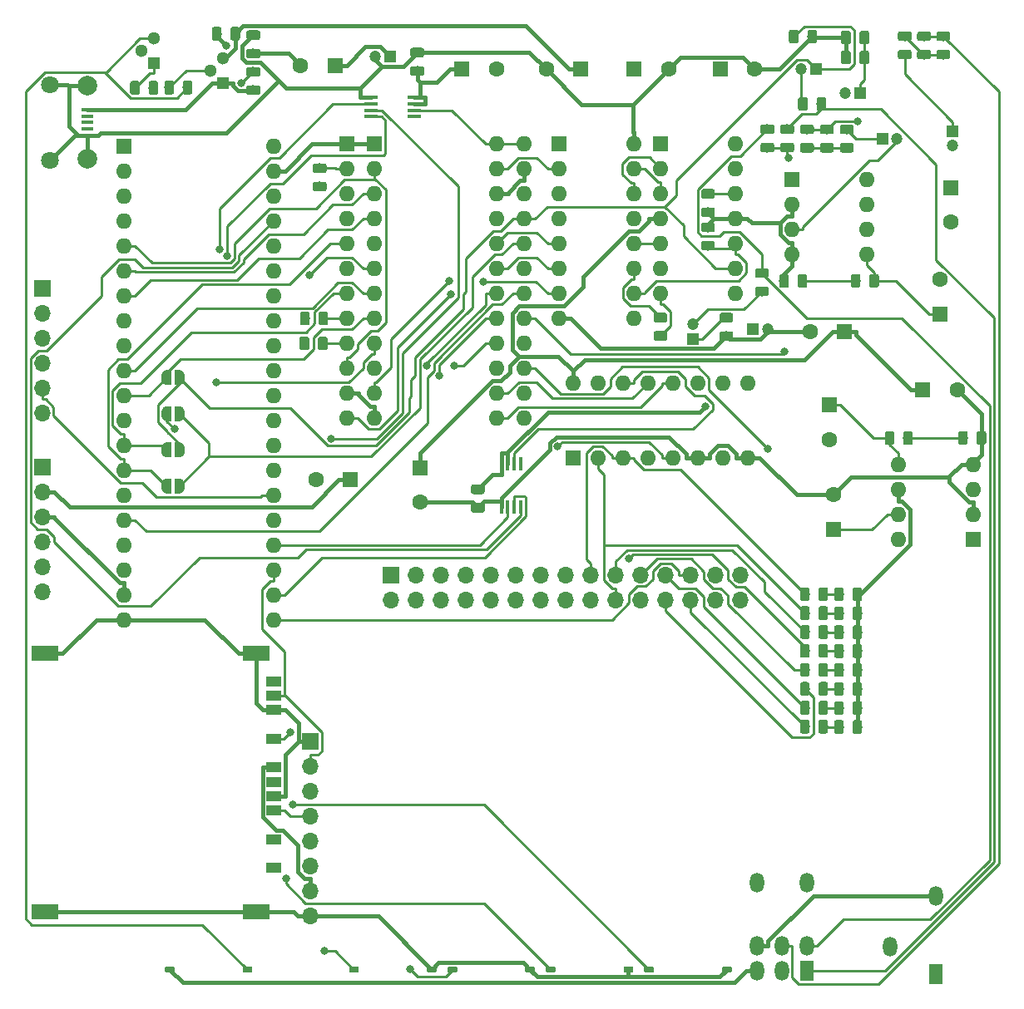
<source format=gbr>
G04 #@! TF.GenerationSoftware,KiCad,Pcbnew,(5.0.1)-4*
G04 #@! TF.CreationDate,2019-01-21T15:12:33+08:00*
G04 #@! TF.ProjectId,VGMPlayer,56474D506C617965722E6B696361645F,rev?*
G04 #@! TF.SameCoordinates,Original*
G04 #@! TF.FileFunction,Copper,L1,Top,Signal*
G04 #@! TF.FilePolarity,Positive*
%FSLAX46Y46*%
G04 Gerber Fmt 4.6, Leading zero omitted, Abs format (unit mm)*
G04 Created by KiCad (PCBNEW (5.0.1)-4) date 21/1/2019 15:12:33*
%MOMM*%
%LPD*%
G01*
G04 APERTURE LIST*
G04 #@! TA.AperFunction,ComponentPad*
%ADD10R,1.600000X1.600000*%
G04 #@! TD*
G04 #@! TA.AperFunction,ComponentPad*
%ADD11C,1.600000*%
G04 #@! TD*
G04 #@! TA.AperFunction,SMDPad,CuDef*
%ADD12C,0.500000*%
G04 #@! TD*
G04 #@! TA.AperFunction,Conductor*
%ADD13C,0.100000*%
G04 #@! TD*
G04 #@! TA.AperFunction,ComponentPad*
%ADD14O,1.440000X2.000000*%
G04 #@! TD*
G04 #@! TA.AperFunction,ComponentPad*
%ADD15R,1.440000X2.000000*%
G04 #@! TD*
G04 #@! TA.AperFunction,ComponentPad*
%ADD16O,1.700000X1.700000*%
G04 #@! TD*
G04 #@! TA.AperFunction,ComponentPad*
%ADD17R,1.700000X1.700000*%
G04 #@! TD*
G04 #@! TA.AperFunction,SMDPad,CuDef*
%ADD18C,0.570000*%
G04 #@! TD*
G04 #@! TA.AperFunction,SMDPad,CuDef*
%ADD19R,1.500000X1.000000*%
G04 #@! TD*
G04 #@! TA.AperFunction,SMDPad,CuDef*
%ADD20R,2.800000X1.500000*%
G04 #@! TD*
G04 #@! TA.AperFunction,SMDPad,CuDef*
%ADD21C,0.975000*%
G04 #@! TD*
G04 #@! TA.AperFunction,ComponentPad*
%ADD22R,1.300000X1.300000*%
G04 #@! TD*
G04 #@! TA.AperFunction,ComponentPad*
%ADD23C,1.300000*%
G04 #@! TD*
G04 #@! TA.AperFunction,ComponentPad*
%ADD24C,1.200000*%
G04 #@! TD*
G04 #@! TA.AperFunction,ComponentPad*
%ADD25R,1.200000X1.200000*%
G04 #@! TD*
G04 #@! TA.AperFunction,ComponentPad*
%ADD26C,1.800000*%
G04 #@! TD*
G04 #@! TA.AperFunction,ComponentPad*
%ADD27C,2.000000*%
G04 #@! TD*
G04 #@! TA.AperFunction,SMDPad,CuDef*
%ADD28R,1.300000X0.450000*%
G04 #@! TD*
G04 #@! TA.AperFunction,ComponentPad*
%ADD29O,1.600000X1.600000*%
G04 #@! TD*
G04 #@! TA.AperFunction,SMDPad,CuDef*
%ADD30R,0.450000X1.450000*%
G04 #@! TD*
G04 #@! TA.AperFunction,SMDPad,CuDef*
%ADD31R,1.450000X0.450000*%
G04 #@! TD*
G04 #@! TA.AperFunction,ViaPad*
%ADD32C,0.800000*%
G04 #@! TD*
G04 #@! TA.AperFunction,Conductor*
%ADD33C,0.400000*%
G04 #@! TD*
G04 #@! TA.AperFunction,Conductor*
%ADD34C,0.250000*%
G04 #@! TD*
G04 APERTURE END LIST*
D10*
G04 #@! TO.P,C10,1*
G04 #@! TO.N,+3V3*
X53670200Y-69024500D03*
D11*
G04 #@! TO.P,C10,2*
G04 #@! TO.N,GND*
X50170200Y-69024500D03*
G04 #@! TD*
D12*
G04 #@! TO.P,JP4,2*
G04 #@! TO.N,~YM_CS*
X34955700Y-65958700D03*
D13*
G04 #@! TD*
G04 #@! TO.N,~YM_CS*
G04 #@! TO.C,JP4*
G36*
X34955700Y-66708098D02*
X34931166Y-66708098D01*
X34882335Y-66703288D01*
X34834210Y-66693716D01*
X34787255Y-66679472D01*
X34741922Y-66660695D01*
X34698649Y-66637564D01*
X34657850Y-66610304D01*
X34619921Y-66579176D01*
X34585224Y-66544479D01*
X34554096Y-66506550D01*
X34526836Y-66465751D01*
X34503705Y-66422478D01*
X34484928Y-66377145D01*
X34470684Y-66330190D01*
X34461112Y-66282065D01*
X34456302Y-66233234D01*
X34456302Y-66208700D01*
X34455700Y-66208700D01*
X34455700Y-65708700D01*
X34456302Y-65708700D01*
X34456302Y-65684166D01*
X34461112Y-65635335D01*
X34470684Y-65587210D01*
X34484928Y-65540255D01*
X34503705Y-65494922D01*
X34526836Y-65451649D01*
X34554096Y-65410850D01*
X34585224Y-65372921D01*
X34619921Y-65338224D01*
X34657850Y-65307096D01*
X34698649Y-65279836D01*
X34741922Y-65256705D01*
X34787255Y-65237928D01*
X34834210Y-65223684D01*
X34882335Y-65214112D01*
X34931166Y-65209302D01*
X34955700Y-65209302D01*
X34955700Y-65208700D01*
X35455700Y-65208700D01*
X35455700Y-66708700D01*
X34955700Y-66708700D01*
X34955700Y-66708098D01*
X34955700Y-66708098D01*
G37*
D12*
G04 #@! TO.P,JP4,1*
G04 #@! TO.N,YM_MOL*
X36255700Y-65958700D03*
D13*
G04 #@! TD*
G04 #@! TO.N,YM_MOL*
G04 #@! TO.C,JP4*
G36*
X35755700Y-65208700D02*
X36255700Y-65208700D01*
X36255700Y-65209302D01*
X36280234Y-65209302D01*
X36329065Y-65214112D01*
X36377190Y-65223684D01*
X36424145Y-65237928D01*
X36469478Y-65256705D01*
X36512751Y-65279836D01*
X36553550Y-65307096D01*
X36591479Y-65338224D01*
X36626176Y-65372921D01*
X36657304Y-65410850D01*
X36684564Y-65451649D01*
X36707695Y-65494922D01*
X36726472Y-65540255D01*
X36740716Y-65587210D01*
X36750288Y-65635335D01*
X36755098Y-65684166D01*
X36755098Y-65708700D01*
X36755700Y-65708700D01*
X36755700Y-66208700D01*
X36755098Y-66208700D01*
X36755098Y-66233234D01*
X36750288Y-66282065D01*
X36740716Y-66330190D01*
X36726472Y-66377145D01*
X36707695Y-66422478D01*
X36684564Y-66465751D01*
X36657304Y-66506550D01*
X36626176Y-66544479D01*
X36591479Y-66579176D01*
X36553550Y-66610304D01*
X36512751Y-66637564D01*
X36469478Y-66660695D01*
X36424145Y-66679472D01*
X36377190Y-66693716D01*
X36329065Y-66703288D01*
X36280234Y-66708098D01*
X36255700Y-66708098D01*
X36255700Y-66708700D01*
X35755700Y-66708700D01*
X35755700Y-65208700D01*
X35755700Y-65208700D01*
G37*
D12*
G04 #@! TO.P,JP2,1*
G04 #@! TO.N,YM_MOL*
X36255700Y-58592700D03*
D13*
G04 #@! TD*
G04 #@! TO.N,YM_MOL*
G04 #@! TO.C,JP2*
G36*
X35755700Y-57842700D02*
X36255700Y-57842700D01*
X36255700Y-57843302D01*
X36280234Y-57843302D01*
X36329065Y-57848112D01*
X36377190Y-57857684D01*
X36424145Y-57871928D01*
X36469478Y-57890705D01*
X36512751Y-57913836D01*
X36553550Y-57941096D01*
X36591479Y-57972224D01*
X36626176Y-58006921D01*
X36657304Y-58044850D01*
X36684564Y-58085649D01*
X36707695Y-58128922D01*
X36726472Y-58174255D01*
X36740716Y-58221210D01*
X36750288Y-58269335D01*
X36755098Y-58318166D01*
X36755098Y-58342700D01*
X36755700Y-58342700D01*
X36755700Y-58842700D01*
X36755098Y-58842700D01*
X36755098Y-58867234D01*
X36750288Y-58916065D01*
X36740716Y-58964190D01*
X36726472Y-59011145D01*
X36707695Y-59056478D01*
X36684564Y-59099751D01*
X36657304Y-59140550D01*
X36626176Y-59178479D01*
X36591479Y-59213176D01*
X36553550Y-59244304D01*
X36512751Y-59271564D01*
X36469478Y-59294695D01*
X36424145Y-59313472D01*
X36377190Y-59327716D01*
X36329065Y-59337288D01*
X36280234Y-59342098D01*
X36255700Y-59342098D01*
X36255700Y-59342700D01*
X35755700Y-59342700D01*
X35755700Y-57842700D01*
X35755700Y-57842700D01*
G37*
D12*
G04 #@! TO.P,JP2,2*
G04 #@! TO.N,D6*
X34955700Y-58592700D03*
D13*
G04 #@! TD*
G04 #@! TO.N,D6*
G04 #@! TO.C,JP2*
G36*
X34955700Y-59342098D02*
X34931166Y-59342098D01*
X34882335Y-59337288D01*
X34834210Y-59327716D01*
X34787255Y-59313472D01*
X34741922Y-59294695D01*
X34698649Y-59271564D01*
X34657850Y-59244304D01*
X34619921Y-59213176D01*
X34585224Y-59178479D01*
X34554096Y-59140550D01*
X34526836Y-59099751D01*
X34503705Y-59056478D01*
X34484928Y-59011145D01*
X34470684Y-58964190D01*
X34461112Y-58916065D01*
X34456302Y-58867234D01*
X34456302Y-58842700D01*
X34455700Y-58842700D01*
X34455700Y-58342700D01*
X34456302Y-58342700D01*
X34456302Y-58318166D01*
X34461112Y-58269335D01*
X34470684Y-58221210D01*
X34484928Y-58174255D01*
X34503705Y-58128922D01*
X34526836Y-58085649D01*
X34554096Y-58044850D01*
X34585224Y-58006921D01*
X34619921Y-57972224D01*
X34657850Y-57941096D01*
X34698649Y-57913836D01*
X34741922Y-57890705D01*
X34787255Y-57871928D01*
X34834210Y-57857684D01*
X34882335Y-57848112D01*
X34931166Y-57843302D01*
X34955700Y-57843302D01*
X34955700Y-57842700D01*
X35455700Y-57842700D01*
X35455700Y-59342700D01*
X34955700Y-59342700D01*
X34955700Y-59342098D01*
X34955700Y-59342098D01*
G37*
D12*
G04 #@! TO.P,JP5,2*
G04 #@! TO.N,~WR*
X34955700Y-69641700D03*
D13*
G04 #@! TD*
G04 #@! TO.N,~WR*
G04 #@! TO.C,JP5*
G36*
X34955700Y-70391098D02*
X34931166Y-70391098D01*
X34882335Y-70386288D01*
X34834210Y-70376716D01*
X34787255Y-70362472D01*
X34741922Y-70343695D01*
X34698649Y-70320564D01*
X34657850Y-70293304D01*
X34619921Y-70262176D01*
X34585224Y-70227479D01*
X34554096Y-70189550D01*
X34526836Y-70148751D01*
X34503705Y-70105478D01*
X34484928Y-70060145D01*
X34470684Y-70013190D01*
X34461112Y-69965065D01*
X34456302Y-69916234D01*
X34456302Y-69891700D01*
X34455700Y-69891700D01*
X34455700Y-69391700D01*
X34456302Y-69391700D01*
X34456302Y-69367166D01*
X34461112Y-69318335D01*
X34470684Y-69270210D01*
X34484928Y-69223255D01*
X34503705Y-69177922D01*
X34526836Y-69134649D01*
X34554096Y-69093850D01*
X34585224Y-69055921D01*
X34619921Y-69021224D01*
X34657850Y-68990096D01*
X34698649Y-68962836D01*
X34741922Y-68939705D01*
X34787255Y-68920928D01*
X34834210Y-68906684D01*
X34882335Y-68897112D01*
X34931166Y-68892302D01*
X34955700Y-68892302D01*
X34955700Y-68891700D01*
X35455700Y-68891700D01*
X35455700Y-70391700D01*
X34955700Y-70391700D01*
X34955700Y-70391098D01*
X34955700Y-70391098D01*
G37*
D12*
G04 #@! TO.P,JP5,1*
G04 #@! TO.N,YM_MOR*
X36255700Y-69641700D03*
D13*
G04 #@! TD*
G04 #@! TO.N,YM_MOR*
G04 #@! TO.C,JP5*
G36*
X35755700Y-68891700D02*
X36255700Y-68891700D01*
X36255700Y-68892302D01*
X36280234Y-68892302D01*
X36329065Y-68897112D01*
X36377190Y-68906684D01*
X36424145Y-68920928D01*
X36469478Y-68939705D01*
X36512751Y-68962836D01*
X36553550Y-68990096D01*
X36591479Y-69021224D01*
X36626176Y-69055921D01*
X36657304Y-69093850D01*
X36684564Y-69134649D01*
X36707695Y-69177922D01*
X36726472Y-69223255D01*
X36740716Y-69270210D01*
X36750288Y-69318335D01*
X36755098Y-69367166D01*
X36755098Y-69391700D01*
X36755700Y-69391700D01*
X36755700Y-69891700D01*
X36755098Y-69891700D01*
X36755098Y-69916234D01*
X36750288Y-69965065D01*
X36740716Y-70013190D01*
X36726472Y-70060145D01*
X36707695Y-70105478D01*
X36684564Y-70148751D01*
X36657304Y-70189550D01*
X36626176Y-70227479D01*
X36591479Y-70262176D01*
X36553550Y-70293304D01*
X36512751Y-70320564D01*
X36469478Y-70343695D01*
X36424145Y-70362472D01*
X36377190Y-70376716D01*
X36329065Y-70386288D01*
X36280234Y-70391098D01*
X36255700Y-70391098D01*
X36255700Y-70391700D01*
X35755700Y-70391700D01*
X35755700Y-68891700D01*
X35755700Y-68891700D01*
G37*
D12*
G04 #@! TO.P,JP3,1*
G04 #@! TO.N,YM_MOR*
X36255700Y-62275700D03*
D13*
G04 #@! TD*
G04 #@! TO.N,YM_MOR*
G04 #@! TO.C,JP3*
G36*
X35755700Y-61525700D02*
X36255700Y-61525700D01*
X36255700Y-61526302D01*
X36280234Y-61526302D01*
X36329065Y-61531112D01*
X36377190Y-61540684D01*
X36424145Y-61554928D01*
X36469478Y-61573705D01*
X36512751Y-61596836D01*
X36553550Y-61624096D01*
X36591479Y-61655224D01*
X36626176Y-61689921D01*
X36657304Y-61727850D01*
X36684564Y-61768649D01*
X36707695Y-61811922D01*
X36726472Y-61857255D01*
X36740716Y-61904210D01*
X36750288Y-61952335D01*
X36755098Y-62001166D01*
X36755098Y-62025700D01*
X36755700Y-62025700D01*
X36755700Y-62525700D01*
X36755098Y-62525700D01*
X36755098Y-62550234D01*
X36750288Y-62599065D01*
X36740716Y-62647190D01*
X36726472Y-62694145D01*
X36707695Y-62739478D01*
X36684564Y-62782751D01*
X36657304Y-62823550D01*
X36626176Y-62861479D01*
X36591479Y-62896176D01*
X36553550Y-62927304D01*
X36512751Y-62954564D01*
X36469478Y-62977695D01*
X36424145Y-62996472D01*
X36377190Y-63010716D01*
X36329065Y-63020288D01*
X36280234Y-63025098D01*
X36255700Y-63025098D01*
X36255700Y-63025700D01*
X35755700Y-63025700D01*
X35755700Y-61525700D01*
X35755700Y-61525700D01*
G37*
D12*
G04 #@! TO.P,JP3,2*
G04 #@! TO.N,D7*
X34955700Y-62275700D03*
D13*
G04 #@! TD*
G04 #@! TO.N,D7*
G04 #@! TO.C,JP3*
G36*
X34955700Y-63025098D02*
X34931166Y-63025098D01*
X34882335Y-63020288D01*
X34834210Y-63010716D01*
X34787255Y-62996472D01*
X34741922Y-62977695D01*
X34698649Y-62954564D01*
X34657850Y-62927304D01*
X34619921Y-62896176D01*
X34585224Y-62861479D01*
X34554096Y-62823550D01*
X34526836Y-62782751D01*
X34503705Y-62739478D01*
X34484928Y-62694145D01*
X34470684Y-62647190D01*
X34461112Y-62599065D01*
X34456302Y-62550234D01*
X34456302Y-62525700D01*
X34455700Y-62525700D01*
X34455700Y-62025700D01*
X34456302Y-62025700D01*
X34456302Y-62001166D01*
X34461112Y-61952335D01*
X34470684Y-61904210D01*
X34484928Y-61857255D01*
X34503705Y-61811922D01*
X34526836Y-61768649D01*
X34554096Y-61727850D01*
X34585224Y-61689921D01*
X34619921Y-61655224D01*
X34657850Y-61624096D01*
X34698649Y-61596836D01*
X34741922Y-61573705D01*
X34787255Y-61554928D01*
X34834210Y-61540684D01*
X34882335Y-61531112D01*
X34931166Y-61526302D01*
X34955700Y-61526302D01*
X34955700Y-61525700D01*
X35455700Y-61525700D01*
X35455700Y-63025700D01*
X34955700Y-63025700D01*
X34955700Y-63025098D01*
X34955700Y-63025098D01*
G37*
D14*
G04 #@! TO.P,U12,8*
G04 #@! TO.N,Net-(U12-Pad8)*
X95047000Y-110024000D03*
G04 #@! TO.P,U12,7*
G04 #@! TO.N,Net-(U12-Pad7)*
X100127000Y-110024000D03*
G04 #@! TO.P,U12,6*
G04 #@! TO.N,GNDA*
X95047000Y-116484000D03*
G04 #@! TO.P,U12,5*
G04 #@! TO.N,Net-(C9-Pad1)*
X97587000Y-116484000D03*
G04 #@! TO.P,U12,4*
G04 #@! TO.N,Net-(R6-Pad1)*
X100127000Y-116484000D03*
G04 #@! TO.P,U12,3*
G04 #@! TO.N,GNDA*
X95047000Y-119024000D03*
G04 #@! TO.P,U12,2*
G04 #@! TO.N,Net-(C8-Pad1)*
X97587000Y-119024000D03*
D15*
G04 #@! TO.P,U12,1*
G04 #@! TO.N,Net-(R5-Pad1)*
X100127000Y-119024000D03*
G04 #@! TD*
D16*
G04 #@! TO.P,J3,30*
G04 #@! TO.N,A0*
X93370400Y-81229200D03*
G04 #@! TO.P,J3,29*
G04 #@! TO.N,~LCD_CS*
X93370400Y-78689200D03*
G04 #@! TO.P,J3,28*
G04 #@! TO.N,~RD*
X90830400Y-81229200D03*
G04 #@! TO.P,J3,27*
G04 #@! TO.N,~WR*
X90830400Y-78689200D03*
G04 #@! TO.P,J3,26*
G04 #@! TO.N,D0*
X88290400Y-81229200D03*
G04 #@! TO.P,J3,25*
G04 #@! TO.N,~RESET*
X88290400Y-78689200D03*
G04 #@! TO.P,J3,24*
G04 #@! TO.N,D2*
X85750400Y-81229200D03*
G04 #@! TO.P,J3,23*
G04 #@! TO.N,D1*
X85750400Y-78689200D03*
G04 #@! TO.P,J3,22*
G04 #@! TO.N,D4*
X83210400Y-81229200D03*
G04 #@! TO.P,J3,21*
G04 #@! TO.N,D3*
X83210400Y-78689200D03*
G04 #@! TO.P,J3,20*
G04 #@! TO.N,D6*
X80670400Y-81229200D03*
G04 #@! TO.P,J3,19*
G04 #@! TO.N,D5*
X80670400Y-78689200D03*
G04 #@! TO.P,J3,18*
G04 #@! TO.N,Net-(J3-Pad18)*
X78130400Y-81229200D03*
G04 #@! TO.P,J3,17*
G04 #@! TO.N,D7*
X78130400Y-78689200D03*
G04 #@! TO.P,J3,16*
G04 #@! TO.N,Net-(J3-Pad16)*
X75590400Y-81229200D03*
G04 #@! TO.P,J3,15*
G04 #@! TO.N,Net-(J3-Pad15)*
X75590400Y-78689200D03*
G04 #@! TO.P,J3,14*
G04 #@! TO.N,Net-(J3-Pad14)*
X73050400Y-81229200D03*
G04 #@! TO.P,J3,13*
G04 #@! TO.N,Net-(J3-Pad13)*
X73050400Y-78689200D03*
G04 #@! TO.P,J3,12*
G04 #@! TO.N,Net-(J3-Pad12)*
X70510400Y-81229200D03*
G04 #@! TO.P,J3,11*
G04 #@! TO.N,Net-(J3-Pad11)*
X70510400Y-78689200D03*
G04 #@! TO.P,J3,10*
G04 #@! TO.N,Net-(J3-Pad10)*
X67970400Y-81229200D03*
G04 #@! TO.P,J3,9*
G04 #@! TO.N,Net-(J3-Pad9)*
X67970400Y-78689200D03*
G04 #@! TO.P,J3,8*
G04 #@! TO.N,Net-(J3-Pad8)*
X65430400Y-81229200D03*
G04 #@! TO.P,J3,7*
G04 #@! TO.N,Net-(J3-Pad7)*
X65430400Y-78689200D03*
G04 #@! TO.P,J3,6*
G04 #@! TO.N,Net-(J3-Pad6)*
X62890400Y-81229200D03*
G04 #@! TO.P,J3,5*
G04 #@! TO.N,Net-(J3-Pad5)*
X62890400Y-78689200D03*
G04 #@! TO.P,J3,4*
G04 #@! TO.N,+3V3*
X60350400Y-81229200D03*
G04 #@! TO.P,J3,3*
G04 #@! TO.N,Net-(J3-Pad3)*
X60350400Y-78689200D03*
G04 #@! TO.P,J3,2*
G04 #@! TO.N,+3V3*
X57810400Y-81229200D03*
D17*
G04 #@! TO.P,J3,1*
G04 #@! TO.N,GND*
X57810400Y-78689200D03*
G04 #@! TD*
D13*
G04 #@! TO.N,GND*
G04 #@! TO.C,SW1*
G36*
X62301167Y-118620006D02*
X62315000Y-118622058D01*
X62328566Y-118625456D01*
X62341732Y-118630167D01*
X62354374Y-118636146D01*
X62366369Y-118643336D01*
X62377601Y-118651666D01*
X62387963Y-118661057D01*
X62397354Y-118671419D01*
X62405684Y-118682651D01*
X62412874Y-118694646D01*
X62418853Y-118707288D01*
X62423564Y-118720454D01*
X62426962Y-118734020D01*
X62429014Y-118747853D01*
X62429700Y-118761820D01*
X62429700Y-119046820D01*
X62429014Y-119060787D01*
X62426962Y-119074620D01*
X62423564Y-119088186D01*
X62418853Y-119101352D01*
X62412874Y-119113994D01*
X62405684Y-119125989D01*
X62397354Y-119137221D01*
X62387963Y-119147583D01*
X62377601Y-119156974D01*
X62366369Y-119165304D01*
X62354374Y-119172494D01*
X62341732Y-119178473D01*
X62328566Y-119183184D01*
X62315000Y-119186582D01*
X62301167Y-119188634D01*
X62287200Y-119189320D01*
X61572200Y-119189320D01*
X61558233Y-119188634D01*
X61544400Y-119186582D01*
X61530834Y-119183184D01*
X61517668Y-119178473D01*
X61505026Y-119172494D01*
X61493031Y-119165304D01*
X61481799Y-119156974D01*
X61471437Y-119147583D01*
X61462046Y-119137221D01*
X61453716Y-119125989D01*
X61446526Y-119113994D01*
X61440547Y-119101352D01*
X61435836Y-119088186D01*
X61432438Y-119074620D01*
X61430386Y-119060787D01*
X61429700Y-119046820D01*
X61429700Y-118761820D01*
X61430386Y-118747853D01*
X61432438Y-118734020D01*
X61435836Y-118720454D01*
X61440547Y-118707288D01*
X61446526Y-118694646D01*
X61453716Y-118682651D01*
X61462046Y-118671419D01*
X61471437Y-118661057D01*
X61481799Y-118651666D01*
X61493031Y-118643336D01*
X61505026Y-118636146D01*
X61517668Y-118630167D01*
X61530834Y-118625456D01*
X61544400Y-118622058D01*
X61558233Y-118620006D01*
X61572200Y-118619320D01*
X62287200Y-118619320D01*
X62301167Y-118620006D01*
X62301167Y-118620006D01*
G37*
D18*
G04 #@! TD*
G04 #@! TO.P,SW1,2*
G04 #@! TO.N,GND*
X61929700Y-118904320D03*
D13*
G04 #@! TO.N,BUTTON_MODE*
G04 #@! TO.C,SW1*
G36*
X54391167Y-118620006D02*
X54405000Y-118622058D01*
X54418566Y-118625456D01*
X54431732Y-118630167D01*
X54444374Y-118636146D01*
X54456369Y-118643336D01*
X54467601Y-118651666D01*
X54477963Y-118661057D01*
X54487354Y-118671419D01*
X54495684Y-118682651D01*
X54502874Y-118694646D01*
X54508853Y-118707288D01*
X54513564Y-118720454D01*
X54516962Y-118734020D01*
X54519014Y-118747853D01*
X54519700Y-118761820D01*
X54519700Y-119046820D01*
X54519014Y-119060787D01*
X54516962Y-119074620D01*
X54513564Y-119088186D01*
X54508853Y-119101352D01*
X54502874Y-119113994D01*
X54495684Y-119125989D01*
X54487354Y-119137221D01*
X54477963Y-119147583D01*
X54467601Y-119156974D01*
X54456369Y-119165304D01*
X54444374Y-119172494D01*
X54431732Y-119178473D01*
X54418566Y-119183184D01*
X54405000Y-119186582D01*
X54391167Y-119188634D01*
X54377200Y-119189320D01*
X53662200Y-119189320D01*
X53648233Y-119188634D01*
X53634400Y-119186582D01*
X53620834Y-119183184D01*
X53607668Y-119178473D01*
X53595026Y-119172494D01*
X53583031Y-119165304D01*
X53571799Y-119156974D01*
X53561437Y-119147583D01*
X53552046Y-119137221D01*
X53543716Y-119125989D01*
X53536526Y-119113994D01*
X53530547Y-119101352D01*
X53525836Y-119088186D01*
X53522438Y-119074620D01*
X53520386Y-119060787D01*
X53519700Y-119046820D01*
X53519700Y-118761820D01*
X53520386Y-118747853D01*
X53522438Y-118734020D01*
X53525836Y-118720454D01*
X53530547Y-118707288D01*
X53536526Y-118694646D01*
X53543716Y-118682651D01*
X53552046Y-118671419D01*
X53561437Y-118661057D01*
X53571799Y-118651666D01*
X53583031Y-118643336D01*
X53595026Y-118636146D01*
X53607668Y-118630167D01*
X53620834Y-118625456D01*
X53634400Y-118622058D01*
X53648233Y-118620006D01*
X53662200Y-118619320D01*
X54377200Y-118619320D01*
X54391167Y-118620006D01*
X54391167Y-118620006D01*
G37*
D18*
G04 #@! TD*
G04 #@! TO.P,SW1,1*
G04 #@! TO.N,BUTTON_MODE*
X54019700Y-118904320D03*
D13*
G04 #@! TO.N,GND*
G04 #@! TO.C,SW2*
G36*
X82324867Y-118620006D02*
X82338700Y-118622058D01*
X82352266Y-118625456D01*
X82365432Y-118630167D01*
X82378074Y-118636146D01*
X82390069Y-118643336D01*
X82401301Y-118651666D01*
X82411663Y-118661057D01*
X82421054Y-118671419D01*
X82429384Y-118682651D01*
X82436574Y-118694646D01*
X82442553Y-118707288D01*
X82447264Y-118720454D01*
X82450662Y-118734020D01*
X82452714Y-118747853D01*
X82453400Y-118761820D01*
X82453400Y-119046820D01*
X82452714Y-119060787D01*
X82450662Y-119074620D01*
X82447264Y-119088186D01*
X82442553Y-119101352D01*
X82436574Y-119113994D01*
X82429384Y-119125989D01*
X82421054Y-119137221D01*
X82411663Y-119147583D01*
X82401301Y-119156974D01*
X82390069Y-119165304D01*
X82378074Y-119172494D01*
X82365432Y-119178473D01*
X82352266Y-119183184D01*
X82338700Y-119186582D01*
X82324867Y-119188634D01*
X82310900Y-119189320D01*
X81595900Y-119189320D01*
X81581933Y-119188634D01*
X81568100Y-119186582D01*
X81554534Y-119183184D01*
X81541368Y-119178473D01*
X81528726Y-119172494D01*
X81516731Y-119165304D01*
X81505499Y-119156974D01*
X81495137Y-119147583D01*
X81485746Y-119137221D01*
X81477416Y-119125989D01*
X81470226Y-119113994D01*
X81464247Y-119101352D01*
X81459536Y-119088186D01*
X81456138Y-119074620D01*
X81454086Y-119060787D01*
X81453400Y-119046820D01*
X81453400Y-118761820D01*
X81454086Y-118747853D01*
X81456138Y-118734020D01*
X81459536Y-118720454D01*
X81464247Y-118707288D01*
X81470226Y-118694646D01*
X81477416Y-118682651D01*
X81485746Y-118671419D01*
X81495137Y-118661057D01*
X81505499Y-118651666D01*
X81516731Y-118643336D01*
X81528726Y-118636146D01*
X81541368Y-118630167D01*
X81554534Y-118625456D01*
X81568100Y-118622058D01*
X81581933Y-118620006D01*
X81595900Y-118619320D01*
X82310900Y-118619320D01*
X82324867Y-118620006D01*
X82324867Y-118620006D01*
G37*
D18*
G04 #@! TD*
G04 #@! TO.P,SW2,2*
G04 #@! TO.N,GND*
X81953400Y-118904320D03*
D13*
G04 #@! TO.N,BUTTON_NEXT*
G04 #@! TO.C,SW2*
G36*
X74414867Y-118620006D02*
X74428700Y-118622058D01*
X74442266Y-118625456D01*
X74455432Y-118630167D01*
X74468074Y-118636146D01*
X74480069Y-118643336D01*
X74491301Y-118651666D01*
X74501663Y-118661057D01*
X74511054Y-118671419D01*
X74519384Y-118682651D01*
X74526574Y-118694646D01*
X74532553Y-118707288D01*
X74537264Y-118720454D01*
X74540662Y-118734020D01*
X74542714Y-118747853D01*
X74543400Y-118761820D01*
X74543400Y-119046820D01*
X74542714Y-119060787D01*
X74540662Y-119074620D01*
X74537264Y-119088186D01*
X74532553Y-119101352D01*
X74526574Y-119113994D01*
X74519384Y-119125989D01*
X74511054Y-119137221D01*
X74501663Y-119147583D01*
X74491301Y-119156974D01*
X74480069Y-119165304D01*
X74468074Y-119172494D01*
X74455432Y-119178473D01*
X74442266Y-119183184D01*
X74428700Y-119186582D01*
X74414867Y-119188634D01*
X74400900Y-119189320D01*
X73685900Y-119189320D01*
X73671933Y-119188634D01*
X73658100Y-119186582D01*
X73644534Y-119183184D01*
X73631368Y-119178473D01*
X73618726Y-119172494D01*
X73606731Y-119165304D01*
X73595499Y-119156974D01*
X73585137Y-119147583D01*
X73575746Y-119137221D01*
X73567416Y-119125989D01*
X73560226Y-119113994D01*
X73554247Y-119101352D01*
X73549536Y-119088186D01*
X73546138Y-119074620D01*
X73544086Y-119060787D01*
X73543400Y-119046820D01*
X73543400Y-118761820D01*
X73544086Y-118747853D01*
X73546138Y-118734020D01*
X73549536Y-118720454D01*
X73554247Y-118707288D01*
X73560226Y-118694646D01*
X73567416Y-118682651D01*
X73575746Y-118671419D01*
X73585137Y-118661057D01*
X73595499Y-118651666D01*
X73606731Y-118643336D01*
X73618726Y-118636146D01*
X73631368Y-118630167D01*
X73644534Y-118625456D01*
X73658100Y-118622058D01*
X73671933Y-118620006D01*
X73685900Y-118619320D01*
X74400900Y-118619320D01*
X74414867Y-118620006D01*
X74414867Y-118620006D01*
G37*
D18*
G04 #@! TD*
G04 #@! TO.P,SW2,1*
G04 #@! TO.N,BUTTON_NEXT*
X74043400Y-118904320D03*
D13*
G04 #@! TO.N,GND*
G04 #@! TO.C,SW3*
G36*
X72312967Y-118620006D02*
X72326800Y-118622058D01*
X72340366Y-118625456D01*
X72353532Y-118630167D01*
X72366174Y-118636146D01*
X72378169Y-118643336D01*
X72389401Y-118651666D01*
X72399763Y-118661057D01*
X72409154Y-118671419D01*
X72417484Y-118682651D01*
X72424674Y-118694646D01*
X72430653Y-118707288D01*
X72435364Y-118720454D01*
X72438762Y-118734020D01*
X72440814Y-118747853D01*
X72441500Y-118761820D01*
X72441500Y-119046820D01*
X72440814Y-119060787D01*
X72438762Y-119074620D01*
X72435364Y-119088186D01*
X72430653Y-119101352D01*
X72424674Y-119113994D01*
X72417484Y-119125989D01*
X72409154Y-119137221D01*
X72399763Y-119147583D01*
X72389401Y-119156974D01*
X72378169Y-119165304D01*
X72366174Y-119172494D01*
X72353532Y-119178473D01*
X72340366Y-119183184D01*
X72326800Y-119186582D01*
X72312967Y-119188634D01*
X72299000Y-119189320D01*
X71584000Y-119189320D01*
X71570033Y-119188634D01*
X71556200Y-119186582D01*
X71542634Y-119183184D01*
X71529468Y-119178473D01*
X71516826Y-119172494D01*
X71504831Y-119165304D01*
X71493599Y-119156974D01*
X71483237Y-119147583D01*
X71473846Y-119137221D01*
X71465516Y-119125989D01*
X71458326Y-119113994D01*
X71452347Y-119101352D01*
X71447636Y-119088186D01*
X71444238Y-119074620D01*
X71442186Y-119060787D01*
X71441500Y-119046820D01*
X71441500Y-118761820D01*
X71442186Y-118747853D01*
X71444238Y-118734020D01*
X71447636Y-118720454D01*
X71452347Y-118707288D01*
X71458326Y-118694646D01*
X71465516Y-118682651D01*
X71473846Y-118671419D01*
X71483237Y-118661057D01*
X71493599Y-118651666D01*
X71504831Y-118643336D01*
X71516826Y-118636146D01*
X71529468Y-118630167D01*
X71542634Y-118625456D01*
X71556200Y-118622058D01*
X71570033Y-118620006D01*
X71584000Y-118619320D01*
X72299000Y-118619320D01*
X72312967Y-118620006D01*
X72312967Y-118620006D01*
G37*
D18*
G04 #@! TD*
G04 #@! TO.P,SW3,2*
G04 #@! TO.N,GND*
X71941500Y-118904320D03*
D13*
G04 #@! TO.N,BUTTON_PREV*
G04 #@! TO.C,SW3*
G36*
X64402967Y-118620006D02*
X64416800Y-118622058D01*
X64430366Y-118625456D01*
X64443532Y-118630167D01*
X64456174Y-118636146D01*
X64468169Y-118643336D01*
X64479401Y-118651666D01*
X64489763Y-118661057D01*
X64499154Y-118671419D01*
X64507484Y-118682651D01*
X64514674Y-118694646D01*
X64520653Y-118707288D01*
X64525364Y-118720454D01*
X64528762Y-118734020D01*
X64530814Y-118747853D01*
X64531500Y-118761820D01*
X64531500Y-119046820D01*
X64530814Y-119060787D01*
X64528762Y-119074620D01*
X64525364Y-119088186D01*
X64520653Y-119101352D01*
X64514674Y-119113994D01*
X64507484Y-119125989D01*
X64499154Y-119137221D01*
X64489763Y-119147583D01*
X64479401Y-119156974D01*
X64468169Y-119165304D01*
X64456174Y-119172494D01*
X64443532Y-119178473D01*
X64430366Y-119183184D01*
X64416800Y-119186582D01*
X64402967Y-119188634D01*
X64389000Y-119189320D01*
X63674000Y-119189320D01*
X63660033Y-119188634D01*
X63646200Y-119186582D01*
X63632634Y-119183184D01*
X63619468Y-119178473D01*
X63606826Y-119172494D01*
X63594831Y-119165304D01*
X63583599Y-119156974D01*
X63573237Y-119147583D01*
X63563846Y-119137221D01*
X63555516Y-119125989D01*
X63548326Y-119113994D01*
X63542347Y-119101352D01*
X63537636Y-119088186D01*
X63534238Y-119074620D01*
X63532186Y-119060787D01*
X63531500Y-119046820D01*
X63531500Y-118761820D01*
X63532186Y-118747853D01*
X63534238Y-118734020D01*
X63537636Y-118720454D01*
X63542347Y-118707288D01*
X63548326Y-118694646D01*
X63555516Y-118682651D01*
X63563846Y-118671419D01*
X63573237Y-118661057D01*
X63583599Y-118651666D01*
X63594831Y-118643336D01*
X63606826Y-118636146D01*
X63619468Y-118630167D01*
X63632634Y-118625456D01*
X63646200Y-118622058D01*
X63660033Y-118620006D01*
X63674000Y-118619320D01*
X64389000Y-118619320D01*
X64402967Y-118620006D01*
X64402967Y-118620006D01*
G37*
D18*
G04 #@! TD*
G04 #@! TO.P,SW3,1*
G04 #@! TO.N,BUTTON_PREV*
X64031500Y-118904320D03*
D13*
G04 #@! TO.N,GND*
G04 #@! TO.C,SW4*
G36*
X92336667Y-118620006D02*
X92350500Y-118622058D01*
X92364066Y-118625456D01*
X92377232Y-118630167D01*
X92389874Y-118636146D01*
X92401869Y-118643336D01*
X92413101Y-118651666D01*
X92423463Y-118661057D01*
X92432854Y-118671419D01*
X92441184Y-118682651D01*
X92448374Y-118694646D01*
X92454353Y-118707288D01*
X92459064Y-118720454D01*
X92462462Y-118734020D01*
X92464514Y-118747853D01*
X92465200Y-118761820D01*
X92465200Y-119046820D01*
X92464514Y-119060787D01*
X92462462Y-119074620D01*
X92459064Y-119088186D01*
X92454353Y-119101352D01*
X92448374Y-119113994D01*
X92441184Y-119125989D01*
X92432854Y-119137221D01*
X92423463Y-119147583D01*
X92413101Y-119156974D01*
X92401869Y-119165304D01*
X92389874Y-119172494D01*
X92377232Y-119178473D01*
X92364066Y-119183184D01*
X92350500Y-119186582D01*
X92336667Y-119188634D01*
X92322700Y-119189320D01*
X91607700Y-119189320D01*
X91593733Y-119188634D01*
X91579900Y-119186582D01*
X91566334Y-119183184D01*
X91553168Y-119178473D01*
X91540526Y-119172494D01*
X91528531Y-119165304D01*
X91517299Y-119156974D01*
X91506937Y-119147583D01*
X91497546Y-119137221D01*
X91489216Y-119125989D01*
X91482026Y-119113994D01*
X91476047Y-119101352D01*
X91471336Y-119088186D01*
X91467938Y-119074620D01*
X91465886Y-119060787D01*
X91465200Y-119046820D01*
X91465200Y-118761820D01*
X91465886Y-118747853D01*
X91467938Y-118734020D01*
X91471336Y-118720454D01*
X91476047Y-118707288D01*
X91482026Y-118694646D01*
X91489216Y-118682651D01*
X91497546Y-118671419D01*
X91506937Y-118661057D01*
X91517299Y-118651666D01*
X91528531Y-118643336D01*
X91540526Y-118636146D01*
X91553168Y-118630167D01*
X91566334Y-118625456D01*
X91579900Y-118622058D01*
X91593733Y-118620006D01*
X91607700Y-118619320D01*
X92322700Y-118619320D01*
X92336667Y-118620006D01*
X92336667Y-118620006D01*
G37*
D18*
G04 #@! TD*
G04 #@! TO.P,SW4,2*
G04 #@! TO.N,GND*
X91965200Y-118904320D03*
D13*
G04 #@! TO.N,BUTTON_SELECT*
G04 #@! TO.C,SW4*
G36*
X84426667Y-118620006D02*
X84440500Y-118622058D01*
X84454066Y-118625456D01*
X84467232Y-118630167D01*
X84479874Y-118636146D01*
X84491869Y-118643336D01*
X84503101Y-118651666D01*
X84513463Y-118661057D01*
X84522854Y-118671419D01*
X84531184Y-118682651D01*
X84538374Y-118694646D01*
X84544353Y-118707288D01*
X84549064Y-118720454D01*
X84552462Y-118734020D01*
X84554514Y-118747853D01*
X84555200Y-118761820D01*
X84555200Y-119046820D01*
X84554514Y-119060787D01*
X84552462Y-119074620D01*
X84549064Y-119088186D01*
X84544353Y-119101352D01*
X84538374Y-119113994D01*
X84531184Y-119125989D01*
X84522854Y-119137221D01*
X84513463Y-119147583D01*
X84503101Y-119156974D01*
X84491869Y-119165304D01*
X84479874Y-119172494D01*
X84467232Y-119178473D01*
X84454066Y-119183184D01*
X84440500Y-119186582D01*
X84426667Y-119188634D01*
X84412700Y-119189320D01*
X83697700Y-119189320D01*
X83683733Y-119188634D01*
X83669900Y-119186582D01*
X83656334Y-119183184D01*
X83643168Y-119178473D01*
X83630526Y-119172494D01*
X83618531Y-119165304D01*
X83607299Y-119156974D01*
X83596937Y-119147583D01*
X83587546Y-119137221D01*
X83579216Y-119125989D01*
X83572026Y-119113994D01*
X83566047Y-119101352D01*
X83561336Y-119088186D01*
X83557938Y-119074620D01*
X83555886Y-119060787D01*
X83555200Y-119046820D01*
X83555200Y-118761820D01*
X83555886Y-118747853D01*
X83557938Y-118734020D01*
X83561336Y-118720454D01*
X83566047Y-118707288D01*
X83572026Y-118694646D01*
X83579216Y-118682651D01*
X83587546Y-118671419D01*
X83596937Y-118661057D01*
X83607299Y-118651666D01*
X83618531Y-118643336D01*
X83630526Y-118636146D01*
X83643168Y-118630167D01*
X83656334Y-118625456D01*
X83669900Y-118622058D01*
X83683733Y-118620006D01*
X83697700Y-118619320D01*
X84412700Y-118619320D01*
X84426667Y-118620006D01*
X84426667Y-118620006D01*
G37*
D18*
G04 #@! TD*
G04 #@! TO.P,SW4,1*
G04 #@! TO.N,BUTTON_SELECT*
X84055200Y-118904320D03*
D13*
G04 #@! TO.N,Net-(Q1-Pad3)*
G04 #@! TO.C,SW5*
G36*
X43555967Y-118620006D02*
X43569800Y-118622058D01*
X43583366Y-118625456D01*
X43596532Y-118630167D01*
X43609174Y-118636146D01*
X43621169Y-118643336D01*
X43632401Y-118651666D01*
X43642763Y-118661057D01*
X43652154Y-118671419D01*
X43660484Y-118682651D01*
X43667674Y-118694646D01*
X43673653Y-118707288D01*
X43678364Y-118720454D01*
X43681762Y-118734020D01*
X43683814Y-118747853D01*
X43684500Y-118761820D01*
X43684500Y-119046820D01*
X43683814Y-119060787D01*
X43681762Y-119074620D01*
X43678364Y-119088186D01*
X43673653Y-119101352D01*
X43667674Y-119113994D01*
X43660484Y-119125989D01*
X43652154Y-119137221D01*
X43642763Y-119147583D01*
X43632401Y-119156974D01*
X43621169Y-119165304D01*
X43609174Y-119172494D01*
X43596532Y-119178473D01*
X43583366Y-119183184D01*
X43569800Y-119186582D01*
X43555967Y-119188634D01*
X43542000Y-119189320D01*
X42827000Y-119189320D01*
X42813033Y-119188634D01*
X42799200Y-119186582D01*
X42785634Y-119183184D01*
X42772468Y-119178473D01*
X42759826Y-119172494D01*
X42747831Y-119165304D01*
X42736599Y-119156974D01*
X42726237Y-119147583D01*
X42716846Y-119137221D01*
X42708516Y-119125989D01*
X42701326Y-119113994D01*
X42695347Y-119101352D01*
X42690636Y-119088186D01*
X42687238Y-119074620D01*
X42685186Y-119060787D01*
X42684500Y-119046820D01*
X42684500Y-118761820D01*
X42685186Y-118747853D01*
X42687238Y-118734020D01*
X42690636Y-118720454D01*
X42695347Y-118707288D01*
X42701326Y-118694646D01*
X42708516Y-118682651D01*
X42716846Y-118671419D01*
X42726237Y-118661057D01*
X42736599Y-118651666D01*
X42747831Y-118643336D01*
X42759826Y-118636146D01*
X42772468Y-118630167D01*
X42785634Y-118625456D01*
X42799200Y-118622058D01*
X42813033Y-118620006D01*
X42827000Y-118619320D01*
X43542000Y-118619320D01*
X43555967Y-118620006D01*
X43555967Y-118620006D01*
G37*
D18*
G04 #@! TD*
G04 #@! TO.P,SW5,2*
G04 #@! TO.N,Net-(Q1-Pad3)*
X43184500Y-118904320D03*
D13*
G04 #@! TO.N,GNDA*
G04 #@! TO.C,SW5*
G36*
X35645967Y-118620006D02*
X35659800Y-118622058D01*
X35673366Y-118625456D01*
X35686532Y-118630167D01*
X35699174Y-118636146D01*
X35711169Y-118643336D01*
X35722401Y-118651666D01*
X35732763Y-118661057D01*
X35742154Y-118671419D01*
X35750484Y-118682651D01*
X35757674Y-118694646D01*
X35763653Y-118707288D01*
X35768364Y-118720454D01*
X35771762Y-118734020D01*
X35773814Y-118747853D01*
X35774500Y-118761820D01*
X35774500Y-119046820D01*
X35773814Y-119060787D01*
X35771762Y-119074620D01*
X35768364Y-119088186D01*
X35763653Y-119101352D01*
X35757674Y-119113994D01*
X35750484Y-119125989D01*
X35742154Y-119137221D01*
X35732763Y-119147583D01*
X35722401Y-119156974D01*
X35711169Y-119165304D01*
X35699174Y-119172494D01*
X35686532Y-119178473D01*
X35673366Y-119183184D01*
X35659800Y-119186582D01*
X35645967Y-119188634D01*
X35632000Y-119189320D01*
X34917000Y-119189320D01*
X34903033Y-119188634D01*
X34889200Y-119186582D01*
X34875634Y-119183184D01*
X34862468Y-119178473D01*
X34849826Y-119172494D01*
X34837831Y-119165304D01*
X34826599Y-119156974D01*
X34816237Y-119147583D01*
X34806846Y-119137221D01*
X34798516Y-119125989D01*
X34791326Y-119113994D01*
X34785347Y-119101352D01*
X34780636Y-119088186D01*
X34777238Y-119074620D01*
X34775186Y-119060787D01*
X34774500Y-119046820D01*
X34774500Y-118761820D01*
X34775186Y-118747853D01*
X34777238Y-118734020D01*
X34780636Y-118720454D01*
X34785347Y-118707288D01*
X34791326Y-118694646D01*
X34798516Y-118682651D01*
X34806846Y-118671419D01*
X34816237Y-118661057D01*
X34826599Y-118651666D01*
X34837831Y-118643336D01*
X34849826Y-118636146D01*
X34862468Y-118630167D01*
X34875634Y-118625456D01*
X34889200Y-118622058D01*
X34903033Y-118620006D01*
X34917000Y-118619320D01*
X35632000Y-118619320D01*
X35645967Y-118620006D01*
X35645967Y-118620006D01*
G37*
D18*
G04 #@! TD*
G04 #@! TO.P,SW5,1*
G04 #@! TO.N,GNDA*
X35274500Y-118904320D03*
D14*
G04 #@! TO.P,U6,3*
G04 #@! TO.N,GNDA*
X113279120Y-111375120D03*
G04 #@! TO.P,U6,2*
G04 #@! TO.N,Net-(C22-Pad2)*
X108599120Y-116555120D03*
D15*
G04 #@! TO.P,U6,1*
G04 #@! TO.N,Net-(C21-Pad2)*
X113279120Y-119375120D03*
G04 #@! TD*
D19*
G04 #@! TO.P,J2,8*
G04 #@! TO.N,GND*
X45871080Y-92469516D03*
D20*
G04 #@! TO.P,J2,11*
X44072520Y-86715600D03*
X22572520Y-86715600D03*
X22572520Y-113035600D03*
X44072520Y-113035600D03*
D19*
G04 #@! TO.P,J2,10*
G04 #@! TO.N,Net-(J2-Pad10)*
X45871080Y-89546440D03*
G04 #@! TO.P,J2,9*
G04 #@! TO.N,SPI_MISO*
X45871080Y-91007978D03*
G04 #@! TO.P,J2,7*
G04 #@! TO.N,SPI_CLK*
X45810120Y-95392592D03*
G04 #@! TO.P,J2,6*
G04 #@! TO.N,+3V3*
X45871080Y-98315668D03*
G04 #@! TO.P,J2,5*
G04 #@! TO.N,Net-(J2-Pad5)*
X45871080Y-99777206D03*
G04 #@! TO.P,J2,4*
G04 #@! TO.N,GND*
X45871080Y-101238744D03*
G04 #@! TO.P,J2,3*
G04 #@! TO.N,SPI_MOSI*
X45871080Y-102700282D03*
G04 #@! TO.P,J2,2*
G04 #@! TO.N,SD_CS*
X45871080Y-105623358D03*
G04 #@! TO.P,J2,1*
G04 #@! TO.N,Net-(J2-Pad1)*
X45871080Y-108546440D03*
G04 #@! TD*
D13*
G04 #@! TO.N,Net-(D0-Pad2)*
G04 #@! TO.C,D0*
G36*
X102057142Y-93463774D02*
X102080803Y-93467284D01*
X102104007Y-93473096D01*
X102126529Y-93481154D01*
X102148153Y-93491382D01*
X102168670Y-93503679D01*
X102187883Y-93517929D01*
X102205607Y-93533993D01*
X102221671Y-93551717D01*
X102235921Y-93570930D01*
X102248218Y-93591447D01*
X102258446Y-93613071D01*
X102266504Y-93635593D01*
X102272316Y-93658797D01*
X102275826Y-93682458D01*
X102277000Y-93706350D01*
X102277000Y-94618850D01*
X102275826Y-94642742D01*
X102272316Y-94666403D01*
X102266504Y-94689607D01*
X102258446Y-94712129D01*
X102248218Y-94733753D01*
X102235921Y-94754270D01*
X102221671Y-94773483D01*
X102205607Y-94791207D01*
X102187883Y-94807271D01*
X102168670Y-94821521D01*
X102148153Y-94833818D01*
X102126529Y-94844046D01*
X102104007Y-94852104D01*
X102080803Y-94857916D01*
X102057142Y-94861426D01*
X102033250Y-94862600D01*
X101545750Y-94862600D01*
X101521858Y-94861426D01*
X101498197Y-94857916D01*
X101474993Y-94852104D01*
X101452471Y-94844046D01*
X101430847Y-94833818D01*
X101410330Y-94821521D01*
X101391117Y-94807271D01*
X101373393Y-94791207D01*
X101357329Y-94773483D01*
X101343079Y-94754270D01*
X101330782Y-94733753D01*
X101320554Y-94712129D01*
X101312496Y-94689607D01*
X101306684Y-94666403D01*
X101303174Y-94642742D01*
X101302000Y-94618850D01*
X101302000Y-93706350D01*
X101303174Y-93682458D01*
X101306684Y-93658797D01*
X101312496Y-93635593D01*
X101320554Y-93613071D01*
X101330782Y-93591447D01*
X101343079Y-93570930D01*
X101357329Y-93551717D01*
X101373393Y-93533993D01*
X101391117Y-93517929D01*
X101410330Y-93503679D01*
X101430847Y-93491382D01*
X101452471Y-93481154D01*
X101474993Y-93473096D01*
X101498197Y-93467284D01*
X101521858Y-93463774D01*
X101545750Y-93462600D01*
X102033250Y-93462600D01*
X102057142Y-93463774D01*
X102057142Y-93463774D01*
G37*
D21*
G04 #@! TD*
G04 #@! TO.P,D0,2*
G04 #@! TO.N,Net-(D0-Pad2)*
X101789500Y-94162600D03*
D13*
G04 #@! TO.N,D0*
G04 #@! TO.C,D0*
G36*
X100182142Y-93463774D02*
X100205803Y-93467284D01*
X100229007Y-93473096D01*
X100251529Y-93481154D01*
X100273153Y-93491382D01*
X100293670Y-93503679D01*
X100312883Y-93517929D01*
X100330607Y-93533993D01*
X100346671Y-93551717D01*
X100360921Y-93570930D01*
X100373218Y-93591447D01*
X100383446Y-93613071D01*
X100391504Y-93635593D01*
X100397316Y-93658797D01*
X100400826Y-93682458D01*
X100402000Y-93706350D01*
X100402000Y-94618850D01*
X100400826Y-94642742D01*
X100397316Y-94666403D01*
X100391504Y-94689607D01*
X100383446Y-94712129D01*
X100373218Y-94733753D01*
X100360921Y-94754270D01*
X100346671Y-94773483D01*
X100330607Y-94791207D01*
X100312883Y-94807271D01*
X100293670Y-94821521D01*
X100273153Y-94833818D01*
X100251529Y-94844046D01*
X100229007Y-94852104D01*
X100205803Y-94857916D01*
X100182142Y-94861426D01*
X100158250Y-94862600D01*
X99670750Y-94862600D01*
X99646858Y-94861426D01*
X99623197Y-94857916D01*
X99599993Y-94852104D01*
X99577471Y-94844046D01*
X99555847Y-94833818D01*
X99535330Y-94821521D01*
X99516117Y-94807271D01*
X99498393Y-94791207D01*
X99482329Y-94773483D01*
X99468079Y-94754270D01*
X99455782Y-94733753D01*
X99445554Y-94712129D01*
X99437496Y-94689607D01*
X99431684Y-94666403D01*
X99428174Y-94642742D01*
X99427000Y-94618850D01*
X99427000Y-93706350D01*
X99428174Y-93682458D01*
X99431684Y-93658797D01*
X99437496Y-93635593D01*
X99445554Y-93613071D01*
X99455782Y-93591447D01*
X99468079Y-93570930D01*
X99482329Y-93551717D01*
X99498393Y-93533993D01*
X99516117Y-93517929D01*
X99535330Y-93503679D01*
X99555847Y-93491382D01*
X99577471Y-93481154D01*
X99599993Y-93473096D01*
X99623197Y-93467284D01*
X99646858Y-93463774D01*
X99670750Y-93462600D01*
X100158250Y-93462600D01*
X100182142Y-93463774D01*
X100182142Y-93463774D01*
G37*
D21*
G04 #@! TD*
G04 #@! TO.P,D0,1*
G04 #@! TO.N,D0*
X99914500Y-94162600D03*
D22*
G04 #@! TO.P,Q1,1*
G04 #@! TO.N,Net-(Q1-Pad1)*
X33655000Y-26593800D03*
D23*
G04 #@! TO.P,Q1,3*
G04 #@! TO.N,Net-(Q1-Pad3)*
X33655000Y-24053800D03*
G04 #@! TO.P,Q1,2*
G04 #@! TO.N,GNDA*
X32385000Y-25323800D03*
G04 #@! TD*
D22*
G04 #@! TO.P,Q2,1*
G04 #@! TO.N,PWR_USB*
X40675100Y-28586800D03*
D23*
G04 #@! TO.P,Q2,3*
G04 #@! TO.N,+5V*
X40675100Y-26046800D03*
G04 #@! TO.P,Q2,2*
G04 #@! TO.N,Net-(Q2-Pad2)*
X39405100Y-27316800D03*
G04 #@! TD*
D13*
G04 #@! TO.N,+5V*
G04 #@! TO.C,R23*
G36*
X105526142Y-89628474D02*
X105549803Y-89631984D01*
X105573007Y-89637796D01*
X105595529Y-89645854D01*
X105617153Y-89656082D01*
X105637670Y-89668379D01*
X105656883Y-89682629D01*
X105674607Y-89698693D01*
X105690671Y-89716417D01*
X105704921Y-89735630D01*
X105717218Y-89756147D01*
X105727446Y-89777771D01*
X105735504Y-89800293D01*
X105741316Y-89823497D01*
X105744826Y-89847158D01*
X105746000Y-89871050D01*
X105746000Y-90783550D01*
X105744826Y-90807442D01*
X105741316Y-90831103D01*
X105735504Y-90854307D01*
X105727446Y-90876829D01*
X105717218Y-90898453D01*
X105704921Y-90918970D01*
X105690671Y-90938183D01*
X105674607Y-90955907D01*
X105656883Y-90971971D01*
X105637670Y-90986221D01*
X105617153Y-90998518D01*
X105595529Y-91008746D01*
X105573007Y-91016804D01*
X105549803Y-91022616D01*
X105526142Y-91026126D01*
X105502250Y-91027300D01*
X105014750Y-91027300D01*
X104990858Y-91026126D01*
X104967197Y-91022616D01*
X104943993Y-91016804D01*
X104921471Y-91008746D01*
X104899847Y-90998518D01*
X104879330Y-90986221D01*
X104860117Y-90971971D01*
X104842393Y-90955907D01*
X104826329Y-90938183D01*
X104812079Y-90918970D01*
X104799782Y-90898453D01*
X104789554Y-90876829D01*
X104781496Y-90854307D01*
X104775684Y-90831103D01*
X104772174Y-90807442D01*
X104771000Y-90783550D01*
X104771000Y-89871050D01*
X104772174Y-89847158D01*
X104775684Y-89823497D01*
X104781496Y-89800293D01*
X104789554Y-89777771D01*
X104799782Y-89756147D01*
X104812079Y-89735630D01*
X104826329Y-89716417D01*
X104842393Y-89698693D01*
X104860117Y-89682629D01*
X104879330Y-89668379D01*
X104899847Y-89656082D01*
X104921471Y-89645854D01*
X104943993Y-89637796D01*
X104967197Y-89631984D01*
X104990858Y-89628474D01*
X105014750Y-89627300D01*
X105502250Y-89627300D01*
X105526142Y-89628474D01*
X105526142Y-89628474D01*
G37*
D21*
G04 #@! TD*
G04 #@! TO.P,R23,2*
G04 #@! TO.N,+5V*
X105258500Y-90327300D03*
D13*
G04 #@! TO.N,Net-(D2-Pad2)*
G04 #@! TO.C,R23*
G36*
X103651142Y-89628474D02*
X103674803Y-89631984D01*
X103698007Y-89637796D01*
X103720529Y-89645854D01*
X103742153Y-89656082D01*
X103762670Y-89668379D01*
X103781883Y-89682629D01*
X103799607Y-89698693D01*
X103815671Y-89716417D01*
X103829921Y-89735630D01*
X103842218Y-89756147D01*
X103852446Y-89777771D01*
X103860504Y-89800293D01*
X103866316Y-89823497D01*
X103869826Y-89847158D01*
X103871000Y-89871050D01*
X103871000Y-90783550D01*
X103869826Y-90807442D01*
X103866316Y-90831103D01*
X103860504Y-90854307D01*
X103852446Y-90876829D01*
X103842218Y-90898453D01*
X103829921Y-90918970D01*
X103815671Y-90938183D01*
X103799607Y-90955907D01*
X103781883Y-90971971D01*
X103762670Y-90986221D01*
X103742153Y-90998518D01*
X103720529Y-91008746D01*
X103698007Y-91016804D01*
X103674803Y-91022616D01*
X103651142Y-91026126D01*
X103627250Y-91027300D01*
X103139750Y-91027300D01*
X103115858Y-91026126D01*
X103092197Y-91022616D01*
X103068993Y-91016804D01*
X103046471Y-91008746D01*
X103024847Y-90998518D01*
X103004330Y-90986221D01*
X102985117Y-90971971D01*
X102967393Y-90955907D01*
X102951329Y-90938183D01*
X102937079Y-90918970D01*
X102924782Y-90898453D01*
X102914554Y-90876829D01*
X102906496Y-90854307D01*
X102900684Y-90831103D01*
X102897174Y-90807442D01*
X102896000Y-90783550D01*
X102896000Y-89871050D01*
X102897174Y-89847158D01*
X102900684Y-89823497D01*
X102906496Y-89800293D01*
X102914554Y-89777771D01*
X102924782Y-89756147D01*
X102937079Y-89735630D01*
X102951329Y-89716417D01*
X102967393Y-89698693D01*
X102985117Y-89682629D01*
X103004330Y-89668379D01*
X103024847Y-89656082D01*
X103046471Y-89645854D01*
X103068993Y-89637796D01*
X103092197Y-89631984D01*
X103115858Y-89628474D01*
X103139750Y-89627300D01*
X103627250Y-89627300D01*
X103651142Y-89628474D01*
X103651142Y-89628474D01*
G37*
D21*
G04 #@! TD*
G04 #@! TO.P,R23,1*
G04 #@! TO.N,Net-(D2-Pad2)*
X103383500Y-90327300D03*
D13*
G04 #@! TO.N,+5V*
G04 #@! TO.C,R24*
G36*
X105526142Y-91558874D02*
X105549803Y-91562384D01*
X105573007Y-91568196D01*
X105595529Y-91576254D01*
X105617153Y-91586482D01*
X105637670Y-91598779D01*
X105656883Y-91613029D01*
X105674607Y-91629093D01*
X105690671Y-91646817D01*
X105704921Y-91666030D01*
X105717218Y-91686547D01*
X105727446Y-91708171D01*
X105735504Y-91730693D01*
X105741316Y-91753897D01*
X105744826Y-91777558D01*
X105746000Y-91801450D01*
X105746000Y-92713950D01*
X105744826Y-92737842D01*
X105741316Y-92761503D01*
X105735504Y-92784707D01*
X105727446Y-92807229D01*
X105717218Y-92828853D01*
X105704921Y-92849370D01*
X105690671Y-92868583D01*
X105674607Y-92886307D01*
X105656883Y-92902371D01*
X105637670Y-92916621D01*
X105617153Y-92928918D01*
X105595529Y-92939146D01*
X105573007Y-92947204D01*
X105549803Y-92953016D01*
X105526142Y-92956526D01*
X105502250Y-92957700D01*
X105014750Y-92957700D01*
X104990858Y-92956526D01*
X104967197Y-92953016D01*
X104943993Y-92947204D01*
X104921471Y-92939146D01*
X104899847Y-92928918D01*
X104879330Y-92916621D01*
X104860117Y-92902371D01*
X104842393Y-92886307D01*
X104826329Y-92868583D01*
X104812079Y-92849370D01*
X104799782Y-92828853D01*
X104789554Y-92807229D01*
X104781496Y-92784707D01*
X104775684Y-92761503D01*
X104772174Y-92737842D01*
X104771000Y-92713950D01*
X104771000Y-91801450D01*
X104772174Y-91777558D01*
X104775684Y-91753897D01*
X104781496Y-91730693D01*
X104789554Y-91708171D01*
X104799782Y-91686547D01*
X104812079Y-91666030D01*
X104826329Y-91646817D01*
X104842393Y-91629093D01*
X104860117Y-91613029D01*
X104879330Y-91598779D01*
X104899847Y-91586482D01*
X104921471Y-91576254D01*
X104943993Y-91568196D01*
X104967197Y-91562384D01*
X104990858Y-91558874D01*
X105014750Y-91557700D01*
X105502250Y-91557700D01*
X105526142Y-91558874D01*
X105526142Y-91558874D01*
G37*
D21*
G04 #@! TD*
G04 #@! TO.P,R24,2*
G04 #@! TO.N,+5V*
X105258500Y-92257700D03*
D13*
G04 #@! TO.N,Net-(D1-Pad2)*
G04 #@! TO.C,R24*
G36*
X103651142Y-91558874D02*
X103674803Y-91562384D01*
X103698007Y-91568196D01*
X103720529Y-91576254D01*
X103742153Y-91586482D01*
X103762670Y-91598779D01*
X103781883Y-91613029D01*
X103799607Y-91629093D01*
X103815671Y-91646817D01*
X103829921Y-91666030D01*
X103842218Y-91686547D01*
X103852446Y-91708171D01*
X103860504Y-91730693D01*
X103866316Y-91753897D01*
X103869826Y-91777558D01*
X103871000Y-91801450D01*
X103871000Y-92713950D01*
X103869826Y-92737842D01*
X103866316Y-92761503D01*
X103860504Y-92784707D01*
X103852446Y-92807229D01*
X103842218Y-92828853D01*
X103829921Y-92849370D01*
X103815671Y-92868583D01*
X103799607Y-92886307D01*
X103781883Y-92902371D01*
X103762670Y-92916621D01*
X103742153Y-92928918D01*
X103720529Y-92939146D01*
X103698007Y-92947204D01*
X103674803Y-92953016D01*
X103651142Y-92956526D01*
X103627250Y-92957700D01*
X103139750Y-92957700D01*
X103115858Y-92956526D01*
X103092197Y-92953016D01*
X103068993Y-92947204D01*
X103046471Y-92939146D01*
X103024847Y-92928918D01*
X103004330Y-92916621D01*
X102985117Y-92902371D01*
X102967393Y-92886307D01*
X102951329Y-92868583D01*
X102937079Y-92849370D01*
X102924782Y-92828853D01*
X102914554Y-92807229D01*
X102906496Y-92784707D01*
X102900684Y-92761503D01*
X102897174Y-92737842D01*
X102896000Y-92713950D01*
X102896000Y-91801450D01*
X102897174Y-91777558D01*
X102900684Y-91753897D01*
X102906496Y-91730693D01*
X102914554Y-91708171D01*
X102924782Y-91686547D01*
X102937079Y-91666030D01*
X102951329Y-91646817D01*
X102967393Y-91629093D01*
X102985117Y-91613029D01*
X103004330Y-91598779D01*
X103024847Y-91586482D01*
X103046471Y-91576254D01*
X103068993Y-91568196D01*
X103092197Y-91562384D01*
X103115858Y-91558874D01*
X103139750Y-91557700D01*
X103627250Y-91557700D01*
X103651142Y-91558874D01*
X103651142Y-91558874D01*
G37*
D21*
G04 #@! TD*
G04 #@! TO.P,R24,1*
G04 #@! TO.N,Net-(D1-Pad2)*
X103383500Y-92257700D03*
D13*
G04 #@! TO.N,+5V*
G04 #@! TO.C,R25*
G36*
X105526142Y-93489274D02*
X105549803Y-93492784D01*
X105573007Y-93498596D01*
X105595529Y-93506654D01*
X105617153Y-93516882D01*
X105637670Y-93529179D01*
X105656883Y-93543429D01*
X105674607Y-93559493D01*
X105690671Y-93577217D01*
X105704921Y-93596430D01*
X105717218Y-93616947D01*
X105727446Y-93638571D01*
X105735504Y-93661093D01*
X105741316Y-93684297D01*
X105744826Y-93707958D01*
X105746000Y-93731850D01*
X105746000Y-94644350D01*
X105744826Y-94668242D01*
X105741316Y-94691903D01*
X105735504Y-94715107D01*
X105727446Y-94737629D01*
X105717218Y-94759253D01*
X105704921Y-94779770D01*
X105690671Y-94798983D01*
X105674607Y-94816707D01*
X105656883Y-94832771D01*
X105637670Y-94847021D01*
X105617153Y-94859318D01*
X105595529Y-94869546D01*
X105573007Y-94877604D01*
X105549803Y-94883416D01*
X105526142Y-94886926D01*
X105502250Y-94888100D01*
X105014750Y-94888100D01*
X104990858Y-94886926D01*
X104967197Y-94883416D01*
X104943993Y-94877604D01*
X104921471Y-94869546D01*
X104899847Y-94859318D01*
X104879330Y-94847021D01*
X104860117Y-94832771D01*
X104842393Y-94816707D01*
X104826329Y-94798983D01*
X104812079Y-94779770D01*
X104799782Y-94759253D01*
X104789554Y-94737629D01*
X104781496Y-94715107D01*
X104775684Y-94691903D01*
X104772174Y-94668242D01*
X104771000Y-94644350D01*
X104771000Y-93731850D01*
X104772174Y-93707958D01*
X104775684Y-93684297D01*
X104781496Y-93661093D01*
X104789554Y-93638571D01*
X104799782Y-93616947D01*
X104812079Y-93596430D01*
X104826329Y-93577217D01*
X104842393Y-93559493D01*
X104860117Y-93543429D01*
X104879330Y-93529179D01*
X104899847Y-93516882D01*
X104921471Y-93506654D01*
X104943993Y-93498596D01*
X104967197Y-93492784D01*
X104990858Y-93489274D01*
X105014750Y-93488100D01*
X105502250Y-93488100D01*
X105526142Y-93489274D01*
X105526142Y-93489274D01*
G37*
D21*
G04 #@! TD*
G04 #@! TO.P,R25,2*
G04 #@! TO.N,+5V*
X105258500Y-94188100D03*
D13*
G04 #@! TO.N,Net-(D0-Pad2)*
G04 #@! TO.C,R25*
G36*
X103651142Y-93489274D02*
X103674803Y-93492784D01*
X103698007Y-93498596D01*
X103720529Y-93506654D01*
X103742153Y-93516882D01*
X103762670Y-93529179D01*
X103781883Y-93543429D01*
X103799607Y-93559493D01*
X103815671Y-93577217D01*
X103829921Y-93596430D01*
X103842218Y-93616947D01*
X103852446Y-93638571D01*
X103860504Y-93661093D01*
X103866316Y-93684297D01*
X103869826Y-93707958D01*
X103871000Y-93731850D01*
X103871000Y-94644350D01*
X103869826Y-94668242D01*
X103866316Y-94691903D01*
X103860504Y-94715107D01*
X103852446Y-94737629D01*
X103842218Y-94759253D01*
X103829921Y-94779770D01*
X103815671Y-94798983D01*
X103799607Y-94816707D01*
X103781883Y-94832771D01*
X103762670Y-94847021D01*
X103742153Y-94859318D01*
X103720529Y-94869546D01*
X103698007Y-94877604D01*
X103674803Y-94883416D01*
X103651142Y-94886926D01*
X103627250Y-94888100D01*
X103139750Y-94888100D01*
X103115858Y-94886926D01*
X103092197Y-94883416D01*
X103068993Y-94877604D01*
X103046471Y-94869546D01*
X103024847Y-94859318D01*
X103004330Y-94847021D01*
X102985117Y-94832771D01*
X102967393Y-94816707D01*
X102951329Y-94798983D01*
X102937079Y-94779770D01*
X102924782Y-94759253D01*
X102914554Y-94737629D01*
X102906496Y-94715107D01*
X102900684Y-94691903D01*
X102897174Y-94668242D01*
X102896000Y-94644350D01*
X102896000Y-93731850D01*
X102897174Y-93707958D01*
X102900684Y-93684297D01*
X102906496Y-93661093D01*
X102914554Y-93638571D01*
X102924782Y-93616947D01*
X102937079Y-93596430D01*
X102951329Y-93577217D01*
X102967393Y-93559493D01*
X102985117Y-93543429D01*
X103004330Y-93529179D01*
X103024847Y-93516882D01*
X103046471Y-93506654D01*
X103068993Y-93498596D01*
X103092197Y-93492784D01*
X103115858Y-93489274D01*
X103139750Y-93488100D01*
X103627250Y-93488100D01*
X103651142Y-93489274D01*
X103651142Y-93489274D01*
G37*
D21*
G04 #@! TD*
G04 #@! TO.P,R25,1*
G04 #@! TO.N,Net-(D0-Pad2)*
X103383500Y-94188100D03*
D13*
G04 #@! TO.N,+5V*
G04 #@! TO.C,R21*
G36*
X105526142Y-85767674D02*
X105549803Y-85771184D01*
X105573007Y-85776996D01*
X105595529Y-85785054D01*
X105617153Y-85795282D01*
X105637670Y-85807579D01*
X105656883Y-85821829D01*
X105674607Y-85837893D01*
X105690671Y-85855617D01*
X105704921Y-85874830D01*
X105717218Y-85895347D01*
X105727446Y-85916971D01*
X105735504Y-85939493D01*
X105741316Y-85962697D01*
X105744826Y-85986358D01*
X105746000Y-86010250D01*
X105746000Y-86922750D01*
X105744826Y-86946642D01*
X105741316Y-86970303D01*
X105735504Y-86993507D01*
X105727446Y-87016029D01*
X105717218Y-87037653D01*
X105704921Y-87058170D01*
X105690671Y-87077383D01*
X105674607Y-87095107D01*
X105656883Y-87111171D01*
X105637670Y-87125421D01*
X105617153Y-87137718D01*
X105595529Y-87147946D01*
X105573007Y-87156004D01*
X105549803Y-87161816D01*
X105526142Y-87165326D01*
X105502250Y-87166500D01*
X105014750Y-87166500D01*
X104990858Y-87165326D01*
X104967197Y-87161816D01*
X104943993Y-87156004D01*
X104921471Y-87147946D01*
X104899847Y-87137718D01*
X104879330Y-87125421D01*
X104860117Y-87111171D01*
X104842393Y-87095107D01*
X104826329Y-87077383D01*
X104812079Y-87058170D01*
X104799782Y-87037653D01*
X104789554Y-87016029D01*
X104781496Y-86993507D01*
X104775684Y-86970303D01*
X104772174Y-86946642D01*
X104771000Y-86922750D01*
X104771000Y-86010250D01*
X104772174Y-85986358D01*
X104775684Y-85962697D01*
X104781496Y-85939493D01*
X104789554Y-85916971D01*
X104799782Y-85895347D01*
X104812079Y-85874830D01*
X104826329Y-85855617D01*
X104842393Y-85837893D01*
X104860117Y-85821829D01*
X104879330Y-85807579D01*
X104899847Y-85795282D01*
X104921471Y-85785054D01*
X104943993Y-85776996D01*
X104967197Y-85771184D01*
X104990858Y-85767674D01*
X105014750Y-85766500D01*
X105502250Y-85766500D01*
X105526142Y-85767674D01*
X105526142Y-85767674D01*
G37*
D21*
G04 #@! TD*
G04 #@! TO.P,R21,2*
G04 #@! TO.N,+5V*
X105258500Y-86466500D03*
D13*
G04 #@! TO.N,Net-(D4-Pad2)*
G04 #@! TO.C,R21*
G36*
X103651142Y-85767674D02*
X103674803Y-85771184D01*
X103698007Y-85776996D01*
X103720529Y-85785054D01*
X103742153Y-85795282D01*
X103762670Y-85807579D01*
X103781883Y-85821829D01*
X103799607Y-85837893D01*
X103815671Y-85855617D01*
X103829921Y-85874830D01*
X103842218Y-85895347D01*
X103852446Y-85916971D01*
X103860504Y-85939493D01*
X103866316Y-85962697D01*
X103869826Y-85986358D01*
X103871000Y-86010250D01*
X103871000Y-86922750D01*
X103869826Y-86946642D01*
X103866316Y-86970303D01*
X103860504Y-86993507D01*
X103852446Y-87016029D01*
X103842218Y-87037653D01*
X103829921Y-87058170D01*
X103815671Y-87077383D01*
X103799607Y-87095107D01*
X103781883Y-87111171D01*
X103762670Y-87125421D01*
X103742153Y-87137718D01*
X103720529Y-87147946D01*
X103698007Y-87156004D01*
X103674803Y-87161816D01*
X103651142Y-87165326D01*
X103627250Y-87166500D01*
X103139750Y-87166500D01*
X103115858Y-87165326D01*
X103092197Y-87161816D01*
X103068993Y-87156004D01*
X103046471Y-87147946D01*
X103024847Y-87137718D01*
X103004330Y-87125421D01*
X102985117Y-87111171D01*
X102967393Y-87095107D01*
X102951329Y-87077383D01*
X102937079Y-87058170D01*
X102924782Y-87037653D01*
X102914554Y-87016029D01*
X102906496Y-86993507D01*
X102900684Y-86970303D01*
X102897174Y-86946642D01*
X102896000Y-86922750D01*
X102896000Y-86010250D01*
X102897174Y-85986358D01*
X102900684Y-85962697D01*
X102906496Y-85939493D01*
X102914554Y-85916971D01*
X102924782Y-85895347D01*
X102937079Y-85874830D01*
X102951329Y-85855617D01*
X102967393Y-85837893D01*
X102985117Y-85821829D01*
X103004330Y-85807579D01*
X103024847Y-85795282D01*
X103046471Y-85785054D01*
X103068993Y-85776996D01*
X103092197Y-85771184D01*
X103115858Y-85767674D01*
X103139750Y-85766500D01*
X103627250Y-85766500D01*
X103651142Y-85767674D01*
X103651142Y-85767674D01*
G37*
D21*
G04 #@! TD*
G04 #@! TO.P,R21,1*
G04 #@! TO.N,Net-(D4-Pad2)*
X103383500Y-86466500D03*
D13*
G04 #@! TO.N,PWR_USB*
G04 #@! TO.C,R26*
G36*
X44254042Y-28832474D02*
X44277703Y-28835984D01*
X44300907Y-28841796D01*
X44323429Y-28849854D01*
X44345053Y-28860082D01*
X44365570Y-28872379D01*
X44384783Y-28886629D01*
X44402507Y-28902693D01*
X44418571Y-28920417D01*
X44432821Y-28939630D01*
X44445118Y-28960147D01*
X44455346Y-28981771D01*
X44463404Y-29004293D01*
X44469216Y-29027497D01*
X44472726Y-29051158D01*
X44473900Y-29075050D01*
X44473900Y-29562550D01*
X44472726Y-29586442D01*
X44469216Y-29610103D01*
X44463404Y-29633307D01*
X44455346Y-29655829D01*
X44445118Y-29677453D01*
X44432821Y-29697970D01*
X44418571Y-29717183D01*
X44402507Y-29734907D01*
X44384783Y-29750971D01*
X44365570Y-29765221D01*
X44345053Y-29777518D01*
X44323429Y-29787746D01*
X44300907Y-29795804D01*
X44277703Y-29801616D01*
X44254042Y-29805126D01*
X44230150Y-29806300D01*
X43317650Y-29806300D01*
X43293758Y-29805126D01*
X43270097Y-29801616D01*
X43246893Y-29795804D01*
X43224371Y-29787746D01*
X43202747Y-29777518D01*
X43182230Y-29765221D01*
X43163017Y-29750971D01*
X43145293Y-29734907D01*
X43129229Y-29717183D01*
X43114979Y-29697970D01*
X43102682Y-29677453D01*
X43092454Y-29655829D01*
X43084396Y-29633307D01*
X43078584Y-29610103D01*
X43075074Y-29586442D01*
X43073900Y-29562550D01*
X43073900Y-29075050D01*
X43075074Y-29051158D01*
X43078584Y-29027497D01*
X43084396Y-29004293D01*
X43092454Y-28981771D01*
X43102682Y-28960147D01*
X43114979Y-28939630D01*
X43129229Y-28920417D01*
X43145293Y-28902693D01*
X43163017Y-28886629D01*
X43182230Y-28872379D01*
X43202747Y-28860082D01*
X43224371Y-28849854D01*
X43246893Y-28841796D01*
X43270097Y-28835984D01*
X43293758Y-28832474D01*
X43317650Y-28831300D01*
X44230150Y-28831300D01*
X44254042Y-28832474D01*
X44254042Y-28832474D01*
G37*
D21*
G04 #@! TD*
G04 #@! TO.P,R26,2*
G04 #@! TO.N,PWR_USB*
X43773900Y-29318800D03*
D13*
G04 #@! TO.N,Net-(Q1-Pad3)*
G04 #@! TO.C,R26*
G36*
X44254042Y-26957474D02*
X44277703Y-26960984D01*
X44300907Y-26966796D01*
X44323429Y-26974854D01*
X44345053Y-26985082D01*
X44365570Y-26997379D01*
X44384783Y-27011629D01*
X44402507Y-27027693D01*
X44418571Y-27045417D01*
X44432821Y-27064630D01*
X44445118Y-27085147D01*
X44455346Y-27106771D01*
X44463404Y-27129293D01*
X44469216Y-27152497D01*
X44472726Y-27176158D01*
X44473900Y-27200050D01*
X44473900Y-27687550D01*
X44472726Y-27711442D01*
X44469216Y-27735103D01*
X44463404Y-27758307D01*
X44455346Y-27780829D01*
X44445118Y-27802453D01*
X44432821Y-27822970D01*
X44418571Y-27842183D01*
X44402507Y-27859907D01*
X44384783Y-27875971D01*
X44365570Y-27890221D01*
X44345053Y-27902518D01*
X44323429Y-27912746D01*
X44300907Y-27920804D01*
X44277703Y-27926616D01*
X44254042Y-27930126D01*
X44230150Y-27931300D01*
X43317650Y-27931300D01*
X43293758Y-27930126D01*
X43270097Y-27926616D01*
X43246893Y-27920804D01*
X43224371Y-27912746D01*
X43202747Y-27902518D01*
X43182230Y-27890221D01*
X43163017Y-27875971D01*
X43145293Y-27859907D01*
X43129229Y-27842183D01*
X43114979Y-27822970D01*
X43102682Y-27802453D01*
X43092454Y-27780829D01*
X43084396Y-27758307D01*
X43078584Y-27735103D01*
X43075074Y-27711442D01*
X43073900Y-27687550D01*
X43073900Y-27200050D01*
X43075074Y-27176158D01*
X43078584Y-27152497D01*
X43084396Y-27129293D01*
X43092454Y-27106771D01*
X43102682Y-27085147D01*
X43114979Y-27064630D01*
X43129229Y-27045417D01*
X43145293Y-27027693D01*
X43163017Y-27011629D01*
X43182230Y-26997379D01*
X43202747Y-26985082D01*
X43224371Y-26974854D01*
X43246893Y-26966796D01*
X43270097Y-26960984D01*
X43293758Y-26957474D01*
X43317650Y-26956300D01*
X44230150Y-26956300D01*
X44254042Y-26957474D01*
X44254042Y-26957474D01*
G37*
D21*
G04 #@! TD*
G04 #@! TO.P,R26,1*
G04 #@! TO.N,Net-(Q1-Pad3)*
X43773900Y-27443800D03*
D13*
G04 #@! TO.N,Net-(Q2-Pad2)*
G04 #@! TO.C,R27*
G36*
X35474342Y-28358774D02*
X35498003Y-28362284D01*
X35521207Y-28368096D01*
X35543729Y-28376154D01*
X35565353Y-28386382D01*
X35585870Y-28398679D01*
X35605083Y-28412929D01*
X35622807Y-28428993D01*
X35638871Y-28446717D01*
X35653121Y-28465930D01*
X35665418Y-28486447D01*
X35675646Y-28508071D01*
X35683704Y-28530593D01*
X35689516Y-28553797D01*
X35693026Y-28577458D01*
X35694200Y-28601350D01*
X35694200Y-29513850D01*
X35693026Y-29537742D01*
X35689516Y-29561403D01*
X35683704Y-29584607D01*
X35675646Y-29607129D01*
X35665418Y-29628753D01*
X35653121Y-29649270D01*
X35638871Y-29668483D01*
X35622807Y-29686207D01*
X35605083Y-29702271D01*
X35585870Y-29716521D01*
X35565353Y-29728818D01*
X35543729Y-29739046D01*
X35521207Y-29747104D01*
X35498003Y-29752916D01*
X35474342Y-29756426D01*
X35450450Y-29757600D01*
X34962950Y-29757600D01*
X34939058Y-29756426D01*
X34915397Y-29752916D01*
X34892193Y-29747104D01*
X34869671Y-29739046D01*
X34848047Y-29728818D01*
X34827530Y-29716521D01*
X34808317Y-29702271D01*
X34790593Y-29686207D01*
X34774529Y-29668483D01*
X34760279Y-29649270D01*
X34747982Y-29628753D01*
X34737754Y-29607129D01*
X34729696Y-29584607D01*
X34723884Y-29561403D01*
X34720374Y-29537742D01*
X34719200Y-29513850D01*
X34719200Y-28601350D01*
X34720374Y-28577458D01*
X34723884Y-28553797D01*
X34729696Y-28530593D01*
X34737754Y-28508071D01*
X34747982Y-28486447D01*
X34760279Y-28465930D01*
X34774529Y-28446717D01*
X34790593Y-28428993D01*
X34808317Y-28412929D01*
X34827530Y-28398679D01*
X34848047Y-28386382D01*
X34869671Y-28376154D01*
X34892193Y-28368096D01*
X34915397Y-28362284D01*
X34939058Y-28358774D01*
X34962950Y-28357600D01*
X35450450Y-28357600D01*
X35474342Y-28358774D01*
X35474342Y-28358774D01*
G37*
D21*
G04 #@! TD*
G04 #@! TO.P,R27,2*
G04 #@! TO.N,Net-(Q2-Pad2)*
X35206700Y-29057600D03*
D13*
G04 #@! TO.N,Net-(Q1-Pad3)*
G04 #@! TO.C,R27*
G36*
X37349342Y-28358774D02*
X37373003Y-28362284D01*
X37396207Y-28368096D01*
X37418729Y-28376154D01*
X37440353Y-28386382D01*
X37460870Y-28398679D01*
X37480083Y-28412929D01*
X37497807Y-28428993D01*
X37513871Y-28446717D01*
X37528121Y-28465930D01*
X37540418Y-28486447D01*
X37550646Y-28508071D01*
X37558704Y-28530593D01*
X37564516Y-28553797D01*
X37568026Y-28577458D01*
X37569200Y-28601350D01*
X37569200Y-29513850D01*
X37568026Y-29537742D01*
X37564516Y-29561403D01*
X37558704Y-29584607D01*
X37550646Y-29607129D01*
X37540418Y-29628753D01*
X37528121Y-29649270D01*
X37513871Y-29668483D01*
X37497807Y-29686207D01*
X37480083Y-29702271D01*
X37460870Y-29716521D01*
X37440353Y-29728818D01*
X37418729Y-29739046D01*
X37396207Y-29747104D01*
X37373003Y-29752916D01*
X37349342Y-29756426D01*
X37325450Y-29757600D01*
X36837950Y-29757600D01*
X36814058Y-29756426D01*
X36790397Y-29752916D01*
X36767193Y-29747104D01*
X36744671Y-29739046D01*
X36723047Y-29728818D01*
X36702530Y-29716521D01*
X36683317Y-29702271D01*
X36665593Y-29686207D01*
X36649529Y-29668483D01*
X36635279Y-29649270D01*
X36622982Y-29628753D01*
X36612754Y-29607129D01*
X36604696Y-29584607D01*
X36598884Y-29561403D01*
X36595374Y-29537742D01*
X36594200Y-29513850D01*
X36594200Y-28601350D01*
X36595374Y-28577458D01*
X36598884Y-28553797D01*
X36604696Y-28530593D01*
X36612754Y-28508071D01*
X36622982Y-28486447D01*
X36635279Y-28465930D01*
X36649529Y-28446717D01*
X36665593Y-28428993D01*
X36683317Y-28412929D01*
X36702530Y-28398679D01*
X36723047Y-28386382D01*
X36744671Y-28376154D01*
X36767193Y-28368096D01*
X36790397Y-28362284D01*
X36814058Y-28358774D01*
X36837950Y-28357600D01*
X37325450Y-28357600D01*
X37349342Y-28358774D01*
X37349342Y-28358774D01*
G37*
D21*
G04 #@! TD*
G04 #@! TO.P,R27,1*
G04 #@! TO.N,Net-(Q1-Pad3)*
X37081700Y-29057600D03*
D13*
G04 #@! TO.N,PWR_HOLD*
G04 #@! TO.C,R28*
G36*
X33871842Y-28384174D02*
X33895503Y-28387684D01*
X33918707Y-28393496D01*
X33941229Y-28401554D01*
X33962853Y-28411782D01*
X33983370Y-28424079D01*
X34002583Y-28438329D01*
X34020307Y-28454393D01*
X34036371Y-28472117D01*
X34050621Y-28491330D01*
X34062918Y-28511847D01*
X34073146Y-28533471D01*
X34081204Y-28555993D01*
X34087016Y-28579197D01*
X34090526Y-28602858D01*
X34091700Y-28626750D01*
X34091700Y-29539250D01*
X34090526Y-29563142D01*
X34087016Y-29586803D01*
X34081204Y-29610007D01*
X34073146Y-29632529D01*
X34062918Y-29654153D01*
X34050621Y-29674670D01*
X34036371Y-29693883D01*
X34020307Y-29711607D01*
X34002583Y-29727671D01*
X33983370Y-29741921D01*
X33962853Y-29754218D01*
X33941229Y-29764446D01*
X33918707Y-29772504D01*
X33895503Y-29778316D01*
X33871842Y-29781826D01*
X33847950Y-29783000D01*
X33360450Y-29783000D01*
X33336558Y-29781826D01*
X33312897Y-29778316D01*
X33289693Y-29772504D01*
X33267171Y-29764446D01*
X33245547Y-29754218D01*
X33225030Y-29741921D01*
X33205817Y-29727671D01*
X33188093Y-29711607D01*
X33172029Y-29693883D01*
X33157779Y-29674670D01*
X33145482Y-29654153D01*
X33135254Y-29632529D01*
X33127196Y-29610007D01*
X33121384Y-29586803D01*
X33117874Y-29563142D01*
X33116700Y-29539250D01*
X33116700Y-28626750D01*
X33117874Y-28602858D01*
X33121384Y-28579197D01*
X33127196Y-28555993D01*
X33135254Y-28533471D01*
X33145482Y-28511847D01*
X33157779Y-28491330D01*
X33172029Y-28472117D01*
X33188093Y-28454393D01*
X33205817Y-28438329D01*
X33225030Y-28424079D01*
X33245547Y-28411782D01*
X33267171Y-28401554D01*
X33289693Y-28393496D01*
X33312897Y-28387684D01*
X33336558Y-28384174D01*
X33360450Y-28383000D01*
X33847950Y-28383000D01*
X33871842Y-28384174D01*
X33871842Y-28384174D01*
G37*
D21*
G04 #@! TD*
G04 #@! TO.P,R28,2*
G04 #@! TO.N,PWR_HOLD*
X33604200Y-29083000D03*
D13*
G04 #@! TO.N,Net-(Q1-Pad1)*
G04 #@! TO.C,R28*
G36*
X31996842Y-28384174D02*
X32020503Y-28387684D01*
X32043707Y-28393496D01*
X32066229Y-28401554D01*
X32087853Y-28411782D01*
X32108370Y-28424079D01*
X32127583Y-28438329D01*
X32145307Y-28454393D01*
X32161371Y-28472117D01*
X32175621Y-28491330D01*
X32187918Y-28511847D01*
X32198146Y-28533471D01*
X32206204Y-28555993D01*
X32212016Y-28579197D01*
X32215526Y-28602858D01*
X32216700Y-28626750D01*
X32216700Y-29539250D01*
X32215526Y-29563142D01*
X32212016Y-29586803D01*
X32206204Y-29610007D01*
X32198146Y-29632529D01*
X32187918Y-29654153D01*
X32175621Y-29674670D01*
X32161371Y-29693883D01*
X32145307Y-29711607D01*
X32127583Y-29727671D01*
X32108370Y-29741921D01*
X32087853Y-29754218D01*
X32066229Y-29764446D01*
X32043707Y-29772504D01*
X32020503Y-29778316D01*
X31996842Y-29781826D01*
X31972950Y-29783000D01*
X31485450Y-29783000D01*
X31461558Y-29781826D01*
X31437897Y-29778316D01*
X31414693Y-29772504D01*
X31392171Y-29764446D01*
X31370547Y-29754218D01*
X31350030Y-29741921D01*
X31330817Y-29727671D01*
X31313093Y-29711607D01*
X31297029Y-29693883D01*
X31282779Y-29674670D01*
X31270482Y-29654153D01*
X31260254Y-29632529D01*
X31252196Y-29610007D01*
X31246384Y-29586803D01*
X31242874Y-29563142D01*
X31241700Y-29539250D01*
X31241700Y-28626750D01*
X31242874Y-28602858D01*
X31246384Y-28579197D01*
X31252196Y-28555993D01*
X31260254Y-28533471D01*
X31270482Y-28511847D01*
X31282779Y-28491330D01*
X31297029Y-28472117D01*
X31313093Y-28454393D01*
X31330817Y-28438329D01*
X31350030Y-28424079D01*
X31370547Y-28411782D01*
X31392171Y-28401554D01*
X31414693Y-28393496D01*
X31437897Y-28387684D01*
X31461558Y-28384174D01*
X31485450Y-28383000D01*
X31972950Y-28383000D01*
X31996842Y-28384174D01*
X31996842Y-28384174D01*
G37*
D21*
G04 #@! TD*
G04 #@! TO.P,R28,1*
G04 #@! TO.N,Net-(Q1-Pad1)*
X31729200Y-29083000D03*
D13*
G04 #@! TO.N,+5V*
G04 #@! TO.C,R22*
G36*
X105526142Y-87698074D02*
X105549803Y-87701584D01*
X105573007Y-87707396D01*
X105595529Y-87715454D01*
X105617153Y-87725682D01*
X105637670Y-87737979D01*
X105656883Y-87752229D01*
X105674607Y-87768293D01*
X105690671Y-87786017D01*
X105704921Y-87805230D01*
X105717218Y-87825747D01*
X105727446Y-87847371D01*
X105735504Y-87869893D01*
X105741316Y-87893097D01*
X105744826Y-87916758D01*
X105746000Y-87940650D01*
X105746000Y-88853150D01*
X105744826Y-88877042D01*
X105741316Y-88900703D01*
X105735504Y-88923907D01*
X105727446Y-88946429D01*
X105717218Y-88968053D01*
X105704921Y-88988570D01*
X105690671Y-89007783D01*
X105674607Y-89025507D01*
X105656883Y-89041571D01*
X105637670Y-89055821D01*
X105617153Y-89068118D01*
X105595529Y-89078346D01*
X105573007Y-89086404D01*
X105549803Y-89092216D01*
X105526142Y-89095726D01*
X105502250Y-89096900D01*
X105014750Y-89096900D01*
X104990858Y-89095726D01*
X104967197Y-89092216D01*
X104943993Y-89086404D01*
X104921471Y-89078346D01*
X104899847Y-89068118D01*
X104879330Y-89055821D01*
X104860117Y-89041571D01*
X104842393Y-89025507D01*
X104826329Y-89007783D01*
X104812079Y-88988570D01*
X104799782Y-88968053D01*
X104789554Y-88946429D01*
X104781496Y-88923907D01*
X104775684Y-88900703D01*
X104772174Y-88877042D01*
X104771000Y-88853150D01*
X104771000Y-87940650D01*
X104772174Y-87916758D01*
X104775684Y-87893097D01*
X104781496Y-87869893D01*
X104789554Y-87847371D01*
X104799782Y-87825747D01*
X104812079Y-87805230D01*
X104826329Y-87786017D01*
X104842393Y-87768293D01*
X104860117Y-87752229D01*
X104879330Y-87737979D01*
X104899847Y-87725682D01*
X104921471Y-87715454D01*
X104943993Y-87707396D01*
X104967197Y-87701584D01*
X104990858Y-87698074D01*
X105014750Y-87696900D01*
X105502250Y-87696900D01*
X105526142Y-87698074D01*
X105526142Y-87698074D01*
G37*
D21*
G04 #@! TD*
G04 #@! TO.P,R22,2*
G04 #@! TO.N,+5V*
X105258500Y-88396900D03*
D13*
G04 #@! TO.N,Net-(D3-Pad2)*
G04 #@! TO.C,R22*
G36*
X103651142Y-87698074D02*
X103674803Y-87701584D01*
X103698007Y-87707396D01*
X103720529Y-87715454D01*
X103742153Y-87725682D01*
X103762670Y-87737979D01*
X103781883Y-87752229D01*
X103799607Y-87768293D01*
X103815671Y-87786017D01*
X103829921Y-87805230D01*
X103842218Y-87825747D01*
X103852446Y-87847371D01*
X103860504Y-87869893D01*
X103866316Y-87893097D01*
X103869826Y-87916758D01*
X103871000Y-87940650D01*
X103871000Y-88853150D01*
X103869826Y-88877042D01*
X103866316Y-88900703D01*
X103860504Y-88923907D01*
X103852446Y-88946429D01*
X103842218Y-88968053D01*
X103829921Y-88988570D01*
X103815671Y-89007783D01*
X103799607Y-89025507D01*
X103781883Y-89041571D01*
X103762670Y-89055821D01*
X103742153Y-89068118D01*
X103720529Y-89078346D01*
X103698007Y-89086404D01*
X103674803Y-89092216D01*
X103651142Y-89095726D01*
X103627250Y-89096900D01*
X103139750Y-89096900D01*
X103115858Y-89095726D01*
X103092197Y-89092216D01*
X103068993Y-89086404D01*
X103046471Y-89078346D01*
X103024847Y-89068118D01*
X103004330Y-89055821D01*
X102985117Y-89041571D01*
X102967393Y-89025507D01*
X102951329Y-89007783D01*
X102937079Y-88988570D01*
X102924782Y-88968053D01*
X102914554Y-88946429D01*
X102906496Y-88923907D01*
X102900684Y-88900703D01*
X102897174Y-88877042D01*
X102896000Y-88853150D01*
X102896000Y-87940650D01*
X102897174Y-87916758D01*
X102900684Y-87893097D01*
X102906496Y-87869893D01*
X102914554Y-87847371D01*
X102924782Y-87825747D01*
X102937079Y-87805230D01*
X102951329Y-87786017D01*
X102967393Y-87768293D01*
X102985117Y-87752229D01*
X103004330Y-87737979D01*
X103024847Y-87725682D01*
X103046471Y-87715454D01*
X103068993Y-87707396D01*
X103092197Y-87701584D01*
X103115858Y-87698074D01*
X103139750Y-87696900D01*
X103627250Y-87696900D01*
X103651142Y-87698074D01*
X103651142Y-87698074D01*
G37*
D21*
G04 #@! TD*
G04 #@! TO.P,R22,1*
G04 #@! TO.N,Net-(D3-Pad2)*
X103383500Y-88396900D03*
D13*
G04 #@! TO.N,Net-(R16-Pad2)*
G04 #@! TO.C,R16*
G36*
X49294242Y-51879174D02*
X49317903Y-51882684D01*
X49341107Y-51888496D01*
X49363629Y-51896554D01*
X49385253Y-51906782D01*
X49405770Y-51919079D01*
X49424983Y-51933329D01*
X49442707Y-51949393D01*
X49458771Y-51967117D01*
X49473021Y-51986330D01*
X49485318Y-52006847D01*
X49495546Y-52028471D01*
X49503604Y-52050993D01*
X49509416Y-52074197D01*
X49512926Y-52097858D01*
X49514100Y-52121750D01*
X49514100Y-53034250D01*
X49512926Y-53058142D01*
X49509416Y-53081803D01*
X49503604Y-53105007D01*
X49495546Y-53127529D01*
X49485318Y-53149153D01*
X49473021Y-53169670D01*
X49458771Y-53188883D01*
X49442707Y-53206607D01*
X49424983Y-53222671D01*
X49405770Y-53236921D01*
X49385253Y-53249218D01*
X49363629Y-53259446D01*
X49341107Y-53267504D01*
X49317903Y-53273316D01*
X49294242Y-53276826D01*
X49270350Y-53278000D01*
X48782850Y-53278000D01*
X48758958Y-53276826D01*
X48735297Y-53273316D01*
X48712093Y-53267504D01*
X48689571Y-53259446D01*
X48667947Y-53249218D01*
X48647430Y-53236921D01*
X48628217Y-53222671D01*
X48610493Y-53206607D01*
X48594429Y-53188883D01*
X48580179Y-53169670D01*
X48567882Y-53149153D01*
X48557654Y-53127529D01*
X48549596Y-53105007D01*
X48543784Y-53081803D01*
X48540274Y-53058142D01*
X48539100Y-53034250D01*
X48539100Y-52121750D01*
X48540274Y-52097858D01*
X48543784Y-52074197D01*
X48549596Y-52050993D01*
X48557654Y-52028471D01*
X48567882Y-52006847D01*
X48580179Y-51986330D01*
X48594429Y-51967117D01*
X48610493Y-51949393D01*
X48628217Y-51933329D01*
X48647430Y-51919079D01*
X48667947Y-51906782D01*
X48689571Y-51896554D01*
X48712093Y-51888496D01*
X48735297Y-51882684D01*
X48758958Y-51879174D01*
X48782850Y-51878000D01*
X49270350Y-51878000D01*
X49294242Y-51879174D01*
X49294242Y-51879174D01*
G37*
D21*
G04 #@! TD*
G04 #@! TO.P,R16,2*
G04 #@! TO.N,Net-(R16-Pad2)*
X49026600Y-52578000D03*
D13*
G04 #@! TO.N,Net-(R16-Pad1)*
G04 #@! TO.C,R16*
G36*
X51169242Y-51879174D02*
X51192903Y-51882684D01*
X51216107Y-51888496D01*
X51238629Y-51896554D01*
X51260253Y-51906782D01*
X51280770Y-51919079D01*
X51299983Y-51933329D01*
X51317707Y-51949393D01*
X51333771Y-51967117D01*
X51348021Y-51986330D01*
X51360318Y-52006847D01*
X51370546Y-52028471D01*
X51378604Y-52050993D01*
X51384416Y-52074197D01*
X51387926Y-52097858D01*
X51389100Y-52121750D01*
X51389100Y-53034250D01*
X51387926Y-53058142D01*
X51384416Y-53081803D01*
X51378604Y-53105007D01*
X51370546Y-53127529D01*
X51360318Y-53149153D01*
X51348021Y-53169670D01*
X51333771Y-53188883D01*
X51317707Y-53206607D01*
X51299983Y-53222671D01*
X51280770Y-53236921D01*
X51260253Y-53249218D01*
X51238629Y-53259446D01*
X51216107Y-53267504D01*
X51192903Y-53273316D01*
X51169242Y-53276826D01*
X51145350Y-53278000D01*
X50657850Y-53278000D01*
X50633958Y-53276826D01*
X50610297Y-53273316D01*
X50587093Y-53267504D01*
X50564571Y-53259446D01*
X50542947Y-53249218D01*
X50522430Y-53236921D01*
X50503217Y-53222671D01*
X50485493Y-53206607D01*
X50469429Y-53188883D01*
X50455179Y-53169670D01*
X50442882Y-53149153D01*
X50432654Y-53127529D01*
X50424596Y-53105007D01*
X50418784Y-53081803D01*
X50415274Y-53058142D01*
X50414100Y-53034250D01*
X50414100Y-52121750D01*
X50415274Y-52097858D01*
X50418784Y-52074197D01*
X50424596Y-52050993D01*
X50432654Y-52028471D01*
X50442882Y-52006847D01*
X50455179Y-51986330D01*
X50469429Y-51967117D01*
X50485493Y-51949393D01*
X50503217Y-51933329D01*
X50522430Y-51919079D01*
X50542947Y-51906782D01*
X50564571Y-51896554D01*
X50587093Y-51888496D01*
X50610297Y-51882684D01*
X50633958Y-51879174D01*
X50657850Y-51878000D01*
X51145350Y-51878000D01*
X51169242Y-51879174D01*
X51169242Y-51879174D01*
G37*
D21*
G04 #@! TD*
G04 #@! TO.P,R16,1*
G04 #@! TO.N,Net-(R16-Pad1)*
X50901600Y-52578000D03*
D13*
G04 #@! TO.N,Net-(R17-Pad2)*
G04 #@! TO.C,R17*
G36*
X49238842Y-54419174D02*
X49262503Y-54422684D01*
X49285707Y-54428496D01*
X49308229Y-54436554D01*
X49329853Y-54446782D01*
X49350370Y-54459079D01*
X49369583Y-54473329D01*
X49387307Y-54489393D01*
X49403371Y-54507117D01*
X49417621Y-54526330D01*
X49429918Y-54546847D01*
X49440146Y-54568471D01*
X49448204Y-54590993D01*
X49454016Y-54614197D01*
X49457526Y-54637858D01*
X49458700Y-54661750D01*
X49458700Y-55574250D01*
X49457526Y-55598142D01*
X49454016Y-55621803D01*
X49448204Y-55645007D01*
X49440146Y-55667529D01*
X49429918Y-55689153D01*
X49417621Y-55709670D01*
X49403371Y-55728883D01*
X49387307Y-55746607D01*
X49369583Y-55762671D01*
X49350370Y-55776921D01*
X49329853Y-55789218D01*
X49308229Y-55799446D01*
X49285707Y-55807504D01*
X49262503Y-55813316D01*
X49238842Y-55816826D01*
X49214950Y-55818000D01*
X48727450Y-55818000D01*
X48703558Y-55816826D01*
X48679897Y-55813316D01*
X48656693Y-55807504D01*
X48634171Y-55799446D01*
X48612547Y-55789218D01*
X48592030Y-55776921D01*
X48572817Y-55762671D01*
X48555093Y-55746607D01*
X48539029Y-55728883D01*
X48524779Y-55709670D01*
X48512482Y-55689153D01*
X48502254Y-55667529D01*
X48494196Y-55645007D01*
X48488384Y-55621803D01*
X48484874Y-55598142D01*
X48483700Y-55574250D01*
X48483700Y-54661750D01*
X48484874Y-54637858D01*
X48488384Y-54614197D01*
X48494196Y-54590993D01*
X48502254Y-54568471D01*
X48512482Y-54546847D01*
X48524779Y-54526330D01*
X48539029Y-54507117D01*
X48555093Y-54489393D01*
X48572817Y-54473329D01*
X48592030Y-54459079D01*
X48612547Y-54446782D01*
X48634171Y-54436554D01*
X48656693Y-54428496D01*
X48679897Y-54422684D01*
X48703558Y-54419174D01*
X48727450Y-54418000D01*
X49214950Y-54418000D01*
X49238842Y-54419174D01*
X49238842Y-54419174D01*
G37*
D21*
G04 #@! TD*
G04 #@! TO.P,R17,2*
G04 #@! TO.N,Net-(R17-Pad2)*
X48971200Y-55118000D03*
D13*
G04 #@! TO.N,Net-(R17-Pad1)*
G04 #@! TO.C,R17*
G36*
X51113842Y-54419174D02*
X51137503Y-54422684D01*
X51160707Y-54428496D01*
X51183229Y-54436554D01*
X51204853Y-54446782D01*
X51225370Y-54459079D01*
X51244583Y-54473329D01*
X51262307Y-54489393D01*
X51278371Y-54507117D01*
X51292621Y-54526330D01*
X51304918Y-54546847D01*
X51315146Y-54568471D01*
X51323204Y-54590993D01*
X51329016Y-54614197D01*
X51332526Y-54637858D01*
X51333700Y-54661750D01*
X51333700Y-55574250D01*
X51332526Y-55598142D01*
X51329016Y-55621803D01*
X51323204Y-55645007D01*
X51315146Y-55667529D01*
X51304918Y-55689153D01*
X51292621Y-55709670D01*
X51278371Y-55728883D01*
X51262307Y-55746607D01*
X51244583Y-55762671D01*
X51225370Y-55776921D01*
X51204853Y-55789218D01*
X51183229Y-55799446D01*
X51160707Y-55807504D01*
X51137503Y-55813316D01*
X51113842Y-55816826D01*
X51089950Y-55818000D01*
X50602450Y-55818000D01*
X50578558Y-55816826D01*
X50554897Y-55813316D01*
X50531693Y-55807504D01*
X50509171Y-55799446D01*
X50487547Y-55789218D01*
X50467030Y-55776921D01*
X50447817Y-55762671D01*
X50430093Y-55746607D01*
X50414029Y-55728883D01*
X50399779Y-55709670D01*
X50387482Y-55689153D01*
X50377254Y-55667529D01*
X50369196Y-55645007D01*
X50363384Y-55621803D01*
X50359874Y-55598142D01*
X50358700Y-55574250D01*
X50358700Y-54661750D01*
X50359874Y-54637858D01*
X50363384Y-54614197D01*
X50369196Y-54590993D01*
X50377254Y-54568471D01*
X50387482Y-54546847D01*
X50399779Y-54526330D01*
X50414029Y-54507117D01*
X50430093Y-54489393D01*
X50447817Y-54473329D01*
X50467030Y-54459079D01*
X50487547Y-54446782D01*
X50509171Y-54436554D01*
X50531693Y-54428496D01*
X50554897Y-54422684D01*
X50578558Y-54419174D01*
X50602450Y-54418000D01*
X51089950Y-54418000D01*
X51113842Y-54419174D01*
X51113842Y-54419174D01*
G37*
D21*
G04 #@! TD*
G04 #@! TO.P,R17,1*
G04 #@! TO.N,Net-(R17-Pad1)*
X50846200Y-55118000D03*
D13*
G04 #@! TO.N,+5V*
G04 #@! TO.C,R18*
G36*
X105526142Y-79976474D02*
X105549803Y-79979984D01*
X105573007Y-79985796D01*
X105595529Y-79993854D01*
X105617153Y-80004082D01*
X105637670Y-80016379D01*
X105656883Y-80030629D01*
X105674607Y-80046693D01*
X105690671Y-80064417D01*
X105704921Y-80083630D01*
X105717218Y-80104147D01*
X105727446Y-80125771D01*
X105735504Y-80148293D01*
X105741316Y-80171497D01*
X105744826Y-80195158D01*
X105746000Y-80219050D01*
X105746000Y-81131550D01*
X105744826Y-81155442D01*
X105741316Y-81179103D01*
X105735504Y-81202307D01*
X105727446Y-81224829D01*
X105717218Y-81246453D01*
X105704921Y-81266970D01*
X105690671Y-81286183D01*
X105674607Y-81303907D01*
X105656883Y-81319971D01*
X105637670Y-81334221D01*
X105617153Y-81346518D01*
X105595529Y-81356746D01*
X105573007Y-81364804D01*
X105549803Y-81370616D01*
X105526142Y-81374126D01*
X105502250Y-81375300D01*
X105014750Y-81375300D01*
X104990858Y-81374126D01*
X104967197Y-81370616D01*
X104943993Y-81364804D01*
X104921471Y-81356746D01*
X104899847Y-81346518D01*
X104879330Y-81334221D01*
X104860117Y-81319971D01*
X104842393Y-81303907D01*
X104826329Y-81286183D01*
X104812079Y-81266970D01*
X104799782Y-81246453D01*
X104789554Y-81224829D01*
X104781496Y-81202307D01*
X104775684Y-81179103D01*
X104772174Y-81155442D01*
X104771000Y-81131550D01*
X104771000Y-80219050D01*
X104772174Y-80195158D01*
X104775684Y-80171497D01*
X104781496Y-80148293D01*
X104789554Y-80125771D01*
X104799782Y-80104147D01*
X104812079Y-80083630D01*
X104826329Y-80064417D01*
X104842393Y-80046693D01*
X104860117Y-80030629D01*
X104879330Y-80016379D01*
X104899847Y-80004082D01*
X104921471Y-79993854D01*
X104943993Y-79985796D01*
X104967197Y-79979984D01*
X104990858Y-79976474D01*
X105014750Y-79975300D01*
X105502250Y-79975300D01*
X105526142Y-79976474D01*
X105526142Y-79976474D01*
G37*
D21*
G04 #@! TD*
G04 #@! TO.P,R18,2*
G04 #@! TO.N,+5V*
X105258500Y-80675300D03*
D13*
G04 #@! TO.N,Net-(D7-Pad2)*
G04 #@! TO.C,R18*
G36*
X103651142Y-79976474D02*
X103674803Y-79979984D01*
X103698007Y-79985796D01*
X103720529Y-79993854D01*
X103742153Y-80004082D01*
X103762670Y-80016379D01*
X103781883Y-80030629D01*
X103799607Y-80046693D01*
X103815671Y-80064417D01*
X103829921Y-80083630D01*
X103842218Y-80104147D01*
X103852446Y-80125771D01*
X103860504Y-80148293D01*
X103866316Y-80171497D01*
X103869826Y-80195158D01*
X103871000Y-80219050D01*
X103871000Y-81131550D01*
X103869826Y-81155442D01*
X103866316Y-81179103D01*
X103860504Y-81202307D01*
X103852446Y-81224829D01*
X103842218Y-81246453D01*
X103829921Y-81266970D01*
X103815671Y-81286183D01*
X103799607Y-81303907D01*
X103781883Y-81319971D01*
X103762670Y-81334221D01*
X103742153Y-81346518D01*
X103720529Y-81356746D01*
X103698007Y-81364804D01*
X103674803Y-81370616D01*
X103651142Y-81374126D01*
X103627250Y-81375300D01*
X103139750Y-81375300D01*
X103115858Y-81374126D01*
X103092197Y-81370616D01*
X103068993Y-81364804D01*
X103046471Y-81356746D01*
X103024847Y-81346518D01*
X103004330Y-81334221D01*
X102985117Y-81319971D01*
X102967393Y-81303907D01*
X102951329Y-81286183D01*
X102937079Y-81266970D01*
X102924782Y-81246453D01*
X102914554Y-81224829D01*
X102906496Y-81202307D01*
X102900684Y-81179103D01*
X102897174Y-81155442D01*
X102896000Y-81131550D01*
X102896000Y-80219050D01*
X102897174Y-80195158D01*
X102900684Y-80171497D01*
X102906496Y-80148293D01*
X102914554Y-80125771D01*
X102924782Y-80104147D01*
X102937079Y-80083630D01*
X102951329Y-80064417D01*
X102967393Y-80046693D01*
X102985117Y-80030629D01*
X103004330Y-80016379D01*
X103024847Y-80004082D01*
X103046471Y-79993854D01*
X103068993Y-79985796D01*
X103092197Y-79979984D01*
X103115858Y-79976474D01*
X103139750Y-79975300D01*
X103627250Y-79975300D01*
X103651142Y-79976474D01*
X103651142Y-79976474D01*
G37*
D21*
G04 #@! TD*
G04 #@! TO.P,R18,1*
G04 #@! TO.N,Net-(D7-Pad2)*
X103383500Y-80675300D03*
D13*
G04 #@! TO.N,+5V*
G04 #@! TO.C,R19*
G36*
X105526142Y-81906874D02*
X105549803Y-81910384D01*
X105573007Y-81916196D01*
X105595529Y-81924254D01*
X105617153Y-81934482D01*
X105637670Y-81946779D01*
X105656883Y-81961029D01*
X105674607Y-81977093D01*
X105690671Y-81994817D01*
X105704921Y-82014030D01*
X105717218Y-82034547D01*
X105727446Y-82056171D01*
X105735504Y-82078693D01*
X105741316Y-82101897D01*
X105744826Y-82125558D01*
X105746000Y-82149450D01*
X105746000Y-83061950D01*
X105744826Y-83085842D01*
X105741316Y-83109503D01*
X105735504Y-83132707D01*
X105727446Y-83155229D01*
X105717218Y-83176853D01*
X105704921Y-83197370D01*
X105690671Y-83216583D01*
X105674607Y-83234307D01*
X105656883Y-83250371D01*
X105637670Y-83264621D01*
X105617153Y-83276918D01*
X105595529Y-83287146D01*
X105573007Y-83295204D01*
X105549803Y-83301016D01*
X105526142Y-83304526D01*
X105502250Y-83305700D01*
X105014750Y-83305700D01*
X104990858Y-83304526D01*
X104967197Y-83301016D01*
X104943993Y-83295204D01*
X104921471Y-83287146D01*
X104899847Y-83276918D01*
X104879330Y-83264621D01*
X104860117Y-83250371D01*
X104842393Y-83234307D01*
X104826329Y-83216583D01*
X104812079Y-83197370D01*
X104799782Y-83176853D01*
X104789554Y-83155229D01*
X104781496Y-83132707D01*
X104775684Y-83109503D01*
X104772174Y-83085842D01*
X104771000Y-83061950D01*
X104771000Y-82149450D01*
X104772174Y-82125558D01*
X104775684Y-82101897D01*
X104781496Y-82078693D01*
X104789554Y-82056171D01*
X104799782Y-82034547D01*
X104812079Y-82014030D01*
X104826329Y-81994817D01*
X104842393Y-81977093D01*
X104860117Y-81961029D01*
X104879330Y-81946779D01*
X104899847Y-81934482D01*
X104921471Y-81924254D01*
X104943993Y-81916196D01*
X104967197Y-81910384D01*
X104990858Y-81906874D01*
X105014750Y-81905700D01*
X105502250Y-81905700D01*
X105526142Y-81906874D01*
X105526142Y-81906874D01*
G37*
D21*
G04 #@! TD*
G04 #@! TO.P,R19,2*
G04 #@! TO.N,+5V*
X105258500Y-82605700D03*
D13*
G04 #@! TO.N,Net-(D6-Pad2)*
G04 #@! TO.C,R19*
G36*
X103651142Y-81906874D02*
X103674803Y-81910384D01*
X103698007Y-81916196D01*
X103720529Y-81924254D01*
X103742153Y-81934482D01*
X103762670Y-81946779D01*
X103781883Y-81961029D01*
X103799607Y-81977093D01*
X103815671Y-81994817D01*
X103829921Y-82014030D01*
X103842218Y-82034547D01*
X103852446Y-82056171D01*
X103860504Y-82078693D01*
X103866316Y-82101897D01*
X103869826Y-82125558D01*
X103871000Y-82149450D01*
X103871000Y-83061950D01*
X103869826Y-83085842D01*
X103866316Y-83109503D01*
X103860504Y-83132707D01*
X103852446Y-83155229D01*
X103842218Y-83176853D01*
X103829921Y-83197370D01*
X103815671Y-83216583D01*
X103799607Y-83234307D01*
X103781883Y-83250371D01*
X103762670Y-83264621D01*
X103742153Y-83276918D01*
X103720529Y-83287146D01*
X103698007Y-83295204D01*
X103674803Y-83301016D01*
X103651142Y-83304526D01*
X103627250Y-83305700D01*
X103139750Y-83305700D01*
X103115858Y-83304526D01*
X103092197Y-83301016D01*
X103068993Y-83295204D01*
X103046471Y-83287146D01*
X103024847Y-83276918D01*
X103004330Y-83264621D01*
X102985117Y-83250371D01*
X102967393Y-83234307D01*
X102951329Y-83216583D01*
X102937079Y-83197370D01*
X102924782Y-83176853D01*
X102914554Y-83155229D01*
X102906496Y-83132707D01*
X102900684Y-83109503D01*
X102897174Y-83085842D01*
X102896000Y-83061950D01*
X102896000Y-82149450D01*
X102897174Y-82125558D01*
X102900684Y-82101897D01*
X102906496Y-82078693D01*
X102914554Y-82056171D01*
X102924782Y-82034547D01*
X102937079Y-82014030D01*
X102951329Y-81994817D01*
X102967393Y-81977093D01*
X102985117Y-81961029D01*
X103004330Y-81946779D01*
X103024847Y-81934482D01*
X103046471Y-81924254D01*
X103068993Y-81916196D01*
X103092197Y-81910384D01*
X103115858Y-81906874D01*
X103139750Y-81905700D01*
X103627250Y-81905700D01*
X103651142Y-81906874D01*
X103651142Y-81906874D01*
G37*
D21*
G04 #@! TD*
G04 #@! TO.P,R19,1*
G04 #@! TO.N,Net-(D6-Pad2)*
X103383500Y-82605700D03*
D13*
G04 #@! TO.N,+5V*
G04 #@! TO.C,R20*
G36*
X105526142Y-83837274D02*
X105549803Y-83840784D01*
X105573007Y-83846596D01*
X105595529Y-83854654D01*
X105617153Y-83864882D01*
X105637670Y-83877179D01*
X105656883Y-83891429D01*
X105674607Y-83907493D01*
X105690671Y-83925217D01*
X105704921Y-83944430D01*
X105717218Y-83964947D01*
X105727446Y-83986571D01*
X105735504Y-84009093D01*
X105741316Y-84032297D01*
X105744826Y-84055958D01*
X105746000Y-84079850D01*
X105746000Y-84992350D01*
X105744826Y-85016242D01*
X105741316Y-85039903D01*
X105735504Y-85063107D01*
X105727446Y-85085629D01*
X105717218Y-85107253D01*
X105704921Y-85127770D01*
X105690671Y-85146983D01*
X105674607Y-85164707D01*
X105656883Y-85180771D01*
X105637670Y-85195021D01*
X105617153Y-85207318D01*
X105595529Y-85217546D01*
X105573007Y-85225604D01*
X105549803Y-85231416D01*
X105526142Y-85234926D01*
X105502250Y-85236100D01*
X105014750Y-85236100D01*
X104990858Y-85234926D01*
X104967197Y-85231416D01*
X104943993Y-85225604D01*
X104921471Y-85217546D01*
X104899847Y-85207318D01*
X104879330Y-85195021D01*
X104860117Y-85180771D01*
X104842393Y-85164707D01*
X104826329Y-85146983D01*
X104812079Y-85127770D01*
X104799782Y-85107253D01*
X104789554Y-85085629D01*
X104781496Y-85063107D01*
X104775684Y-85039903D01*
X104772174Y-85016242D01*
X104771000Y-84992350D01*
X104771000Y-84079850D01*
X104772174Y-84055958D01*
X104775684Y-84032297D01*
X104781496Y-84009093D01*
X104789554Y-83986571D01*
X104799782Y-83964947D01*
X104812079Y-83944430D01*
X104826329Y-83925217D01*
X104842393Y-83907493D01*
X104860117Y-83891429D01*
X104879330Y-83877179D01*
X104899847Y-83864882D01*
X104921471Y-83854654D01*
X104943993Y-83846596D01*
X104967197Y-83840784D01*
X104990858Y-83837274D01*
X105014750Y-83836100D01*
X105502250Y-83836100D01*
X105526142Y-83837274D01*
X105526142Y-83837274D01*
G37*
D21*
G04 #@! TD*
G04 #@! TO.P,R20,2*
G04 #@! TO.N,+5V*
X105258500Y-84536100D03*
D13*
G04 #@! TO.N,Net-(D5-Pad2)*
G04 #@! TO.C,R20*
G36*
X103651142Y-83837274D02*
X103674803Y-83840784D01*
X103698007Y-83846596D01*
X103720529Y-83854654D01*
X103742153Y-83864882D01*
X103762670Y-83877179D01*
X103781883Y-83891429D01*
X103799607Y-83907493D01*
X103815671Y-83925217D01*
X103829921Y-83944430D01*
X103842218Y-83964947D01*
X103852446Y-83986571D01*
X103860504Y-84009093D01*
X103866316Y-84032297D01*
X103869826Y-84055958D01*
X103871000Y-84079850D01*
X103871000Y-84992350D01*
X103869826Y-85016242D01*
X103866316Y-85039903D01*
X103860504Y-85063107D01*
X103852446Y-85085629D01*
X103842218Y-85107253D01*
X103829921Y-85127770D01*
X103815671Y-85146983D01*
X103799607Y-85164707D01*
X103781883Y-85180771D01*
X103762670Y-85195021D01*
X103742153Y-85207318D01*
X103720529Y-85217546D01*
X103698007Y-85225604D01*
X103674803Y-85231416D01*
X103651142Y-85234926D01*
X103627250Y-85236100D01*
X103139750Y-85236100D01*
X103115858Y-85234926D01*
X103092197Y-85231416D01*
X103068993Y-85225604D01*
X103046471Y-85217546D01*
X103024847Y-85207318D01*
X103004330Y-85195021D01*
X102985117Y-85180771D01*
X102967393Y-85164707D01*
X102951329Y-85146983D01*
X102937079Y-85127770D01*
X102924782Y-85107253D01*
X102914554Y-85085629D01*
X102906496Y-85063107D01*
X102900684Y-85039903D01*
X102897174Y-85016242D01*
X102896000Y-84992350D01*
X102896000Y-84079850D01*
X102897174Y-84055958D01*
X102900684Y-84032297D01*
X102906496Y-84009093D01*
X102914554Y-83986571D01*
X102924782Y-83964947D01*
X102937079Y-83944430D01*
X102951329Y-83925217D01*
X102967393Y-83907493D01*
X102985117Y-83891429D01*
X103004330Y-83877179D01*
X103024847Y-83864882D01*
X103046471Y-83854654D01*
X103068993Y-83846596D01*
X103092197Y-83840784D01*
X103115858Y-83837274D01*
X103139750Y-83836100D01*
X103627250Y-83836100D01*
X103651142Y-83837274D01*
X103651142Y-83837274D01*
G37*
D21*
G04 #@! TD*
G04 #@! TO.P,R20,1*
G04 #@! TO.N,Net-(D5-Pad2)*
X103383500Y-84536100D03*
D13*
G04 #@! TO.N,Net-(R1-Pad2)*
G04 #@! TO.C,R1*
G36*
X51010942Y-38655074D02*
X51034603Y-38658584D01*
X51057807Y-38664396D01*
X51080329Y-38672454D01*
X51101953Y-38682682D01*
X51122470Y-38694979D01*
X51141683Y-38709229D01*
X51159407Y-38725293D01*
X51175471Y-38743017D01*
X51189721Y-38762230D01*
X51202018Y-38782747D01*
X51212246Y-38804371D01*
X51220304Y-38826893D01*
X51226116Y-38850097D01*
X51229626Y-38873758D01*
X51230800Y-38897650D01*
X51230800Y-39385150D01*
X51229626Y-39409042D01*
X51226116Y-39432703D01*
X51220304Y-39455907D01*
X51212246Y-39478429D01*
X51202018Y-39500053D01*
X51189721Y-39520570D01*
X51175471Y-39539783D01*
X51159407Y-39557507D01*
X51141683Y-39573571D01*
X51122470Y-39587821D01*
X51101953Y-39600118D01*
X51080329Y-39610346D01*
X51057807Y-39618404D01*
X51034603Y-39624216D01*
X51010942Y-39627726D01*
X50987050Y-39628900D01*
X50074550Y-39628900D01*
X50050658Y-39627726D01*
X50026997Y-39624216D01*
X50003793Y-39618404D01*
X49981271Y-39610346D01*
X49959647Y-39600118D01*
X49939130Y-39587821D01*
X49919917Y-39573571D01*
X49902193Y-39557507D01*
X49886129Y-39539783D01*
X49871879Y-39520570D01*
X49859582Y-39500053D01*
X49849354Y-39478429D01*
X49841296Y-39455907D01*
X49835484Y-39432703D01*
X49831974Y-39409042D01*
X49830800Y-39385150D01*
X49830800Y-38897650D01*
X49831974Y-38873758D01*
X49835484Y-38850097D01*
X49841296Y-38826893D01*
X49849354Y-38804371D01*
X49859582Y-38782747D01*
X49871879Y-38762230D01*
X49886129Y-38743017D01*
X49902193Y-38725293D01*
X49919917Y-38709229D01*
X49939130Y-38694979D01*
X49959647Y-38682682D01*
X49981271Y-38672454D01*
X50003793Y-38664396D01*
X50026997Y-38658584D01*
X50050658Y-38655074D01*
X50074550Y-38653900D01*
X50987050Y-38653900D01*
X51010942Y-38655074D01*
X51010942Y-38655074D01*
G37*
D21*
G04 #@! TD*
G04 #@! TO.P,R1,2*
G04 #@! TO.N,Net-(R1-Pad2)*
X50530800Y-39141400D03*
D13*
G04 #@! TO.N,Net-(R1-Pad1)*
G04 #@! TO.C,R1*
G36*
X51010942Y-36780074D02*
X51034603Y-36783584D01*
X51057807Y-36789396D01*
X51080329Y-36797454D01*
X51101953Y-36807682D01*
X51122470Y-36819979D01*
X51141683Y-36834229D01*
X51159407Y-36850293D01*
X51175471Y-36868017D01*
X51189721Y-36887230D01*
X51202018Y-36907747D01*
X51212246Y-36929371D01*
X51220304Y-36951893D01*
X51226116Y-36975097D01*
X51229626Y-36998758D01*
X51230800Y-37022650D01*
X51230800Y-37510150D01*
X51229626Y-37534042D01*
X51226116Y-37557703D01*
X51220304Y-37580907D01*
X51212246Y-37603429D01*
X51202018Y-37625053D01*
X51189721Y-37645570D01*
X51175471Y-37664783D01*
X51159407Y-37682507D01*
X51141683Y-37698571D01*
X51122470Y-37712821D01*
X51101953Y-37725118D01*
X51080329Y-37735346D01*
X51057807Y-37743404D01*
X51034603Y-37749216D01*
X51010942Y-37752726D01*
X50987050Y-37753900D01*
X50074550Y-37753900D01*
X50050658Y-37752726D01*
X50026997Y-37749216D01*
X50003793Y-37743404D01*
X49981271Y-37735346D01*
X49959647Y-37725118D01*
X49939130Y-37712821D01*
X49919917Y-37698571D01*
X49902193Y-37682507D01*
X49886129Y-37664783D01*
X49871879Y-37645570D01*
X49859582Y-37625053D01*
X49849354Y-37603429D01*
X49841296Y-37580907D01*
X49835484Y-37557703D01*
X49831974Y-37534042D01*
X49830800Y-37510150D01*
X49830800Y-37022650D01*
X49831974Y-36998758D01*
X49835484Y-36975097D01*
X49841296Y-36951893D01*
X49849354Y-36929371D01*
X49859582Y-36907747D01*
X49871879Y-36887230D01*
X49886129Y-36868017D01*
X49902193Y-36850293D01*
X49919917Y-36834229D01*
X49939130Y-36819979D01*
X49959647Y-36807682D01*
X49981271Y-36797454D01*
X50003793Y-36789396D01*
X50026997Y-36783584D01*
X50050658Y-36780074D01*
X50074550Y-36778900D01*
X50987050Y-36778900D01*
X51010942Y-36780074D01*
X51010942Y-36780074D01*
G37*
D21*
G04 #@! TD*
G04 #@! TO.P,R1,1*
G04 #@! TO.N,Net-(R1-Pad1)*
X50530800Y-37266400D03*
D13*
G04 #@! TO.N,Net-(C31-Pad2)*
G04 #@! TO.C,C31*
G36*
X90535842Y-39391674D02*
X90559503Y-39395184D01*
X90582707Y-39400996D01*
X90605229Y-39409054D01*
X90626853Y-39419282D01*
X90647370Y-39431579D01*
X90666583Y-39445829D01*
X90684307Y-39461893D01*
X90700371Y-39479617D01*
X90714621Y-39498830D01*
X90726918Y-39519347D01*
X90737146Y-39540971D01*
X90745204Y-39563493D01*
X90751016Y-39586697D01*
X90754526Y-39610358D01*
X90755700Y-39634250D01*
X90755700Y-40121750D01*
X90754526Y-40145642D01*
X90751016Y-40169303D01*
X90745204Y-40192507D01*
X90737146Y-40215029D01*
X90726918Y-40236653D01*
X90714621Y-40257170D01*
X90700371Y-40276383D01*
X90684307Y-40294107D01*
X90666583Y-40310171D01*
X90647370Y-40324421D01*
X90626853Y-40336718D01*
X90605229Y-40346946D01*
X90582707Y-40355004D01*
X90559503Y-40360816D01*
X90535842Y-40364326D01*
X90511950Y-40365500D01*
X89599450Y-40365500D01*
X89575558Y-40364326D01*
X89551897Y-40360816D01*
X89528693Y-40355004D01*
X89506171Y-40346946D01*
X89484547Y-40336718D01*
X89464030Y-40324421D01*
X89444817Y-40310171D01*
X89427093Y-40294107D01*
X89411029Y-40276383D01*
X89396779Y-40257170D01*
X89384482Y-40236653D01*
X89374254Y-40215029D01*
X89366196Y-40192507D01*
X89360384Y-40169303D01*
X89356874Y-40145642D01*
X89355700Y-40121750D01*
X89355700Y-39634250D01*
X89356874Y-39610358D01*
X89360384Y-39586697D01*
X89366196Y-39563493D01*
X89374254Y-39540971D01*
X89384482Y-39519347D01*
X89396779Y-39498830D01*
X89411029Y-39479617D01*
X89427093Y-39461893D01*
X89444817Y-39445829D01*
X89464030Y-39431579D01*
X89484547Y-39419282D01*
X89506171Y-39409054D01*
X89528693Y-39400996D01*
X89551897Y-39395184D01*
X89575558Y-39391674D01*
X89599450Y-39390500D01*
X90511950Y-39390500D01*
X90535842Y-39391674D01*
X90535842Y-39391674D01*
G37*
D21*
G04 #@! TD*
G04 #@! TO.P,C31,2*
G04 #@! TO.N,Net-(C31-Pad2)*
X90055700Y-39878000D03*
D13*
G04 #@! TO.N,GNDA*
G04 #@! TO.C,C31*
G36*
X90535842Y-41266674D02*
X90559503Y-41270184D01*
X90582707Y-41275996D01*
X90605229Y-41284054D01*
X90626853Y-41294282D01*
X90647370Y-41306579D01*
X90666583Y-41320829D01*
X90684307Y-41336893D01*
X90700371Y-41354617D01*
X90714621Y-41373830D01*
X90726918Y-41394347D01*
X90737146Y-41415971D01*
X90745204Y-41438493D01*
X90751016Y-41461697D01*
X90754526Y-41485358D01*
X90755700Y-41509250D01*
X90755700Y-41996750D01*
X90754526Y-42020642D01*
X90751016Y-42044303D01*
X90745204Y-42067507D01*
X90737146Y-42090029D01*
X90726918Y-42111653D01*
X90714621Y-42132170D01*
X90700371Y-42151383D01*
X90684307Y-42169107D01*
X90666583Y-42185171D01*
X90647370Y-42199421D01*
X90626853Y-42211718D01*
X90605229Y-42221946D01*
X90582707Y-42230004D01*
X90559503Y-42235816D01*
X90535842Y-42239326D01*
X90511950Y-42240500D01*
X89599450Y-42240500D01*
X89575558Y-42239326D01*
X89551897Y-42235816D01*
X89528693Y-42230004D01*
X89506171Y-42221946D01*
X89484547Y-42211718D01*
X89464030Y-42199421D01*
X89444817Y-42185171D01*
X89427093Y-42169107D01*
X89411029Y-42151383D01*
X89396779Y-42132170D01*
X89384482Y-42111653D01*
X89374254Y-42090029D01*
X89366196Y-42067507D01*
X89360384Y-42044303D01*
X89356874Y-42020642D01*
X89355700Y-41996750D01*
X89355700Y-41509250D01*
X89356874Y-41485358D01*
X89360384Y-41461697D01*
X89366196Y-41438493D01*
X89374254Y-41415971D01*
X89384482Y-41394347D01*
X89396779Y-41373830D01*
X89411029Y-41354617D01*
X89427093Y-41336893D01*
X89444817Y-41320829D01*
X89464030Y-41306579D01*
X89484547Y-41294282D01*
X89506171Y-41284054D01*
X89528693Y-41275996D01*
X89551897Y-41270184D01*
X89575558Y-41266674D01*
X89599450Y-41265500D01*
X90511950Y-41265500D01*
X90535842Y-41266674D01*
X90535842Y-41266674D01*
G37*
D21*
G04 #@! TD*
G04 #@! TO.P,C31,1*
G04 #@! TO.N,GNDA*
X90055700Y-41753000D03*
D13*
G04 #@! TO.N,VDD*
G04 #@! TO.C,C26*
G36*
X67099242Y-69498074D02*
X67122903Y-69501584D01*
X67146107Y-69507396D01*
X67168629Y-69515454D01*
X67190253Y-69525682D01*
X67210770Y-69537979D01*
X67229983Y-69552229D01*
X67247707Y-69568293D01*
X67263771Y-69586017D01*
X67278021Y-69605230D01*
X67290318Y-69625747D01*
X67300546Y-69647371D01*
X67308604Y-69669893D01*
X67314416Y-69693097D01*
X67317926Y-69716758D01*
X67319100Y-69740650D01*
X67319100Y-70228150D01*
X67317926Y-70252042D01*
X67314416Y-70275703D01*
X67308604Y-70298907D01*
X67300546Y-70321429D01*
X67290318Y-70343053D01*
X67278021Y-70363570D01*
X67263771Y-70382783D01*
X67247707Y-70400507D01*
X67229983Y-70416571D01*
X67210770Y-70430821D01*
X67190253Y-70443118D01*
X67168629Y-70453346D01*
X67146107Y-70461404D01*
X67122903Y-70467216D01*
X67099242Y-70470726D01*
X67075350Y-70471900D01*
X66162850Y-70471900D01*
X66138958Y-70470726D01*
X66115297Y-70467216D01*
X66092093Y-70461404D01*
X66069571Y-70453346D01*
X66047947Y-70443118D01*
X66027430Y-70430821D01*
X66008217Y-70416571D01*
X65990493Y-70400507D01*
X65974429Y-70382783D01*
X65960179Y-70363570D01*
X65947882Y-70343053D01*
X65937654Y-70321429D01*
X65929596Y-70298907D01*
X65923784Y-70275703D01*
X65920274Y-70252042D01*
X65919100Y-70228150D01*
X65919100Y-69740650D01*
X65920274Y-69716758D01*
X65923784Y-69693097D01*
X65929596Y-69669893D01*
X65937654Y-69647371D01*
X65947882Y-69625747D01*
X65960179Y-69605230D01*
X65974429Y-69586017D01*
X65990493Y-69568293D01*
X66008217Y-69552229D01*
X66027430Y-69537979D01*
X66047947Y-69525682D01*
X66069571Y-69515454D01*
X66092093Y-69507396D01*
X66115297Y-69501584D01*
X66138958Y-69498074D01*
X66162850Y-69496900D01*
X67075350Y-69496900D01*
X67099242Y-69498074D01*
X67099242Y-69498074D01*
G37*
D21*
G04 #@! TD*
G04 #@! TO.P,C26,2*
G04 #@! TO.N,VDD*
X66619100Y-69984400D03*
D13*
G04 #@! TO.N,GNDA*
G04 #@! TO.C,C26*
G36*
X67099242Y-71373074D02*
X67122903Y-71376584D01*
X67146107Y-71382396D01*
X67168629Y-71390454D01*
X67190253Y-71400682D01*
X67210770Y-71412979D01*
X67229983Y-71427229D01*
X67247707Y-71443293D01*
X67263771Y-71461017D01*
X67278021Y-71480230D01*
X67290318Y-71500747D01*
X67300546Y-71522371D01*
X67308604Y-71544893D01*
X67314416Y-71568097D01*
X67317926Y-71591758D01*
X67319100Y-71615650D01*
X67319100Y-72103150D01*
X67317926Y-72127042D01*
X67314416Y-72150703D01*
X67308604Y-72173907D01*
X67300546Y-72196429D01*
X67290318Y-72218053D01*
X67278021Y-72238570D01*
X67263771Y-72257783D01*
X67247707Y-72275507D01*
X67229983Y-72291571D01*
X67210770Y-72305821D01*
X67190253Y-72318118D01*
X67168629Y-72328346D01*
X67146107Y-72336404D01*
X67122903Y-72342216D01*
X67099242Y-72345726D01*
X67075350Y-72346900D01*
X66162850Y-72346900D01*
X66138958Y-72345726D01*
X66115297Y-72342216D01*
X66092093Y-72336404D01*
X66069571Y-72328346D01*
X66047947Y-72318118D01*
X66027430Y-72305821D01*
X66008217Y-72291571D01*
X65990493Y-72275507D01*
X65974429Y-72257783D01*
X65960179Y-72238570D01*
X65947882Y-72218053D01*
X65937654Y-72196429D01*
X65929596Y-72173907D01*
X65923784Y-72150703D01*
X65920274Y-72127042D01*
X65919100Y-72103150D01*
X65919100Y-71615650D01*
X65920274Y-71591758D01*
X65923784Y-71568097D01*
X65929596Y-71544893D01*
X65937654Y-71522371D01*
X65947882Y-71500747D01*
X65960179Y-71480230D01*
X65974429Y-71461017D01*
X65990493Y-71443293D01*
X66008217Y-71427229D01*
X66027430Y-71412979D01*
X66047947Y-71400682D01*
X66069571Y-71390454D01*
X66092093Y-71382396D01*
X66115297Y-71376584D01*
X66138958Y-71373074D01*
X66162850Y-71371900D01*
X67075350Y-71371900D01*
X67099242Y-71373074D01*
X67099242Y-71373074D01*
G37*
D21*
G04 #@! TD*
G04 #@! TO.P,C26,1*
G04 #@! TO.N,GNDA*
X66619100Y-71859400D03*
D13*
G04 #@! TO.N,VDD*
G04 #@! TO.C,C25*
G36*
X60937242Y-26872274D02*
X60960903Y-26875784D01*
X60984107Y-26881596D01*
X61006629Y-26889654D01*
X61028253Y-26899882D01*
X61048770Y-26912179D01*
X61067983Y-26926429D01*
X61085707Y-26942493D01*
X61101771Y-26960217D01*
X61116021Y-26979430D01*
X61128318Y-26999947D01*
X61138546Y-27021571D01*
X61146604Y-27044093D01*
X61152416Y-27067297D01*
X61155926Y-27090958D01*
X61157100Y-27114850D01*
X61157100Y-27602350D01*
X61155926Y-27626242D01*
X61152416Y-27649903D01*
X61146604Y-27673107D01*
X61138546Y-27695629D01*
X61128318Y-27717253D01*
X61116021Y-27737770D01*
X61101771Y-27756983D01*
X61085707Y-27774707D01*
X61067983Y-27790771D01*
X61048770Y-27805021D01*
X61028253Y-27817318D01*
X61006629Y-27827546D01*
X60984107Y-27835604D01*
X60960903Y-27841416D01*
X60937242Y-27844926D01*
X60913350Y-27846100D01*
X60000850Y-27846100D01*
X59976958Y-27844926D01*
X59953297Y-27841416D01*
X59930093Y-27835604D01*
X59907571Y-27827546D01*
X59885947Y-27817318D01*
X59865430Y-27805021D01*
X59846217Y-27790771D01*
X59828493Y-27774707D01*
X59812429Y-27756983D01*
X59798179Y-27737770D01*
X59785882Y-27717253D01*
X59775654Y-27695629D01*
X59767596Y-27673107D01*
X59761784Y-27649903D01*
X59758274Y-27626242D01*
X59757100Y-27602350D01*
X59757100Y-27114850D01*
X59758274Y-27090958D01*
X59761784Y-27067297D01*
X59767596Y-27044093D01*
X59775654Y-27021571D01*
X59785882Y-26999947D01*
X59798179Y-26979430D01*
X59812429Y-26960217D01*
X59828493Y-26942493D01*
X59846217Y-26926429D01*
X59865430Y-26912179D01*
X59885947Y-26899882D01*
X59907571Y-26889654D01*
X59930093Y-26881596D01*
X59953297Y-26875784D01*
X59976958Y-26872274D01*
X60000850Y-26871100D01*
X60913350Y-26871100D01*
X60937242Y-26872274D01*
X60937242Y-26872274D01*
G37*
D21*
G04 #@! TD*
G04 #@! TO.P,C25,2*
G04 #@! TO.N,VDD*
X60457100Y-27358600D03*
D13*
G04 #@! TO.N,GNDA*
G04 #@! TO.C,C25*
G36*
X60937242Y-24997274D02*
X60960903Y-25000784D01*
X60984107Y-25006596D01*
X61006629Y-25014654D01*
X61028253Y-25024882D01*
X61048770Y-25037179D01*
X61067983Y-25051429D01*
X61085707Y-25067493D01*
X61101771Y-25085217D01*
X61116021Y-25104430D01*
X61128318Y-25124947D01*
X61138546Y-25146571D01*
X61146604Y-25169093D01*
X61152416Y-25192297D01*
X61155926Y-25215958D01*
X61157100Y-25239850D01*
X61157100Y-25727350D01*
X61155926Y-25751242D01*
X61152416Y-25774903D01*
X61146604Y-25798107D01*
X61138546Y-25820629D01*
X61128318Y-25842253D01*
X61116021Y-25862770D01*
X61101771Y-25881983D01*
X61085707Y-25899707D01*
X61067983Y-25915771D01*
X61048770Y-25930021D01*
X61028253Y-25942318D01*
X61006629Y-25952546D01*
X60984107Y-25960604D01*
X60960903Y-25966416D01*
X60937242Y-25969926D01*
X60913350Y-25971100D01*
X60000850Y-25971100D01*
X59976958Y-25969926D01*
X59953297Y-25966416D01*
X59930093Y-25960604D01*
X59907571Y-25952546D01*
X59885947Y-25942318D01*
X59865430Y-25930021D01*
X59846217Y-25915771D01*
X59828493Y-25899707D01*
X59812429Y-25881983D01*
X59798179Y-25862770D01*
X59785882Y-25842253D01*
X59775654Y-25820629D01*
X59767596Y-25798107D01*
X59761784Y-25774903D01*
X59758274Y-25751242D01*
X59757100Y-25727350D01*
X59757100Y-25239850D01*
X59758274Y-25215958D01*
X59761784Y-25192297D01*
X59767596Y-25169093D01*
X59775654Y-25146571D01*
X59785882Y-25124947D01*
X59798179Y-25104430D01*
X59812429Y-25085217D01*
X59828493Y-25067493D01*
X59846217Y-25051429D01*
X59865430Y-25037179D01*
X59885947Y-25024882D01*
X59907571Y-25014654D01*
X59930093Y-25006596D01*
X59953297Y-25000784D01*
X59976958Y-24997274D01*
X60000850Y-24996100D01*
X60913350Y-24996100D01*
X60937242Y-24997274D01*
X60937242Y-24997274D01*
G37*
D21*
G04 #@! TD*
G04 #@! TO.P,C25,1*
G04 #@! TO.N,GNDA*
X60457100Y-25483600D03*
D13*
G04 #@! TO.N,Net-(C20-Pad2)*
G04 #@! TO.C,C20*
G36*
X108794142Y-64063874D02*
X108817803Y-64067384D01*
X108841007Y-64073196D01*
X108863529Y-64081254D01*
X108885153Y-64091482D01*
X108905670Y-64103779D01*
X108924883Y-64118029D01*
X108942607Y-64134093D01*
X108958671Y-64151817D01*
X108972921Y-64171030D01*
X108985218Y-64191547D01*
X108995446Y-64213171D01*
X109003504Y-64235693D01*
X109009316Y-64258897D01*
X109012826Y-64282558D01*
X109014000Y-64306450D01*
X109014000Y-65218950D01*
X109012826Y-65242842D01*
X109009316Y-65266503D01*
X109003504Y-65289707D01*
X108995446Y-65312229D01*
X108985218Y-65333853D01*
X108972921Y-65354370D01*
X108958671Y-65373583D01*
X108942607Y-65391307D01*
X108924883Y-65407371D01*
X108905670Y-65421621D01*
X108885153Y-65433918D01*
X108863529Y-65444146D01*
X108841007Y-65452204D01*
X108817803Y-65458016D01*
X108794142Y-65461526D01*
X108770250Y-65462700D01*
X108282750Y-65462700D01*
X108258858Y-65461526D01*
X108235197Y-65458016D01*
X108211993Y-65452204D01*
X108189471Y-65444146D01*
X108167847Y-65433918D01*
X108147330Y-65421621D01*
X108128117Y-65407371D01*
X108110393Y-65391307D01*
X108094329Y-65373583D01*
X108080079Y-65354370D01*
X108067782Y-65333853D01*
X108057554Y-65312229D01*
X108049496Y-65289707D01*
X108043684Y-65266503D01*
X108040174Y-65242842D01*
X108039000Y-65218950D01*
X108039000Y-64306450D01*
X108040174Y-64282558D01*
X108043684Y-64258897D01*
X108049496Y-64235693D01*
X108057554Y-64213171D01*
X108067782Y-64191547D01*
X108080079Y-64171030D01*
X108094329Y-64151817D01*
X108110393Y-64134093D01*
X108128117Y-64118029D01*
X108147330Y-64103779D01*
X108167847Y-64091482D01*
X108189471Y-64081254D01*
X108211993Y-64073196D01*
X108235197Y-64067384D01*
X108258858Y-64063874D01*
X108282750Y-64062700D01*
X108770250Y-64062700D01*
X108794142Y-64063874D01*
X108794142Y-64063874D01*
G37*
D21*
G04 #@! TD*
G04 #@! TO.P,C20,2*
G04 #@! TO.N,Net-(C20-Pad2)*
X108526500Y-64762700D03*
D13*
G04 #@! TO.N,Net-(C20-Pad1)*
G04 #@! TO.C,C20*
G36*
X110669142Y-64063874D02*
X110692803Y-64067384D01*
X110716007Y-64073196D01*
X110738529Y-64081254D01*
X110760153Y-64091482D01*
X110780670Y-64103779D01*
X110799883Y-64118029D01*
X110817607Y-64134093D01*
X110833671Y-64151817D01*
X110847921Y-64171030D01*
X110860218Y-64191547D01*
X110870446Y-64213171D01*
X110878504Y-64235693D01*
X110884316Y-64258897D01*
X110887826Y-64282558D01*
X110889000Y-64306450D01*
X110889000Y-65218950D01*
X110887826Y-65242842D01*
X110884316Y-65266503D01*
X110878504Y-65289707D01*
X110870446Y-65312229D01*
X110860218Y-65333853D01*
X110847921Y-65354370D01*
X110833671Y-65373583D01*
X110817607Y-65391307D01*
X110799883Y-65407371D01*
X110780670Y-65421621D01*
X110760153Y-65433918D01*
X110738529Y-65444146D01*
X110716007Y-65452204D01*
X110692803Y-65458016D01*
X110669142Y-65461526D01*
X110645250Y-65462700D01*
X110157750Y-65462700D01*
X110133858Y-65461526D01*
X110110197Y-65458016D01*
X110086993Y-65452204D01*
X110064471Y-65444146D01*
X110042847Y-65433918D01*
X110022330Y-65421621D01*
X110003117Y-65407371D01*
X109985393Y-65391307D01*
X109969329Y-65373583D01*
X109955079Y-65354370D01*
X109942782Y-65333853D01*
X109932554Y-65312229D01*
X109924496Y-65289707D01*
X109918684Y-65266503D01*
X109915174Y-65242842D01*
X109914000Y-65218950D01*
X109914000Y-64306450D01*
X109915174Y-64282558D01*
X109918684Y-64258897D01*
X109924496Y-64235693D01*
X109932554Y-64213171D01*
X109942782Y-64191547D01*
X109955079Y-64171030D01*
X109969329Y-64151817D01*
X109985393Y-64134093D01*
X110003117Y-64118029D01*
X110022330Y-64103779D01*
X110042847Y-64091482D01*
X110064471Y-64081254D01*
X110086993Y-64073196D01*
X110110197Y-64067384D01*
X110133858Y-64063874D01*
X110157750Y-64062700D01*
X110645250Y-64062700D01*
X110669142Y-64063874D01*
X110669142Y-64063874D01*
G37*
D21*
G04 #@! TD*
G04 #@! TO.P,C20,1*
G04 #@! TO.N,Net-(C20-Pad1)*
X110401500Y-64762700D03*
D13*
G04 #@! TO.N,Net-(C19-Pad2)*
G04 #@! TO.C,C19*
G36*
X107225142Y-48043774D02*
X107248803Y-48047284D01*
X107272007Y-48053096D01*
X107294529Y-48061154D01*
X107316153Y-48071382D01*
X107336670Y-48083679D01*
X107355883Y-48097929D01*
X107373607Y-48113993D01*
X107389671Y-48131717D01*
X107403921Y-48150930D01*
X107416218Y-48171447D01*
X107426446Y-48193071D01*
X107434504Y-48215593D01*
X107440316Y-48238797D01*
X107443826Y-48262458D01*
X107445000Y-48286350D01*
X107445000Y-49198850D01*
X107443826Y-49222742D01*
X107440316Y-49246403D01*
X107434504Y-49269607D01*
X107426446Y-49292129D01*
X107416218Y-49313753D01*
X107403921Y-49334270D01*
X107389671Y-49353483D01*
X107373607Y-49371207D01*
X107355883Y-49387271D01*
X107336670Y-49401521D01*
X107316153Y-49413818D01*
X107294529Y-49424046D01*
X107272007Y-49432104D01*
X107248803Y-49437916D01*
X107225142Y-49441426D01*
X107201250Y-49442600D01*
X106713750Y-49442600D01*
X106689858Y-49441426D01*
X106666197Y-49437916D01*
X106642993Y-49432104D01*
X106620471Y-49424046D01*
X106598847Y-49413818D01*
X106578330Y-49401521D01*
X106559117Y-49387271D01*
X106541393Y-49371207D01*
X106525329Y-49353483D01*
X106511079Y-49334270D01*
X106498782Y-49313753D01*
X106488554Y-49292129D01*
X106480496Y-49269607D01*
X106474684Y-49246403D01*
X106471174Y-49222742D01*
X106470000Y-49198850D01*
X106470000Y-48286350D01*
X106471174Y-48262458D01*
X106474684Y-48238797D01*
X106480496Y-48215593D01*
X106488554Y-48193071D01*
X106498782Y-48171447D01*
X106511079Y-48150930D01*
X106525329Y-48131717D01*
X106541393Y-48113993D01*
X106559117Y-48097929D01*
X106578330Y-48083679D01*
X106598847Y-48071382D01*
X106620471Y-48061154D01*
X106642993Y-48053096D01*
X106666197Y-48047284D01*
X106689858Y-48043774D01*
X106713750Y-48042600D01*
X107201250Y-48042600D01*
X107225142Y-48043774D01*
X107225142Y-48043774D01*
G37*
D21*
G04 #@! TD*
G04 #@! TO.P,C19,2*
G04 #@! TO.N,Net-(C19-Pad2)*
X106957500Y-48742600D03*
D13*
G04 #@! TO.N,Net-(C19-Pad1)*
G04 #@! TO.C,C19*
G36*
X105350142Y-48043774D02*
X105373803Y-48047284D01*
X105397007Y-48053096D01*
X105419529Y-48061154D01*
X105441153Y-48071382D01*
X105461670Y-48083679D01*
X105480883Y-48097929D01*
X105498607Y-48113993D01*
X105514671Y-48131717D01*
X105528921Y-48150930D01*
X105541218Y-48171447D01*
X105551446Y-48193071D01*
X105559504Y-48215593D01*
X105565316Y-48238797D01*
X105568826Y-48262458D01*
X105570000Y-48286350D01*
X105570000Y-49198850D01*
X105568826Y-49222742D01*
X105565316Y-49246403D01*
X105559504Y-49269607D01*
X105551446Y-49292129D01*
X105541218Y-49313753D01*
X105528921Y-49334270D01*
X105514671Y-49353483D01*
X105498607Y-49371207D01*
X105480883Y-49387271D01*
X105461670Y-49401521D01*
X105441153Y-49413818D01*
X105419529Y-49424046D01*
X105397007Y-49432104D01*
X105373803Y-49437916D01*
X105350142Y-49441426D01*
X105326250Y-49442600D01*
X104838750Y-49442600D01*
X104814858Y-49441426D01*
X104791197Y-49437916D01*
X104767993Y-49432104D01*
X104745471Y-49424046D01*
X104723847Y-49413818D01*
X104703330Y-49401521D01*
X104684117Y-49387271D01*
X104666393Y-49371207D01*
X104650329Y-49353483D01*
X104636079Y-49334270D01*
X104623782Y-49313753D01*
X104613554Y-49292129D01*
X104605496Y-49269607D01*
X104599684Y-49246403D01*
X104596174Y-49222742D01*
X104595000Y-49198850D01*
X104595000Y-48286350D01*
X104596174Y-48262458D01*
X104599684Y-48238797D01*
X104605496Y-48215593D01*
X104613554Y-48193071D01*
X104623782Y-48171447D01*
X104636079Y-48150930D01*
X104650329Y-48131717D01*
X104666393Y-48113993D01*
X104684117Y-48097929D01*
X104703330Y-48083679D01*
X104723847Y-48071382D01*
X104745471Y-48061154D01*
X104767993Y-48053096D01*
X104791197Y-48047284D01*
X104814858Y-48043774D01*
X104838750Y-48042600D01*
X105326250Y-48042600D01*
X105350142Y-48043774D01*
X105350142Y-48043774D01*
G37*
D21*
G04 #@! TD*
G04 #@! TO.P,C19,1*
G04 #@! TO.N,Net-(C19-Pad1)*
X105082500Y-48742600D03*
D13*
G04 #@! TO.N,Net-(C9-Pad2)*
G04 #@! TO.C,C9*
G36*
X112519142Y-25213874D02*
X112542803Y-25217384D01*
X112566007Y-25223196D01*
X112588529Y-25231254D01*
X112610153Y-25241482D01*
X112630670Y-25253779D01*
X112649883Y-25268029D01*
X112667607Y-25284093D01*
X112683671Y-25301817D01*
X112697921Y-25321030D01*
X112710218Y-25341547D01*
X112720446Y-25363171D01*
X112728504Y-25385693D01*
X112734316Y-25408897D01*
X112737826Y-25432558D01*
X112739000Y-25456450D01*
X112739000Y-25943950D01*
X112737826Y-25967842D01*
X112734316Y-25991503D01*
X112728504Y-26014707D01*
X112720446Y-26037229D01*
X112710218Y-26058853D01*
X112697921Y-26079370D01*
X112683671Y-26098583D01*
X112667607Y-26116307D01*
X112649883Y-26132371D01*
X112630670Y-26146621D01*
X112610153Y-26158918D01*
X112588529Y-26169146D01*
X112566007Y-26177204D01*
X112542803Y-26183016D01*
X112519142Y-26186526D01*
X112495250Y-26187700D01*
X111582750Y-26187700D01*
X111558858Y-26186526D01*
X111535197Y-26183016D01*
X111511993Y-26177204D01*
X111489471Y-26169146D01*
X111467847Y-26158918D01*
X111447330Y-26146621D01*
X111428117Y-26132371D01*
X111410393Y-26116307D01*
X111394329Y-26098583D01*
X111380079Y-26079370D01*
X111367782Y-26058853D01*
X111357554Y-26037229D01*
X111349496Y-26014707D01*
X111343684Y-25991503D01*
X111340174Y-25967842D01*
X111339000Y-25943950D01*
X111339000Y-25456450D01*
X111340174Y-25432558D01*
X111343684Y-25408897D01*
X111349496Y-25385693D01*
X111357554Y-25363171D01*
X111367782Y-25341547D01*
X111380079Y-25321030D01*
X111394329Y-25301817D01*
X111410393Y-25284093D01*
X111428117Y-25268029D01*
X111447330Y-25253779D01*
X111467847Y-25241482D01*
X111489471Y-25231254D01*
X111511993Y-25223196D01*
X111535197Y-25217384D01*
X111558858Y-25213874D01*
X111582750Y-25212700D01*
X112495250Y-25212700D01*
X112519142Y-25213874D01*
X112519142Y-25213874D01*
G37*
D21*
G04 #@! TD*
G04 #@! TO.P,C9,2*
G04 #@! TO.N,Net-(C9-Pad2)*
X112039000Y-25700200D03*
D13*
G04 #@! TO.N,Net-(C9-Pad1)*
G04 #@! TO.C,C9*
G36*
X112519142Y-23338874D02*
X112542803Y-23342384D01*
X112566007Y-23348196D01*
X112588529Y-23356254D01*
X112610153Y-23366482D01*
X112630670Y-23378779D01*
X112649883Y-23393029D01*
X112667607Y-23409093D01*
X112683671Y-23426817D01*
X112697921Y-23446030D01*
X112710218Y-23466547D01*
X112720446Y-23488171D01*
X112728504Y-23510693D01*
X112734316Y-23533897D01*
X112737826Y-23557558D01*
X112739000Y-23581450D01*
X112739000Y-24068950D01*
X112737826Y-24092842D01*
X112734316Y-24116503D01*
X112728504Y-24139707D01*
X112720446Y-24162229D01*
X112710218Y-24183853D01*
X112697921Y-24204370D01*
X112683671Y-24223583D01*
X112667607Y-24241307D01*
X112649883Y-24257371D01*
X112630670Y-24271621D01*
X112610153Y-24283918D01*
X112588529Y-24294146D01*
X112566007Y-24302204D01*
X112542803Y-24308016D01*
X112519142Y-24311526D01*
X112495250Y-24312700D01*
X111582750Y-24312700D01*
X111558858Y-24311526D01*
X111535197Y-24308016D01*
X111511993Y-24302204D01*
X111489471Y-24294146D01*
X111467847Y-24283918D01*
X111447330Y-24271621D01*
X111428117Y-24257371D01*
X111410393Y-24241307D01*
X111394329Y-24223583D01*
X111380079Y-24204370D01*
X111367782Y-24183853D01*
X111357554Y-24162229D01*
X111349496Y-24139707D01*
X111343684Y-24116503D01*
X111340174Y-24092842D01*
X111339000Y-24068950D01*
X111339000Y-23581450D01*
X111340174Y-23557558D01*
X111343684Y-23533897D01*
X111349496Y-23510693D01*
X111357554Y-23488171D01*
X111367782Y-23466547D01*
X111380079Y-23446030D01*
X111394329Y-23426817D01*
X111410393Y-23409093D01*
X111428117Y-23393029D01*
X111447330Y-23378779D01*
X111467847Y-23366482D01*
X111489471Y-23356254D01*
X111511993Y-23348196D01*
X111535197Y-23342384D01*
X111558858Y-23338874D01*
X111582750Y-23337700D01*
X112495250Y-23337700D01*
X112519142Y-23338874D01*
X112519142Y-23338874D01*
G37*
D21*
G04 #@! TD*
G04 #@! TO.P,C9,1*
G04 #@! TO.N,Net-(C9-Pad1)*
X112039000Y-23825200D03*
D13*
G04 #@! TO.N,GNDA*
G04 #@! TO.C,C4*
G36*
X104359142Y-25298074D02*
X104382803Y-25301584D01*
X104406007Y-25307396D01*
X104428529Y-25315454D01*
X104450153Y-25325682D01*
X104470670Y-25337979D01*
X104489883Y-25352229D01*
X104507607Y-25368293D01*
X104523671Y-25386017D01*
X104537921Y-25405230D01*
X104550218Y-25425747D01*
X104560446Y-25447371D01*
X104568504Y-25469893D01*
X104574316Y-25493097D01*
X104577826Y-25516758D01*
X104579000Y-25540650D01*
X104579000Y-26453150D01*
X104577826Y-26477042D01*
X104574316Y-26500703D01*
X104568504Y-26523907D01*
X104560446Y-26546429D01*
X104550218Y-26568053D01*
X104537921Y-26588570D01*
X104523671Y-26607783D01*
X104507607Y-26625507D01*
X104489883Y-26641571D01*
X104470670Y-26655821D01*
X104450153Y-26668118D01*
X104428529Y-26678346D01*
X104406007Y-26686404D01*
X104382803Y-26692216D01*
X104359142Y-26695726D01*
X104335250Y-26696900D01*
X103847750Y-26696900D01*
X103823858Y-26695726D01*
X103800197Y-26692216D01*
X103776993Y-26686404D01*
X103754471Y-26678346D01*
X103732847Y-26668118D01*
X103712330Y-26655821D01*
X103693117Y-26641571D01*
X103675393Y-26625507D01*
X103659329Y-26607783D01*
X103645079Y-26588570D01*
X103632782Y-26568053D01*
X103622554Y-26546429D01*
X103614496Y-26523907D01*
X103608684Y-26500703D01*
X103605174Y-26477042D01*
X103604000Y-26453150D01*
X103604000Y-25540650D01*
X103605174Y-25516758D01*
X103608684Y-25493097D01*
X103614496Y-25469893D01*
X103622554Y-25447371D01*
X103632782Y-25425747D01*
X103645079Y-25405230D01*
X103659329Y-25386017D01*
X103675393Y-25368293D01*
X103693117Y-25352229D01*
X103712330Y-25337979D01*
X103732847Y-25325682D01*
X103754471Y-25315454D01*
X103776993Y-25307396D01*
X103800197Y-25301584D01*
X103823858Y-25298074D01*
X103847750Y-25296900D01*
X104335250Y-25296900D01*
X104359142Y-25298074D01*
X104359142Y-25298074D01*
G37*
D21*
G04 #@! TD*
G04 #@! TO.P,C4,2*
G04 #@! TO.N,GNDA*
X104091500Y-25996900D03*
D13*
G04 #@! TO.N,SN_OUT*
G04 #@! TO.C,C4*
G36*
X106234142Y-25298074D02*
X106257803Y-25301584D01*
X106281007Y-25307396D01*
X106303529Y-25315454D01*
X106325153Y-25325682D01*
X106345670Y-25337979D01*
X106364883Y-25352229D01*
X106382607Y-25368293D01*
X106398671Y-25386017D01*
X106412921Y-25405230D01*
X106425218Y-25425747D01*
X106435446Y-25447371D01*
X106443504Y-25469893D01*
X106449316Y-25493097D01*
X106452826Y-25516758D01*
X106454000Y-25540650D01*
X106454000Y-26453150D01*
X106452826Y-26477042D01*
X106449316Y-26500703D01*
X106443504Y-26523907D01*
X106435446Y-26546429D01*
X106425218Y-26568053D01*
X106412921Y-26588570D01*
X106398671Y-26607783D01*
X106382607Y-26625507D01*
X106364883Y-26641571D01*
X106345670Y-26655821D01*
X106325153Y-26668118D01*
X106303529Y-26678346D01*
X106281007Y-26686404D01*
X106257803Y-26692216D01*
X106234142Y-26695726D01*
X106210250Y-26696900D01*
X105722750Y-26696900D01*
X105698858Y-26695726D01*
X105675197Y-26692216D01*
X105651993Y-26686404D01*
X105629471Y-26678346D01*
X105607847Y-26668118D01*
X105587330Y-26655821D01*
X105568117Y-26641571D01*
X105550393Y-26625507D01*
X105534329Y-26607783D01*
X105520079Y-26588570D01*
X105507782Y-26568053D01*
X105497554Y-26546429D01*
X105489496Y-26523907D01*
X105483684Y-26500703D01*
X105480174Y-26477042D01*
X105479000Y-26453150D01*
X105479000Y-25540650D01*
X105480174Y-25516758D01*
X105483684Y-25493097D01*
X105489496Y-25469893D01*
X105497554Y-25447371D01*
X105507782Y-25425747D01*
X105520079Y-25405230D01*
X105534329Y-25386017D01*
X105550393Y-25368293D01*
X105568117Y-25352229D01*
X105587330Y-25337979D01*
X105607847Y-25325682D01*
X105629471Y-25315454D01*
X105651993Y-25307396D01*
X105675197Y-25301584D01*
X105698858Y-25298074D01*
X105722750Y-25296900D01*
X106210250Y-25296900D01*
X106234142Y-25298074D01*
X106234142Y-25298074D01*
G37*
D21*
G04 #@! TD*
G04 #@! TO.P,C4,1*
G04 #@! TO.N,SN_OUT*
X105966500Y-25996900D03*
D13*
G04 #@! TO.N,Net-(C8-Pad2)*
G04 #@! TO.C,C8*
G36*
X102642142Y-34709174D02*
X102665803Y-34712684D01*
X102689007Y-34718496D01*
X102711529Y-34726554D01*
X102733153Y-34736782D01*
X102753670Y-34749079D01*
X102772883Y-34763329D01*
X102790607Y-34779393D01*
X102806671Y-34797117D01*
X102820921Y-34816330D01*
X102833218Y-34836847D01*
X102843446Y-34858471D01*
X102851504Y-34880993D01*
X102857316Y-34904197D01*
X102860826Y-34927858D01*
X102862000Y-34951750D01*
X102862000Y-35439250D01*
X102860826Y-35463142D01*
X102857316Y-35486803D01*
X102851504Y-35510007D01*
X102843446Y-35532529D01*
X102833218Y-35554153D01*
X102820921Y-35574670D01*
X102806671Y-35593883D01*
X102790607Y-35611607D01*
X102772883Y-35627671D01*
X102753670Y-35641921D01*
X102733153Y-35654218D01*
X102711529Y-35664446D01*
X102689007Y-35672504D01*
X102665803Y-35678316D01*
X102642142Y-35681826D01*
X102618250Y-35683000D01*
X101705750Y-35683000D01*
X101681858Y-35681826D01*
X101658197Y-35678316D01*
X101634993Y-35672504D01*
X101612471Y-35664446D01*
X101590847Y-35654218D01*
X101570330Y-35641921D01*
X101551117Y-35627671D01*
X101533393Y-35611607D01*
X101517329Y-35593883D01*
X101503079Y-35574670D01*
X101490782Y-35554153D01*
X101480554Y-35532529D01*
X101472496Y-35510007D01*
X101466684Y-35486803D01*
X101463174Y-35463142D01*
X101462000Y-35439250D01*
X101462000Y-34951750D01*
X101463174Y-34927858D01*
X101466684Y-34904197D01*
X101472496Y-34880993D01*
X101480554Y-34858471D01*
X101490782Y-34836847D01*
X101503079Y-34816330D01*
X101517329Y-34797117D01*
X101533393Y-34779393D01*
X101551117Y-34763329D01*
X101570330Y-34749079D01*
X101590847Y-34736782D01*
X101612471Y-34726554D01*
X101634993Y-34718496D01*
X101658197Y-34712684D01*
X101681858Y-34709174D01*
X101705750Y-34708000D01*
X102618250Y-34708000D01*
X102642142Y-34709174D01*
X102642142Y-34709174D01*
G37*
D21*
G04 #@! TD*
G04 #@! TO.P,C8,2*
G04 #@! TO.N,Net-(C8-Pad2)*
X102162000Y-35195500D03*
D13*
G04 #@! TO.N,Net-(C8-Pad1)*
G04 #@! TO.C,C8*
G36*
X102642142Y-32834174D02*
X102665803Y-32837684D01*
X102689007Y-32843496D01*
X102711529Y-32851554D01*
X102733153Y-32861782D01*
X102753670Y-32874079D01*
X102772883Y-32888329D01*
X102790607Y-32904393D01*
X102806671Y-32922117D01*
X102820921Y-32941330D01*
X102833218Y-32961847D01*
X102843446Y-32983471D01*
X102851504Y-33005993D01*
X102857316Y-33029197D01*
X102860826Y-33052858D01*
X102862000Y-33076750D01*
X102862000Y-33564250D01*
X102860826Y-33588142D01*
X102857316Y-33611803D01*
X102851504Y-33635007D01*
X102843446Y-33657529D01*
X102833218Y-33679153D01*
X102820921Y-33699670D01*
X102806671Y-33718883D01*
X102790607Y-33736607D01*
X102772883Y-33752671D01*
X102753670Y-33766921D01*
X102733153Y-33779218D01*
X102711529Y-33789446D01*
X102689007Y-33797504D01*
X102665803Y-33803316D01*
X102642142Y-33806826D01*
X102618250Y-33808000D01*
X101705750Y-33808000D01*
X101681858Y-33806826D01*
X101658197Y-33803316D01*
X101634993Y-33797504D01*
X101612471Y-33789446D01*
X101590847Y-33779218D01*
X101570330Y-33766921D01*
X101551117Y-33752671D01*
X101533393Y-33736607D01*
X101517329Y-33718883D01*
X101503079Y-33699670D01*
X101490782Y-33679153D01*
X101480554Y-33657529D01*
X101472496Y-33635007D01*
X101466684Y-33611803D01*
X101463174Y-33588142D01*
X101462000Y-33564250D01*
X101462000Y-33076750D01*
X101463174Y-33052858D01*
X101466684Y-33029197D01*
X101472496Y-33005993D01*
X101480554Y-32983471D01*
X101490782Y-32961847D01*
X101503079Y-32941330D01*
X101517329Y-32922117D01*
X101533393Y-32904393D01*
X101551117Y-32888329D01*
X101570330Y-32874079D01*
X101590847Y-32861782D01*
X101612471Y-32851554D01*
X101634993Y-32843496D01*
X101658197Y-32837684D01*
X101681858Y-32834174D01*
X101705750Y-32833000D01*
X102618250Y-32833000D01*
X102642142Y-32834174D01*
X102642142Y-32834174D01*
G37*
D21*
G04 #@! TD*
G04 #@! TO.P,C8,1*
G04 #@! TO.N,Net-(C8-Pad1)*
X102162000Y-33320500D03*
D13*
G04 #@! TO.N,Net-(C30-Pad2)*
G04 #@! TO.C,C30*
G36*
X90535842Y-44682974D02*
X90559503Y-44686484D01*
X90582707Y-44692296D01*
X90605229Y-44700354D01*
X90626853Y-44710582D01*
X90647370Y-44722879D01*
X90666583Y-44737129D01*
X90684307Y-44753193D01*
X90700371Y-44770917D01*
X90714621Y-44790130D01*
X90726918Y-44810647D01*
X90737146Y-44832271D01*
X90745204Y-44854793D01*
X90751016Y-44877997D01*
X90754526Y-44901658D01*
X90755700Y-44925550D01*
X90755700Y-45413050D01*
X90754526Y-45436942D01*
X90751016Y-45460603D01*
X90745204Y-45483807D01*
X90737146Y-45506329D01*
X90726918Y-45527953D01*
X90714621Y-45548470D01*
X90700371Y-45567683D01*
X90684307Y-45585407D01*
X90666583Y-45601471D01*
X90647370Y-45615721D01*
X90626853Y-45628018D01*
X90605229Y-45638246D01*
X90582707Y-45646304D01*
X90559503Y-45652116D01*
X90535842Y-45655626D01*
X90511950Y-45656800D01*
X89599450Y-45656800D01*
X89575558Y-45655626D01*
X89551897Y-45652116D01*
X89528693Y-45646304D01*
X89506171Y-45638246D01*
X89484547Y-45628018D01*
X89464030Y-45615721D01*
X89444817Y-45601471D01*
X89427093Y-45585407D01*
X89411029Y-45567683D01*
X89396779Y-45548470D01*
X89384482Y-45527953D01*
X89374254Y-45506329D01*
X89366196Y-45483807D01*
X89360384Y-45460603D01*
X89356874Y-45436942D01*
X89355700Y-45413050D01*
X89355700Y-44925550D01*
X89356874Y-44901658D01*
X89360384Y-44877997D01*
X89366196Y-44854793D01*
X89374254Y-44832271D01*
X89384482Y-44810647D01*
X89396779Y-44790130D01*
X89411029Y-44770917D01*
X89427093Y-44753193D01*
X89444817Y-44737129D01*
X89464030Y-44722879D01*
X89484547Y-44710582D01*
X89506171Y-44700354D01*
X89528693Y-44692296D01*
X89551897Y-44686484D01*
X89575558Y-44682974D01*
X89599450Y-44681800D01*
X90511950Y-44681800D01*
X90535842Y-44682974D01*
X90535842Y-44682974D01*
G37*
D21*
G04 #@! TD*
G04 #@! TO.P,C30,2*
G04 #@! TO.N,Net-(C30-Pad2)*
X90055700Y-45169300D03*
D13*
G04 #@! TO.N,GNDA*
G04 #@! TO.C,C30*
G36*
X90535842Y-42807974D02*
X90559503Y-42811484D01*
X90582707Y-42817296D01*
X90605229Y-42825354D01*
X90626853Y-42835582D01*
X90647370Y-42847879D01*
X90666583Y-42862129D01*
X90684307Y-42878193D01*
X90700371Y-42895917D01*
X90714621Y-42915130D01*
X90726918Y-42935647D01*
X90737146Y-42957271D01*
X90745204Y-42979793D01*
X90751016Y-43002997D01*
X90754526Y-43026658D01*
X90755700Y-43050550D01*
X90755700Y-43538050D01*
X90754526Y-43561942D01*
X90751016Y-43585603D01*
X90745204Y-43608807D01*
X90737146Y-43631329D01*
X90726918Y-43652953D01*
X90714621Y-43673470D01*
X90700371Y-43692683D01*
X90684307Y-43710407D01*
X90666583Y-43726471D01*
X90647370Y-43740721D01*
X90626853Y-43753018D01*
X90605229Y-43763246D01*
X90582707Y-43771304D01*
X90559503Y-43777116D01*
X90535842Y-43780626D01*
X90511950Y-43781800D01*
X89599450Y-43781800D01*
X89575558Y-43780626D01*
X89551897Y-43777116D01*
X89528693Y-43771304D01*
X89506171Y-43763246D01*
X89484547Y-43753018D01*
X89464030Y-43740721D01*
X89444817Y-43726471D01*
X89427093Y-43710407D01*
X89411029Y-43692683D01*
X89396779Y-43673470D01*
X89384482Y-43652953D01*
X89374254Y-43631329D01*
X89366196Y-43608807D01*
X89360384Y-43585603D01*
X89356874Y-43561942D01*
X89355700Y-43538050D01*
X89355700Y-43050550D01*
X89356874Y-43026658D01*
X89360384Y-43002997D01*
X89366196Y-42979793D01*
X89374254Y-42957271D01*
X89384482Y-42935647D01*
X89396779Y-42915130D01*
X89411029Y-42895917D01*
X89427093Y-42878193D01*
X89444817Y-42862129D01*
X89464030Y-42847879D01*
X89484547Y-42835582D01*
X89506171Y-42825354D01*
X89528693Y-42817296D01*
X89551897Y-42811484D01*
X89575558Y-42807974D01*
X89599450Y-42806800D01*
X90511950Y-42806800D01*
X90535842Y-42807974D01*
X90535842Y-42807974D01*
G37*
D21*
G04 #@! TD*
G04 #@! TO.P,C30,1*
G04 #@! TO.N,GNDA*
X90055700Y-43294300D03*
D24*
G04 #@! TO.P,C5,2*
G04 #@! TO.N,Net-(C5-Pad2)*
X99541000Y-27165300D03*
D25*
G04 #@! TO.P,C5,1*
G04 #@! TO.N,YM_MOL*
X101041000Y-27165300D03*
G04 #@! TD*
D24*
G04 #@! TO.P,C12,2*
G04 #@! TO.N,Net-(C12-Pad2)*
X114960000Y-34977200D03*
D25*
G04 #@! TO.P,C12,1*
G04 #@! TO.N,Net-(C12-Pad1)*
X114960000Y-33477200D03*
G04 #@! TD*
D24*
G04 #@! TO.P,C28,2*
G04 #@! TO.N,GNDA*
X96153100Y-53657500D03*
D25*
G04 #@! TO.P,C28,1*
G04 #@! TO.N,VDD*
X94653100Y-53657500D03*
G04 #@! TD*
D24*
G04 #@! TO.P,C7,2*
G04 #@! TO.N,Net-(C7-Pad2)*
X104037000Y-29616400D03*
D25*
G04 #@! TO.P,C7,1*
G04 #@! TO.N,SN_OUT*
X105537000Y-29616400D03*
G04 #@! TD*
D24*
G04 #@! TO.P,C6,2*
G04 #@! TO.N,Net-(C6-Pad2)*
X88557100Y-53148100D03*
D25*
G04 #@! TO.P,C6,1*
G04 #@! TO.N,YM_MOR*
X88557100Y-54648100D03*
G04 #@! TD*
D24*
G04 #@! TO.P,C27,2*
G04 #@! TO.N,GNDA*
X56163100Y-25913100D03*
D25*
G04 #@! TO.P,C27,1*
G04 #@! TO.N,VDD*
X57663100Y-25913100D03*
G04 #@! TD*
D24*
G04 #@! TO.P,C11,2*
G04 #@! TO.N,Net-(C11-Pad2)*
X109298000Y-34239000D03*
D25*
G04 #@! TO.P,C11,1*
G04 #@! TO.N,Net-(C11-Pad1)*
X107798000Y-34239000D03*
G04 #@! TD*
D11*
G04 #@! TO.P,C22,2*
G04 #@! TO.N,Net-(C22-Pad2)*
X102387000Y-64887000D03*
D10*
G04 #@! TO.P,C22,1*
G04 #@! TO.N,Net-(C20-Pad2)*
X102387000Y-61387000D03*
G04 #@! TD*
D11*
G04 #@! TO.P,C21,2*
G04 #@! TO.N,Net-(C21-Pad2)*
X113670000Y-48621900D03*
D10*
G04 #@! TO.P,C21,1*
G04 #@! TO.N,Net-(C19-Pad2)*
X113670000Y-52121900D03*
G04 #@! TD*
D11*
G04 #@! TO.P,C23,2*
G04 #@! TO.N,GND*
X48595400Y-26797000D03*
D10*
G04 #@! TO.P,C23,1*
G04 #@! TO.N,VDD*
X52095400Y-26797000D03*
G04 #@! TD*
D11*
G04 #@! TO.P,C24,2*
G04 #@! TO.N,GNDA*
X60721200Y-71287500D03*
D10*
G04 #@! TO.P,C24,1*
G04 #@! TO.N,+5V*
X60721200Y-67787500D03*
G04 #@! TD*
D11*
G04 #@! TO.P,C2,2*
G04 #@! TO.N,GNDA*
X73590600Y-27203400D03*
D10*
G04 #@! TO.P,C2,1*
G04 #@! TO.N,+5V*
X77090600Y-27203400D03*
G04 #@! TD*
D11*
G04 #@! TO.P,C1,2*
G04 #@! TO.N,GND*
X68521500Y-27203400D03*
D10*
G04 #@! TO.P,C1,1*
G04 #@! TO.N,VDD*
X65021500Y-27203400D03*
G04 #@! TD*
D11*
G04 #@! TO.P,C3,2*
G04 #@! TO.N,GNDA*
X94813200Y-27203400D03*
D10*
G04 #@! TO.P,C3,1*
G04 #@! TO.N,+5V*
X91313200Y-27203400D03*
G04 #@! TD*
D11*
G04 #@! TO.P,C17,2*
G04 #@! TO.N,GNDA*
X114783000Y-42743000D03*
D10*
G04 #@! TO.P,C17,1*
G04 #@! TO.N,Net-(C17-Pad1)*
X114783000Y-39243000D03*
G04 #@! TD*
D11*
G04 #@! TO.P,C15,2*
G04 #@! TO.N,GNDA*
X115420000Y-59809700D03*
D10*
G04 #@! TO.P,C15,1*
G04 #@! TO.N,+5V*
X111920000Y-59809700D03*
G04 #@! TD*
D11*
G04 #@! TO.P,C14,2*
G04 #@! TO.N,GNDA*
X100442000Y-53925300D03*
D10*
G04 #@! TO.P,C14,1*
G04 #@! TO.N,+5V*
X103942000Y-53925300D03*
G04 #@! TD*
D11*
G04 #@! TO.P,C18,2*
G04 #@! TO.N,GNDA*
X102794000Y-70553700D03*
D10*
G04 #@! TO.P,C18,1*
G04 #@! TO.N,Net-(C18-Pad1)*
X102794000Y-74053700D03*
G04 #@! TD*
D11*
G04 #@! TO.P,C29,2*
G04 #@! TO.N,GNDA*
X86049200Y-27203400D03*
D10*
G04 #@! TO.P,C29,1*
G04 #@! TO.N,Net-(C29-Pad1)*
X82549200Y-27203400D03*
G04 #@! TD*
D16*
G04 #@! TO.P,U2,8*
G04 #@! TO.N,GND*
X49555400Y-113461800D03*
G04 #@! TO.P,U2,7*
G04 #@! TO.N,+3V3*
X49555400Y-110921800D03*
G04 #@! TO.P,U2,6*
G04 #@! TO.N,Net-(U2-Pad6)*
X49555400Y-108381800D03*
G04 #@! TO.P,U2,5*
G04 #@! TO.N,~SD_CS*
X49555400Y-105841800D03*
G04 #@! TO.P,U2,4*
G04 #@! TO.N,SPI_MOSI*
X49555400Y-103301800D03*
G04 #@! TO.P,U2,3*
G04 #@! TO.N,SPI_CLK*
X49555400Y-100761800D03*
G04 #@! TO.P,U2,2*
G04 #@! TO.N,SPI_MISO*
X49555400Y-98221800D03*
D17*
G04 #@! TO.P,U2,1*
G04 #@! TO.N,GND*
X49555400Y-95681800D03*
G04 #@! TD*
D16*
G04 #@! TO.P,U19,6*
G04 #@! TO.N,Net-(U19-Pad6)*
X22275800Y-62179200D03*
G04 #@! TO.P,U19,5*
G04 #@! TO.N,TXD*
X22275800Y-59639200D03*
G04 #@! TO.P,U19,4*
G04 #@! TO.N,RXD*
X22275800Y-57099200D03*
G04 #@! TO.P,U19,3*
G04 #@! TO.N,GND*
X22275800Y-54559200D03*
G04 #@! TO.P,U19,2*
G04 #@! TO.N,+3V3*
X22275800Y-52019200D03*
D17*
G04 #@! TO.P,U19,1*
G04 #@! TO.N,Net-(U19-Pad1)*
X22275800Y-49479200D03*
G04 #@! TD*
D16*
G04 #@! TO.P,U11,6*
G04 #@! TO.N,Net-(U11-Pad6)*
X22275800Y-80391000D03*
G04 #@! TO.P,U11,5*
G04 #@! TO.N,TXD*
X22275800Y-77851000D03*
G04 #@! TO.P,U11,4*
G04 #@! TO.N,RXD*
X22275800Y-75311000D03*
G04 #@! TO.P,U11,3*
G04 #@! TO.N,GND*
X22275800Y-72771000D03*
G04 #@! TO.P,U11,2*
G04 #@! TO.N,+3V3*
X22275800Y-70231000D03*
D17*
G04 #@! TO.P,U11,1*
G04 #@! TO.N,Net-(U11-Pad1)*
X22275800Y-67691000D03*
G04 #@! TD*
D26*
G04 #@! TO.P,J1,6*
G04 #@! TO.N,GNDA*
X23069000Y-36488600D03*
X23069000Y-28738600D03*
D27*
X26869000Y-36338600D03*
X26869000Y-28888600D03*
D28*
G04 #@! TO.P,J1,5*
X26919000Y-33913600D03*
G04 #@! TO.P,J1,4*
G04 #@! TO.N,Net-(J1-Pad4)*
X26919000Y-33263600D03*
G04 #@! TO.P,J1,3*
G04 #@! TO.N,Net-(J1-Pad3)*
X26919000Y-32613600D03*
G04 #@! TO.P,J1,2*
G04 #@! TO.N,Net-(J1-Pad2)*
X26919000Y-31963600D03*
G04 #@! TO.P,J1,1*
G04 #@! TO.N,PWR_USB*
X26919000Y-31313600D03*
G04 #@! TD*
D13*
G04 #@! TO.N,GNDA*
G04 #@! TO.C,L1*
G36*
X44254042Y-23225974D02*
X44277703Y-23229484D01*
X44300907Y-23235296D01*
X44323429Y-23243354D01*
X44345053Y-23253582D01*
X44365570Y-23265879D01*
X44384783Y-23280129D01*
X44402507Y-23296193D01*
X44418571Y-23313917D01*
X44432821Y-23333130D01*
X44445118Y-23353647D01*
X44455346Y-23375271D01*
X44463404Y-23397793D01*
X44469216Y-23420997D01*
X44472726Y-23444658D01*
X44473900Y-23468550D01*
X44473900Y-23956050D01*
X44472726Y-23979942D01*
X44469216Y-24003603D01*
X44463404Y-24026807D01*
X44455346Y-24049329D01*
X44445118Y-24070953D01*
X44432821Y-24091470D01*
X44418571Y-24110683D01*
X44402507Y-24128407D01*
X44384783Y-24144471D01*
X44365570Y-24158721D01*
X44345053Y-24171018D01*
X44323429Y-24181246D01*
X44300907Y-24189304D01*
X44277703Y-24195116D01*
X44254042Y-24198626D01*
X44230150Y-24199800D01*
X43317650Y-24199800D01*
X43293758Y-24198626D01*
X43270097Y-24195116D01*
X43246893Y-24189304D01*
X43224371Y-24181246D01*
X43202747Y-24171018D01*
X43182230Y-24158721D01*
X43163017Y-24144471D01*
X43145293Y-24128407D01*
X43129229Y-24110683D01*
X43114979Y-24091470D01*
X43102682Y-24070953D01*
X43092454Y-24049329D01*
X43084396Y-24026807D01*
X43078584Y-24003603D01*
X43075074Y-23979942D01*
X43073900Y-23956050D01*
X43073900Y-23468550D01*
X43075074Y-23444658D01*
X43078584Y-23420997D01*
X43084396Y-23397793D01*
X43092454Y-23375271D01*
X43102682Y-23353647D01*
X43114979Y-23333130D01*
X43129229Y-23313917D01*
X43145293Y-23296193D01*
X43163017Y-23280129D01*
X43182230Y-23265879D01*
X43202747Y-23253582D01*
X43224371Y-23243354D01*
X43246893Y-23235296D01*
X43270097Y-23229484D01*
X43293758Y-23225974D01*
X43317650Y-23224800D01*
X44230150Y-23224800D01*
X44254042Y-23225974D01*
X44254042Y-23225974D01*
G37*
D21*
G04 #@! TD*
G04 #@! TO.P,L1,2*
G04 #@! TO.N,GNDA*
X43773900Y-23712300D03*
D13*
G04 #@! TO.N,GND*
G04 #@! TO.C,L1*
G36*
X44254042Y-25100974D02*
X44277703Y-25104484D01*
X44300907Y-25110296D01*
X44323429Y-25118354D01*
X44345053Y-25128582D01*
X44365570Y-25140879D01*
X44384783Y-25155129D01*
X44402507Y-25171193D01*
X44418571Y-25188917D01*
X44432821Y-25208130D01*
X44445118Y-25228647D01*
X44455346Y-25250271D01*
X44463404Y-25272793D01*
X44469216Y-25295997D01*
X44472726Y-25319658D01*
X44473900Y-25343550D01*
X44473900Y-25831050D01*
X44472726Y-25854942D01*
X44469216Y-25878603D01*
X44463404Y-25901807D01*
X44455346Y-25924329D01*
X44445118Y-25945953D01*
X44432821Y-25966470D01*
X44418571Y-25985683D01*
X44402507Y-26003407D01*
X44384783Y-26019471D01*
X44365570Y-26033721D01*
X44345053Y-26046018D01*
X44323429Y-26056246D01*
X44300907Y-26064304D01*
X44277703Y-26070116D01*
X44254042Y-26073626D01*
X44230150Y-26074800D01*
X43317650Y-26074800D01*
X43293758Y-26073626D01*
X43270097Y-26070116D01*
X43246893Y-26064304D01*
X43224371Y-26056246D01*
X43202747Y-26046018D01*
X43182230Y-26033721D01*
X43163017Y-26019471D01*
X43145293Y-26003407D01*
X43129229Y-25985683D01*
X43114979Y-25966470D01*
X43102682Y-25945953D01*
X43092454Y-25924329D01*
X43084396Y-25901807D01*
X43078584Y-25878603D01*
X43075074Y-25854942D01*
X43073900Y-25831050D01*
X43073900Y-25343550D01*
X43075074Y-25319658D01*
X43078584Y-25295997D01*
X43084396Y-25272793D01*
X43092454Y-25250271D01*
X43102682Y-25228647D01*
X43114979Y-25208130D01*
X43129229Y-25188917D01*
X43145293Y-25171193D01*
X43163017Y-25155129D01*
X43182230Y-25140879D01*
X43202747Y-25128582D01*
X43224371Y-25118354D01*
X43246893Y-25110296D01*
X43270097Y-25104484D01*
X43293758Y-25100974D01*
X43317650Y-25099800D01*
X44230150Y-25099800D01*
X44254042Y-25100974D01*
X44254042Y-25100974D01*
G37*
D21*
G04 #@! TD*
G04 #@! TO.P,L1,1*
G04 #@! TO.N,GND*
X43773900Y-25587300D03*
D13*
G04 #@! TO.N,+5V*
G04 #@! TO.C,L2*
G36*
X42200742Y-22872374D02*
X42224403Y-22875884D01*
X42247607Y-22881696D01*
X42270129Y-22889754D01*
X42291753Y-22899982D01*
X42312270Y-22912279D01*
X42331483Y-22926529D01*
X42349207Y-22942593D01*
X42365271Y-22960317D01*
X42379521Y-22979530D01*
X42391818Y-23000047D01*
X42402046Y-23021671D01*
X42410104Y-23044193D01*
X42415916Y-23067397D01*
X42419426Y-23091058D01*
X42420600Y-23114950D01*
X42420600Y-24027450D01*
X42419426Y-24051342D01*
X42415916Y-24075003D01*
X42410104Y-24098207D01*
X42402046Y-24120729D01*
X42391818Y-24142353D01*
X42379521Y-24162870D01*
X42365271Y-24182083D01*
X42349207Y-24199807D01*
X42331483Y-24215871D01*
X42312270Y-24230121D01*
X42291753Y-24242418D01*
X42270129Y-24252646D01*
X42247607Y-24260704D01*
X42224403Y-24266516D01*
X42200742Y-24270026D01*
X42176850Y-24271200D01*
X41689350Y-24271200D01*
X41665458Y-24270026D01*
X41641797Y-24266516D01*
X41618593Y-24260704D01*
X41596071Y-24252646D01*
X41574447Y-24242418D01*
X41553930Y-24230121D01*
X41534717Y-24215871D01*
X41516993Y-24199807D01*
X41500929Y-24182083D01*
X41486679Y-24162870D01*
X41474382Y-24142353D01*
X41464154Y-24120729D01*
X41456096Y-24098207D01*
X41450284Y-24075003D01*
X41446774Y-24051342D01*
X41445600Y-24027450D01*
X41445600Y-23114950D01*
X41446774Y-23091058D01*
X41450284Y-23067397D01*
X41456096Y-23044193D01*
X41464154Y-23021671D01*
X41474382Y-23000047D01*
X41486679Y-22979530D01*
X41500929Y-22960317D01*
X41516993Y-22942593D01*
X41534717Y-22926529D01*
X41553930Y-22912279D01*
X41574447Y-22899982D01*
X41596071Y-22889754D01*
X41618593Y-22881696D01*
X41641797Y-22875884D01*
X41665458Y-22872374D01*
X41689350Y-22871200D01*
X42176850Y-22871200D01*
X42200742Y-22872374D01*
X42200742Y-22872374D01*
G37*
D21*
G04 #@! TD*
G04 #@! TO.P,L2,2*
G04 #@! TO.N,+5V*
X41933100Y-23571200D03*
D13*
G04 #@! TO.N,VDD*
G04 #@! TO.C,L2*
G36*
X40325742Y-22872374D02*
X40349403Y-22875884D01*
X40372607Y-22881696D01*
X40395129Y-22889754D01*
X40416753Y-22899982D01*
X40437270Y-22912279D01*
X40456483Y-22926529D01*
X40474207Y-22942593D01*
X40490271Y-22960317D01*
X40504521Y-22979530D01*
X40516818Y-23000047D01*
X40527046Y-23021671D01*
X40535104Y-23044193D01*
X40540916Y-23067397D01*
X40544426Y-23091058D01*
X40545600Y-23114950D01*
X40545600Y-24027450D01*
X40544426Y-24051342D01*
X40540916Y-24075003D01*
X40535104Y-24098207D01*
X40527046Y-24120729D01*
X40516818Y-24142353D01*
X40504521Y-24162870D01*
X40490271Y-24182083D01*
X40474207Y-24199807D01*
X40456483Y-24215871D01*
X40437270Y-24230121D01*
X40416753Y-24242418D01*
X40395129Y-24252646D01*
X40372607Y-24260704D01*
X40349403Y-24266516D01*
X40325742Y-24270026D01*
X40301850Y-24271200D01*
X39814350Y-24271200D01*
X39790458Y-24270026D01*
X39766797Y-24266516D01*
X39743593Y-24260704D01*
X39721071Y-24252646D01*
X39699447Y-24242418D01*
X39678930Y-24230121D01*
X39659717Y-24215871D01*
X39641993Y-24199807D01*
X39625929Y-24182083D01*
X39611679Y-24162870D01*
X39599382Y-24142353D01*
X39589154Y-24120729D01*
X39581096Y-24098207D01*
X39575284Y-24075003D01*
X39571774Y-24051342D01*
X39570600Y-24027450D01*
X39570600Y-23114950D01*
X39571774Y-23091058D01*
X39575284Y-23067397D01*
X39581096Y-23044193D01*
X39589154Y-23021671D01*
X39599382Y-23000047D01*
X39611679Y-22979530D01*
X39625929Y-22960317D01*
X39641993Y-22942593D01*
X39659717Y-22926529D01*
X39678930Y-22912279D01*
X39699447Y-22899982D01*
X39721071Y-22889754D01*
X39743593Y-22881696D01*
X39766797Y-22875884D01*
X39790458Y-22872374D01*
X39814350Y-22871200D01*
X40301850Y-22871200D01*
X40325742Y-22872374D01*
X40325742Y-22872374D01*
G37*
D21*
G04 #@! TD*
G04 #@! TO.P,L2,1*
G04 #@! TO.N,VDD*
X40058100Y-23571200D03*
D13*
G04 #@! TO.N,Net-(D7-Pad2)*
G04 #@! TO.C,D7*
G36*
X102057142Y-79963774D02*
X102080803Y-79967284D01*
X102104007Y-79973096D01*
X102126529Y-79981154D01*
X102148153Y-79991382D01*
X102168670Y-80003679D01*
X102187883Y-80017929D01*
X102205607Y-80033993D01*
X102221671Y-80051717D01*
X102235921Y-80070930D01*
X102248218Y-80091447D01*
X102258446Y-80113071D01*
X102266504Y-80135593D01*
X102272316Y-80158797D01*
X102275826Y-80182458D01*
X102277000Y-80206350D01*
X102277000Y-81118850D01*
X102275826Y-81142742D01*
X102272316Y-81166403D01*
X102266504Y-81189607D01*
X102258446Y-81212129D01*
X102248218Y-81233753D01*
X102235921Y-81254270D01*
X102221671Y-81273483D01*
X102205607Y-81291207D01*
X102187883Y-81307271D01*
X102168670Y-81321521D01*
X102148153Y-81333818D01*
X102126529Y-81344046D01*
X102104007Y-81352104D01*
X102080803Y-81357916D01*
X102057142Y-81361426D01*
X102033250Y-81362600D01*
X101545750Y-81362600D01*
X101521858Y-81361426D01*
X101498197Y-81357916D01*
X101474993Y-81352104D01*
X101452471Y-81344046D01*
X101430847Y-81333818D01*
X101410330Y-81321521D01*
X101391117Y-81307271D01*
X101373393Y-81291207D01*
X101357329Y-81273483D01*
X101343079Y-81254270D01*
X101330782Y-81233753D01*
X101320554Y-81212129D01*
X101312496Y-81189607D01*
X101306684Y-81166403D01*
X101303174Y-81142742D01*
X101302000Y-81118850D01*
X101302000Y-80206350D01*
X101303174Y-80182458D01*
X101306684Y-80158797D01*
X101312496Y-80135593D01*
X101320554Y-80113071D01*
X101330782Y-80091447D01*
X101343079Y-80070930D01*
X101357329Y-80051717D01*
X101373393Y-80033993D01*
X101391117Y-80017929D01*
X101410330Y-80003679D01*
X101430847Y-79991382D01*
X101452471Y-79981154D01*
X101474993Y-79973096D01*
X101498197Y-79967284D01*
X101521858Y-79963774D01*
X101545750Y-79962600D01*
X102033250Y-79962600D01*
X102057142Y-79963774D01*
X102057142Y-79963774D01*
G37*
D21*
G04 #@! TD*
G04 #@! TO.P,D7,2*
G04 #@! TO.N,Net-(D7-Pad2)*
X101789500Y-80662600D03*
D13*
G04 #@! TO.N,D7*
G04 #@! TO.C,D7*
G36*
X100182142Y-79963774D02*
X100205803Y-79967284D01*
X100229007Y-79973096D01*
X100251529Y-79981154D01*
X100273153Y-79991382D01*
X100293670Y-80003679D01*
X100312883Y-80017929D01*
X100330607Y-80033993D01*
X100346671Y-80051717D01*
X100360921Y-80070930D01*
X100373218Y-80091447D01*
X100383446Y-80113071D01*
X100391504Y-80135593D01*
X100397316Y-80158797D01*
X100400826Y-80182458D01*
X100402000Y-80206350D01*
X100402000Y-81118850D01*
X100400826Y-81142742D01*
X100397316Y-81166403D01*
X100391504Y-81189607D01*
X100383446Y-81212129D01*
X100373218Y-81233753D01*
X100360921Y-81254270D01*
X100346671Y-81273483D01*
X100330607Y-81291207D01*
X100312883Y-81307271D01*
X100293670Y-81321521D01*
X100273153Y-81333818D01*
X100251529Y-81344046D01*
X100229007Y-81352104D01*
X100205803Y-81357916D01*
X100182142Y-81361426D01*
X100158250Y-81362600D01*
X99670750Y-81362600D01*
X99646858Y-81361426D01*
X99623197Y-81357916D01*
X99599993Y-81352104D01*
X99577471Y-81344046D01*
X99555847Y-81333818D01*
X99535330Y-81321521D01*
X99516117Y-81307271D01*
X99498393Y-81291207D01*
X99482329Y-81273483D01*
X99468079Y-81254270D01*
X99455782Y-81233753D01*
X99445554Y-81212129D01*
X99437496Y-81189607D01*
X99431684Y-81166403D01*
X99428174Y-81142742D01*
X99427000Y-81118850D01*
X99427000Y-80206350D01*
X99428174Y-80182458D01*
X99431684Y-80158797D01*
X99437496Y-80135593D01*
X99445554Y-80113071D01*
X99455782Y-80091447D01*
X99468079Y-80070930D01*
X99482329Y-80051717D01*
X99498393Y-80033993D01*
X99516117Y-80017929D01*
X99535330Y-80003679D01*
X99555847Y-79991382D01*
X99577471Y-79981154D01*
X99599993Y-79973096D01*
X99623197Y-79967284D01*
X99646858Y-79963774D01*
X99670750Y-79962600D01*
X100158250Y-79962600D01*
X100182142Y-79963774D01*
X100182142Y-79963774D01*
G37*
D21*
G04 #@! TD*
G04 #@! TO.P,D7,1*
G04 #@! TO.N,D7*
X99914500Y-80662600D03*
D13*
G04 #@! TO.N,Net-(D6-Pad2)*
G04 #@! TO.C,D6*
G36*
X102057142Y-81892274D02*
X102080803Y-81895784D01*
X102104007Y-81901596D01*
X102126529Y-81909654D01*
X102148153Y-81919882D01*
X102168670Y-81932179D01*
X102187883Y-81946429D01*
X102205607Y-81962493D01*
X102221671Y-81980217D01*
X102235921Y-81999430D01*
X102248218Y-82019947D01*
X102258446Y-82041571D01*
X102266504Y-82064093D01*
X102272316Y-82087297D01*
X102275826Y-82110958D01*
X102277000Y-82134850D01*
X102277000Y-83047350D01*
X102275826Y-83071242D01*
X102272316Y-83094903D01*
X102266504Y-83118107D01*
X102258446Y-83140629D01*
X102248218Y-83162253D01*
X102235921Y-83182770D01*
X102221671Y-83201983D01*
X102205607Y-83219707D01*
X102187883Y-83235771D01*
X102168670Y-83250021D01*
X102148153Y-83262318D01*
X102126529Y-83272546D01*
X102104007Y-83280604D01*
X102080803Y-83286416D01*
X102057142Y-83289926D01*
X102033250Y-83291100D01*
X101545750Y-83291100D01*
X101521858Y-83289926D01*
X101498197Y-83286416D01*
X101474993Y-83280604D01*
X101452471Y-83272546D01*
X101430847Y-83262318D01*
X101410330Y-83250021D01*
X101391117Y-83235771D01*
X101373393Y-83219707D01*
X101357329Y-83201983D01*
X101343079Y-83182770D01*
X101330782Y-83162253D01*
X101320554Y-83140629D01*
X101312496Y-83118107D01*
X101306684Y-83094903D01*
X101303174Y-83071242D01*
X101302000Y-83047350D01*
X101302000Y-82134850D01*
X101303174Y-82110958D01*
X101306684Y-82087297D01*
X101312496Y-82064093D01*
X101320554Y-82041571D01*
X101330782Y-82019947D01*
X101343079Y-81999430D01*
X101357329Y-81980217D01*
X101373393Y-81962493D01*
X101391117Y-81946429D01*
X101410330Y-81932179D01*
X101430847Y-81919882D01*
X101452471Y-81909654D01*
X101474993Y-81901596D01*
X101498197Y-81895784D01*
X101521858Y-81892274D01*
X101545750Y-81891100D01*
X102033250Y-81891100D01*
X102057142Y-81892274D01*
X102057142Y-81892274D01*
G37*
D21*
G04 #@! TD*
G04 #@! TO.P,D6,2*
G04 #@! TO.N,Net-(D6-Pad2)*
X101789500Y-82591100D03*
D13*
G04 #@! TO.N,D6*
G04 #@! TO.C,D6*
G36*
X100182142Y-81892274D02*
X100205803Y-81895784D01*
X100229007Y-81901596D01*
X100251529Y-81909654D01*
X100273153Y-81919882D01*
X100293670Y-81932179D01*
X100312883Y-81946429D01*
X100330607Y-81962493D01*
X100346671Y-81980217D01*
X100360921Y-81999430D01*
X100373218Y-82019947D01*
X100383446Y-82041571D01*
X100391504Y-82064093D01*
X100397316Y-82087297D01*
X100400826Y-82110958D01*
X100402000Y-82134850D01*
X100402000Y-83047350D01*
X100400826Y-83071242D01*
X100397316Y-83094903D01*
X100391504Y-83118107D01*
X100383446Y-83140629D01*
X100373218Y-83162253D01*
X100360921Y-83182770D01*
X100346671Y-83201983D01*
X100330607Y-83219707D01*
X100312883Y-83235771D01*
X100293670Y-83250021D01*
X100273153Y-83262318D01*
X100251529Y-83272546D01*
X100229007Y-83280604D01*
X100205803Y-83286416D01*
X100182142Y-83289926D01*
X100158250Y-83291100D01*
X99670750Y-83291100D01*
X99646858Y-83289926D01*
X99623197Y-83286416D01*
X99599993Y-83280604D01*
X99577471Y-83272546D01*
X99555847Y-83262318D01*
X99535330Y-83250021D01*
X99516117Y-83235771D01*
X99498393Y-83219707D01*
X99482329Y-83201983D01*
X99468079Y-83182770D01*
X99455782Y-83162253D01*
X99445554Y-83140629D01*
X99437496Y-83118107D01*
X99431684Y-83094903D01*
X99428174Y-83071242D01*
X99427000Y-83047350D01*
X99427000Y-82134850D01*
X99428174Y-82110958D01*
X99431684Y-82087297D01*
X99437496Y-82064093D01*
X99445554Y-82041571D01*
X99455782Y-82019947D01*
X99468079Y-81999430D01*
X99482329Y-81980217D01*
X99498393Y-81962493D01*
X99516117Y-81946429D01*
X99535330Y-81932179D01*
X99555847Y-81919882D01*
X99577471Y-81909654D01*
X99599993Y-81901596D01*
X99623197Y-81895784D01*
X99646858Y-81892274D01*
X99670750Y-81891100D01*
X100158250Y-81891100D01*
X100182142Y-81892274D01*
X100182142Y-81892274D01*
G37*
D21*
G04 #@! TD*
G04 #@! TO.P,D6,1*
G04 #@! TO.N,D6*
X99914500Y-82591100D03*
D13*
G04 #@! TO.N,Net-(D5-Pad2)*
G04 #@! TO.C,D5*
G36*
X102057142Y-83820874D02*
X102080803Y-83824384D01*
X102104007Y-83830196D01*
X102126529Y-83838254D01*
X102148153Y-83848482D01*
X102168670Y-83860779D01*
X102187883Y-83875029D01*
X102205607Y-83891093D01*
X102221671Y-83908817D01*
X102235921Y-83928030D01*
X102248218Y-83948547D01*
X102258446Y-83970171D01*
X102266504Y-83992693D01*
X102272316Y-84015897D01*
X102275826Y-84039558D01*
X102277000Y-84063450D01*
X102277000Y-84975950D01*
X102275826Y-84999842D01*
X102272316Y-85023503D01*
X102266504Y-85046707D01*
X102258446Y-85069229D01*
X102248218Y-85090853D01*
X102235921Y-85111370D01*
X102221671Y-85130583D01*
X102205607Y-85148307D01*
X102187883Y-85164371D01*
X102168670Y-85178621D01*
X102148153Y-85190918D01*
X102126529Y-85201146D01*
X102104007Y-85209204D01*
X102080803Y-85215016D01*
X102057142Y-85218526D01*
X102033250Y-85219700D01*
X101545750Y-85219700D01*
X101521858Y-85218526D01*
X101498197Y-85215016D01*
X101474993Y-85209204D01*
X101452471Y-85201146D01*
X101430847Y-85190918D01*
X101410330Y-85178621D01*
X101391117Y-85164371D01*
X101373393Y-85148307D01*
X101357329Y-85130583D01*
X101343079Y-85111370D01*
X101330782Y-85090853D01*
X101320554Y-85069229D01*
X101312496Y-85046707D01*
X101306684Y-85023503D01*
X101303174Y-84999842D01*
X101302000Y-84975950D01*
X101302000Y-84063450D01*
X101303174Y-84039558D01*
X101306684Y-84015897D01*
X101312496Y-83992693D01*
X101320554Y-83970171D01*
X101330782Y-83948547D01*
X101343079Y-83928030D01*
X101357329Y-83908817D01*
X101373393Y-83891093D01*
X101391117Y-83875029D01*
X101410330Y-83860779D01*
X101430847Y-83848482D01*
X101452471Y-83838254D01*
X101474993Y-83830196D01*
X101498197Y-83824384D01*
X101521858Y-83820874D01*
X101545750Y-83819700D01*
X102033250Y-83819700D01*
X102057142Y-83820874D01*
X102057142Y-83820874D01*
G37*
D21*
G04 #@! TD*
G04 #@! TO.P,D5,2*
G04 #@! TO.N,Net-(D5-Pad2)*
X101789500Y-84519700D03*
D13*
G04 #@! TO.N,D5*
G04 #@! TO.C,D5*
G36*
X100182142Y-83820874D02*
X100205803Y-83824384D01*
X100229007Y-83830196D01*
X100251529Y-83838254D01*
X100273153Y-83848482D01*
X100293670Y-83860779D01*
X100312883Y-83875029D01*
X100330607Y-83891093D01*
X100346671Y-83908817D01*
X100360921Y-83928030D01*
X100373218Y-83948547D01*
X100383446Y-83970171D01*
X100391504Y-83992693D01*
X100397316Y-84015897D01*
X100400826Y-84039558D01*
X100402000Y-84063450D01*
X100402000Y-84975950D01*
X100400826Y-84999842D01*
X100397316Y-85023503D01*
X100391504Y-85046707D01*
X100383446Y-85069229D01*
X100373218Y-85090853D01*
X100360921Y-85111370D01*
X100346671Y-85130583D01*
X100330607Y-85148307D01*
X100312883Y-85164371D01*
X100293670Y-85178621D01*
X100273153Y-85190918D01*
X100251529Y-85201146D01*
X100229007Y-85209204D01*
X100205803Y-85215016D01*
X100182142Y-85218526D01*
X100158250Y-85219700D01*
X99670750Y-85219700D01*
X99646858Y-85218526D01*
X99623197Y-85215016D01*
X99599993Y-85209204D01*
X99577471Y-85201146D01*
X99555847Y-85190918D01*
X99535330Y-85178621D01*
X99516117Y-85164371D01*
X99498393Y-85148307D01*
X99482329Y-85130583D01*
X99468079Y-85111370D01*
X99455782Y-85090853D01*
X99445554Y-85069229D01*
X99437496Y-85046707D01*
X99431684Y-85023503D01*
X99428174Y-84999842D01*
X99427000Y-84975950D01*
X99427000Y-84063450D01*
X99428174Y-84039558D01*
X99431684Y-84015897D01*
X99437496Y-83992693D01*
X99445554Y-83970171D01*
X99455782Y-83948547D01*
X99468079Y-83928030D01*
X99482329Y-83908817D01*
X99498393Y-83891093D01*
X99516117Y-83875029D01*
X99535330Y-83860779D01*
X99555847Y-83848482D01*
X99577471Y-83838254D01*
X99599993Y-83830196D01*
X99623197Y-83824384D01*
X99646858Y-83820874D01*
X99670750Y-83819700D01*
X100158250Y-83819700D01*
X100182142Y-83820874D01*
X100182142Y-83820874D01*
G37*
D21*
G04 #@! TD*
G04 #@! TO.P,D5,1*
G04 #@! TO.N,D5*
X99914500Y-84519700D03*
D13*
G04 #@! TO.N,Net-(D4-Pad2)*
G04 #@! TO.C,D4*
G36*
X102057142Y-85749474D02*
X102080803Y-85752984D01*
X102104007Y-85758796D01*
X102126529Y-85766854D01*
X102148153Y-85777082D01*
X102168670Y-85789379D01*
X102187883Y-85803629D01*
X102205607Y-85819693D01*
X102221671Y-85837417D01*
X102235921Y-85856630D01*
X102248218Y-85877147D01*
X102258446Y-85898771D01*
X102266504Y-85921293D01*
X102272316Y-85944497D01*
X102275826Y-85968158D01*
X102277000Y-85992050D01*
X102277000Y-86904550D01*
X102275826Y-86928442D01*
X102272316Y-86952103D01*
X102266504Y-86975307D01*
X102258446Y-86997829D01*
X102248218Y-87019453D01*
X102235921Y-87039970D01*
X102221671Y-87059183D01*
X102205607Y-87076907D01*
X102187883Y-87092971D01*
X102168670Y-87107221D01*
X102148153Y-87119518D01*
X102126529Y-87129746D01*
X102104007Y-87137804D01*
X102080803Y-87143616D01*
X102057142Y-87147126D01*
X102033250Y-87148300D01*
X101545750Y-87148300D01*
X101521858Y-87147126D01*
X101498197Y-87143616D01*
X101474993Y-87137804D01*
X101452471Y-87129746D01*
X101430847Y-87119518D01*
X101410330Y-87107221D01*
X101391117Y-87092971D01*
X101373393Y-87076907D01*
X101357329Y-87059183D01*
X101343079Y-87039970D01*
X101330782Y-87019453D01*
X101320554Y-86997829D01*
X101312496Y-86975307D01*
X101306684Y-86952103D01*
X101303174Y-86928442D01*
X101302000Y-86904550D01*
X101302000Y-85992050D01*
X101303174Y-85968158D01*
X101306684Y-85944497D01*
X101312496Y-85921293D01*
X101320554Y-85898771D01*
X101330782Y-85877147D01*
X101343079Y-85856630D01*
X101357329Y-85837417D01*
X101373393Y-85819693D01*
X101391117Y-85803629D01*
X101410330Y-85789379D01*
X101430847Y-85777082D01*
X101452471Y-85766854D01*
X101474993Y-85758796D01*
X101498197Y-85752984D01*
X101521858Y-85749474D01*
X101545750Y-85748300D01*
X102033250Y-85748300D01*
X102057142Y-85749474D01*
X102057142Y-85749474D01*
G37*
D21*
G04 #@! TD*
G04 #@! TO.P,D4,2*
G04 #@! TO.N,Net-(D4-Pad2)*
X101789500Y-86448300D03*
D13*
G04 #@! TO.N,D4*
G04 #@! TO.C,D4*
G36*
X100182142Y-85749474D02*
X100205803Y-85752984D01*
X100229007Y-85758796D01*
X100251529Y-85766854D01*
X100273153Y-85777082D01*
X100293670Y-85789379D01*
X100312883Y-85803629D01*
X100330607Y-85819693D01*
X100346671Y-85837417D01*
X100360921Y-85856630D01*
X100373218Y-85877147D01*
X100383446Y-85898771D01*
X100391504Y-85921293D01*
X100397316Y-85944497D01*
X100400826Y-85968158D01*
X100402000Y-85992050D01*
X100402000Y-86904550D01*
X100400826Y-86928442D01*
X100397316Y-86952103D01*
X100391504Y-86975307D01*
X100383446Y-86997829D01*
X100373218Y-87019453D01*
X100360921Y-87039970D01*
X100346671Y-87059183D01*
X100330607Y-87076907D01*
X100312883Y-87092971D01*
X100293670Y-87107221D01*
X100273153Y-87119518D01*
X100251529Y-87129746D01*
X100229007Y-87137804D01*
X100205803Y-87143616D01*
X100182142Y-87147126D01*
X100158250Y-87148300D01*
X99670750Y-87148300D01*
X99646858Y-87147126D01*
X99623197Y-87143616D01*
X99599993Y-87137804D01*
X99577471Y-87129746D01*
X99555847Y-87119518D01*
X99535330Y-87107221D01*
X99516117Y-87092971D01*
X99498393Y-87076907D01*
X99482329Y-87059183D01*
X99468079Y-87039970D01*
X99455782Y-87019453D01*
X99445554Y-86997829D01*
X99437496Y-86975307D01*
X99431684Y-86952103D01*
X99428174Y-86928442D01*
X99427000Y-86904550D01*
X99427000Y-85992050D01*
X99428174Y-85968158D01*
X99431684Y-85944497D01*
X99437496Y-85921293D01*
X99445554Y-85898771D01*
X99455782Y-85877147D01*
X99468079Y-85856630D01*
X99482329Y-85837417D01*
X99498393Y-85819693D01*
X99516117Y-85803629D01*
X99535330Y-85789379D01*
X99555847Y-85777082D01*
X99577471Y-85766854D01*
X99599993Y-85758796D01*
X99623197Y-85752984D01*
X99646858Y-85749474D01*
X99670750Y-85748300D01*
X100158250Y-85748300D01*
X100182142Y-85749474D01*
X100182142Y-85749474D01*
G37*
D21*
G04 #@! TD*
G04 #@! TO.P,D4,1*
G04 #@! TO.N,D4*
X99914500Y-86448300D03*
D13*
G04 #@! TO.N,Net-(D3-Pad2)*
G04 #@! TO.C,D3*
G36*
X102057142Y-87678074D02*
X102080803Y-87681584D01*
X102104007Y-87687396D01*
X102126529Y-87695454D01*
X102148153Y-87705682D01*
X102168670Y-87717979D01*
X102187883Y-87732229D01*
X102205607Y-87748293D01*
X102221671Y-87766017D01*
X102235921Y-87785230D01*
X102248218Y-87805747D01*
X102258446Y-87827371D01*
X102266504Y-87849893D01*
X102272316Y-87873097D01*
X102275826Y-87896758D01*
X102277000Y-87920650D01*
X102277000Y-88833150D01*
X102275826Y-88857042D01*
X102272316Y-88880703D01*
X102266504Y-88903907D01*
X102258446Y-88926429D01*
X102248218Y-88948053D01*
X102235921Y-88968570D01*
X102221671Y-88987783D01*
X102205607Y-89005507D01*
X102187883Y-89021571D01*
X102168670Y-89035821D01*
X102148153Y-89048118D01*
X102126529Y-89058346D01*
X102104007Y-89066404D01*
X102080803Y-89072216D01*
X102057142Y-89075726D01*
X102033250Y-89076900D01*
X101545750Y-89076900D01*
X101521858Y-89075726D01*
X101498197Y-89072216D01*
X101474993Y-89066404D01*
X101452471Y-89058346D01*
X101430847Y-89048118D01*
X101410330Y-89035821D01*
X101391117Y-89021571D01*
X101373393Y-89005507D01*
X101357329Y-88987783D01*
X101343079Y-88968570D01*
X101330782Y-88948053D01*
X101320554Y-88926429D01*
X101312496Y-88903907D01*
X101306684Y-88880703D01*
X101303174Y-88857042D01*
X101302000Y-88833150D01*
X101302000Y-87920650D01*
X101303174Y-87896758D01*
X101306684Y-87873097D01*
X101312496Y-87849893D01*
X101320554Y-87827371D01*
X101330782Y-87805747D01*
X101343079Y-87785230D01*
X101357329Y-87766017D01*
X101373393Y-87748293D01*
X101391117Y-87732229D01*
X101410330Y-87717979D01*
X101430847Y-87705682D01*
X101452471Y-87695454D01*
X101474993Y-87687396D01*
X101498197Y-87681584D01*
X101521858Y-87678074D01*
X101545750Y-87676900D01*
X102033250Y-87676900D01*
X102057142Y-87678074D01*
X102057142Y-87678074D01*
G37*
D21*
G04 #@! TD*
G04 #@! TO.P,D3,2*
G04 #@! TO.N,Net-(D3-Pad2)*
X101789500Y-88376900D03*
D13*
G04 #@! TO.N,D3*
G04 #@! TO.C,D3*
G36*
X100182142Y-87678074D02*
X100205803Y-87681584D01*
X100229007Y-87687396D01*
X100251529Y-87695454D01*
X100273153Y-87705682D01*
X100293670Y-87717979D01*
X100312883Y-87732229D01*
X100330607Y-87748293D01*
X100346671Y-87766017D01*
X100360921Y-87785230D01*
X100373218Y-87805747D01*
X100383446Y-87827371D01*
X100391504Y-87849893D01*
X100397316Y-87873097D01*
X100400826Y-87896758D01*
X100402000Y-87920650D01*
X100402000Y-88833150D01*
X100400826Y-88857042D01*
X100397316Y-88880703D01*
X100391504Y-88903907D01*
X100383446Y-88926429D01*
X100373218Y-88948053D01*
X100360921Y-88968570D01*
X100346671Y-88987783D01*
X100330607Y-89005507D01*
X100312883Y-89021571D01*
X100293670Y-89035821D01*
X100273153Y-89048118D01*
X100251529Y-89058346D01*
X100229007Y-89066404D01*
X100205803Y-89072216D01*
X100182142Y-89075726D01*
X100158250Y-89076900D01*
X99670750Y-89076900D01*
X99646858Y-89075726D01*
X99623197Y-89072216D01*
X99599993Y-89066404D01*
X99577471Y-89058346D01*
X99555847Y-89048118D01*
X99535330Y-89035821D01*
X99516117Y-89021571D01*
X99498393Y-89005507D01*
X99482329Y-88987783D01*
X99468079Y-88968570D01*
X99455782Y-88948053D01*
X99445554Y-88926429D01*
X99437496Y-88903907D01*
X99431684Y-88880703D01*
X99428174Y-88857042D01*
X99427000Y-88833150D01*
X99427000Y-87920650D01*
X99428174Y-87896758D01*
X99431684Y-87873097D01*
X99437496Y-87849893D01*
X99445554Y-87827371D01*
X99455782Y-87805747D01*
X99468079Y-87785230D01*
X99482329Y-87766017D01*
X99498393Y-87748293D01*
X99516117Y-87732229D01*
X99535330Y-87717979D01*
X99555847Y-87705682D01*
X99577471Y-87695454D01*
X99599993Y-87687396D01*
X99623197Y-87681584D01*
X99646858Y-87678074D01*
X99670750Y-87676900D01*
X100158250Y-87676900D01*
X100182142Y-87678074D01*
X100182142Y-87678074D01*
G37*
D21*
G04 #@! TD*
G04 #@! TO.P,D3,1*
G04 #@! TO.N,D3*
X99914500Y-88376900D03*
D13*
G04 #@! TO.N,Net-(D2-Pad2)*
G04 #@! TO.C,D2*
G36*
X102057142Y-89606674D02*
X102080803Y-89610184D01*
X102104007Y-89615996D01*
X102126529Y-89624054D01*
X102148153Y-89634282D01*
X102168670Y-89646579D01*
X102187883Y-89660829D01*
X102205607Y-89676893D01*
X102221671Y-89694617D01*
X102235921Y-89713830D01*
X102248218Y-89734347D01*
X102258446Y-89755971D01*
X102266504Y-89778493D01*
X102272316Y-89801697D01*
X102275826Y-89825358D01*
X102277000Y-89849250D01*
X102277000Y-90761750D01*
X102275826Y-90785642D01*
X102272316Y-90809303D01*
X102266504Y-90832507D01*
X102258446Y-90855029D01*
X102248218Y-90876653D01*
X102235921Y-90897170D01*
X102221671Y-90916383D01*
X102205607Y-90934107D01*
X102187883Y-90950171D01*
X102168670Y-90964421D01*
X102148153Y-90976718D01*
X102126529Y-90986946D01*
X102104007Y-90995004D01*
X102080803Y-91000816D01*
X102057142Y-91004326D01*
X102033250Y-91005500D01*
X101545750Y-91005500D01*
X101521858Y-91004326D01*
X101498197Y-91000816D01*
X101474993Y-90995004D01*
X101452471Y-90986946D01*
X101430847Y-90976718D01*
X101410330Y-90964421D01*
X101391117Y-90950171D01*
X101373393Y-90934107D01*
X101357329Y-90916383D01*
X101343079Y-90897170D01*
X101330782Y-90876653D01*
X101320554Y-90855029D01*
X101312496Y-90832507D01*
X101306684Y-90809303D01*
X101303174Y-90785642D01*
X101302000Y-90761750D01*
X101302000Y-89849250D01*
X101303174Y-89825358D01*
X101306684Y-89801697D01*
X101312496Y-89778493D01*
X101320554Y-89755971D01*
X101330782Y-89734347D01*
X101343079Y-89713830D01*
X101357329Y-89694617D01*
X101373393Y-89676893D01*
X101391117Y-89660829D01*
X101410330Y-89646579D01*
X101430847Y-89634282D01*
X101452471Y-89624054D01*
X101474993Y-89615996D01*
X101498197Y-89610184D01*
X101521858Y-89606674D01*
X101545750Y-89605500D01*
X102033250Y-89605500D01*
X102057142Y-89606674D01*
X102057142Y-89606674D01*
G37*
D21*
G04 #@! TD*
G04 #@! TO.P,D2,2*
G04 #@! TO.N,Net-(D2-Pad2)*
X101789500Y-90305500D03*
D13*
G04 #@! TO.N,D2*
G04 #@! TO.C,D2*
G36*
X100182142Y-89606674D02*
X100205803Y-89610184D01*
X100229007Y-89615996D01*
X100251529Y-89624054D01*
X100273153Y-89634282D01*
X100293670Y-89646579D01*
X100312883Y-89660829D01*
X100330607Y-89676893D01*
X100346671Y-89694617D01*
X100360921Y-89713830D01*
X100373218Y-89734347D01*
X100383446Y-89755971D01*
X100391504Y-89778493D01*
X100397316Y-89801697D01*
X100400826Y-89825358D01*
X100402000Y-89849250D01*
X100402000Y-90761750D01*
X100400826Y-90785642D01*
X100397316Y-90809303D01*
X100391504Y-90832507D01*
X100383446Y-90855029D01*
X100373218Y-90876653D01*
X100360921Y-90897170D01*
X100346671Y-90916383D01*
X100330607Y-90934107D01*
X100312883Y-90950171D01*
X100293670Y-90964421D01*
X100273153Y-90976718D01*
X100251529Y-90986946D01*
X100229007Y-90995004D01*
X100205803Y-91000816D01*
X100182142Y-91004326D01*
X100158250Y-91005500D01*
X99670750Y-91005500D01*
X99646858Y-91004326D01*
X99623197Y-91000816D01*
X99599993Y-90995004D01*
X99577471Y-90986946D01*
X99555847Y-90976718D01*
X99535330Y-90964421D01*
X99516117Y-90950171D01*
X99498393Y-90934107D01*
X99482329Y-90916383D01*
X99468079Y-90897170D01*
X99455782Y-90876653D01*
X99445554Y-90855029D01*
X99437496Y-90832507D01*
X99431684Y-90809303D01*
X99428174Y-90785642D01*
X99427000Y-90761750D01*
X99427000Y-89849250D01*
X99428174Y-89825358D01*
X99431684Y-89801697D01*
X99437496Y-89778493D01*
X99445554Y-89755971D01*
X99455782Y-89734347D01*
X99468079Y-89713830D01*
X99482329Y-89694617D01*
X99498393Y-89676893D01*
X99516117Y-89660829D01*
X99535330Y-89646579D01*
X99555847Y-89634282D01*
X99577471Y-89624054D01*
X99599993Y-89615996D01*
X99623197Y-89610184D01*
X99646858Y-89606674D01*
X99670750Y-89605500D01*
X100158250Y-89605500D01*
X100182142Y-89606674D01*
X100182142Y-89606674D01*
G37*
D21*
G04 #@! TD*
G04 #@! TO.P,D2,1*
G04 #@! TO.N,D2*
X99914500Y-90305500D03*
D13*
G04 #@! TO.N,Net-(D1-Pad2)*
G04 #@! TO.C,D1*
G36*
X102057142Y-91535274D02*
X102080803Y-91538784D01*
X102104007Y-91544596D01*
X102126529Y-91552654D01*
X102148153Y-91562882D01*
X102168670Y-91575179D01*
X102187883Y-91589429D01*
X102205607Y-91605493D01*
X102221671Y-91623217D01*
X102235921Y-91642430D01*
X102248218Y-91662947D01*
X102258446Y-91684571D01*
X102266504Y-91707093D01*
X102272316Y-91730297D01*
X102275826Y-91753958D01*
X102277000Y-91777850D01*
X102277000Y-92690350D01*
X102275826Y-92714242D01*
X102272316Y-92737903D01*
X102266504Y-92761107D01*
X102258446Y-92783629D01*
X102248218Y-92805253D01*
X102235921Y-92825770D01*
X102221671Y-92844983D01*
X102205607Y-92862707D01*
X102187883Y-92878771D01*
X102168670Y-92893021D01*
X102148153Y-92905318D01*
X102126529Y-92915546D01*
X102104007Y-92923604D01*
X102080803Y-92929416D01*
X102057142Y-92932926D01*
X102033250Y-92934100D01*
X101545750Y-92934100D01*
X101521858Y-92932926D01*
X101498197Y-92929416D01*
X101474993Y-92923604D01*
X101452471Y-92915546D01*
X101430847Y-92905318D01*
X101410330Y-92893021D01*
X101391117Y-92878771D01*
X101373393Y-92862707D01*
X101357329Y-92844983D01*
X101343079Y-92825770D01*
X101330782Y-92805253D01*
X101320554Y-92783629D01*
X101312496Y-92761107D01*
X101306684Y-92737903D01*
X101303174Y-92714242D01*
X101302000Y-92690350D01*
X101302000Y-91777850D01*
X101303174Y-91753958D01*
X101306684Y-91730297D01*
X101312496Y-91707093D01*
X101320554Y-91684571D01*
X101330782Y-91662947D01*
X101343079Y-91642430D01*
X101357329Y-91623217D01*
X101373393Y-91605493D01*
X101391117Y-91589429D01*
X101410330Y-91575179D01*
X101430847Y-91562882D01*
X101452471Y-91552654D01*
X101474993Y-91544596D01*
X101498197Y-91538784D01*
X101521858Y-91535274D01*
X101545750Y-91534100D01*
X102033250Y-91534100D01*
X102057142Y-91535274D01*
X102057142Y-91535274D01*
G37*
D21*
G04 #@! TD*
G04 #@! TO.P,D1,2*
G04 #@! TO.N,Net-(D1-Pad2)*
X101789500Y-92234100D03*
D13*
G04 #@! TO.N,D1*
G04 #@! TO.C,D1*
G36*
X100182142Y-91535274D02*
X100205803Y-91538784D01*
X100229007Y-91544596D01*
X100251529Y-91552654D01*
X100273153Y-91562882D01*
X100293670Y-91575179D01*
X100312883Y-91589429D01*
X100330607Y-91605493D01*
X100346671Y-91623217D01*
X100360921Y-91642430D01*
X100373218Y-91662947D01*
X100383446Y-91684571D01*
X100391504Y-91707093D01*
X100397316Y-91730297D01*
X100400826Y-91753958D01*
X100402000Y-91777850D01*
X100402000Y-92690350D01*
X100400826Y-92714242D01*
X100397316Y-92737903D01*
X100391504Y-92761107D01*
X100383446Y-92783629D01*
X100373218Y-92805253D01*
X100360921Y-92825770D01*
X100346671Y-92844983D01*
X100330607Y-92862707D01*
X100312883Y-92878771D01*
X100293670Y-92893021D01*
X100273153Y-92905318D01*
X100251529Y-92915546D01*
X100229007Y-92923604D01*
X100205803Y-92929416D01*
X100182142Y-92932926D01*
X100158250Y-92934100D01*
X99670750Y-92934100D01*
X99646858Y-92932926D01*
X99623197Y-92929416D01*
X99599993Y-92923604D01*
X99577471Y-92915546D01*
X99555847Y-92905318D01*
X99535330Y-92893021D01*
X99516117Y-92878771D01*
X99498393Y-92862707D01*
X99482329Y-92844983D01*
X99468079Y-92825770D01*
X99455782Y-92805253D01*
X99445554Y-92783629D01*
X99437496Y-92761107D01*
X99431684Y-92737903D01*
X99428174Y-92714242D01*
X99427000Y-92690350D01*
X99427000Y-91777850D01*
X99428174Y-91753958D01*
X99431684Y-91730297D01*
X99437496Y-91707093D01*
X99445554Y-91684571D01*
X99455782Y-91662947D01*
X99468079Y-91642430D01*
X99482329Y-91623217D01*
X99498393Y-91605493D01*
X99516117Y-91589429D01*
X99535330Y-91575179D01*
X99555847Y-91562882D01*
X99577471Y-91552654D01*
X99599993Y-91544596D01*
X99623197Y-91538784D01*
X99646858Y-91535274D01*
X99670750Y-91534100D01*
X100158250Y-91534100D01*
X100182142Y-91535274D01*
X100182142Y-91535274D01*
G37*
D21*
G04 #@! TD*
G04 #@! TO.P,D1,1*
G04 #@! TO.N,D1*
X99914500Y-92234100D03*
D29*
G04 #@! TO.P,U14,14*
G04 #@! TO.N,YM_MOR*
X92837000Y-34747200D03*
G04 #@! TO.P,U14,7*
G04 #@! TO.N,Net-(R15-Pad1)*
X85217000Y-49987200D03*
G04 #@! TO.P,U14,13*
G04 #@! TO.N,YM_MOR*
X92837000Y-37287200D03*
G04 #@! TO.P,U14,6*
G04 #@! TO.N,Net-(R15-Pad1)*
X85217000Y-47447200D03*
G04 #@! TO.P,U14,12*
G04 #@! TO.N,Net-(C31-Pad2)*
X92837000Y-39827200D03*
G04 #@! TO.P,U14,5*
G04 #@! TO.N,Net-(U13-Pad12)*
X85217000Y-44907200D03*
G04 #@! TO.P,U14,11*
G04 #@! TO.N,GNDA*
X92837000Y-42367200D03*
G04 #@! TO.P,U14,4*
G04 #@! TO.N,+5V*
X85217000Y-42367200D03*
G04 #@! TO.P,U14,10*
G04 #@! TO.N,Net-(C30-Pad2)*
X92837000Y-44907200D03*
G04 #@! TO.P,U14,3*
G04 #@! TO.N,Net-(C29-Pad1)*
X85217000Y-39827200D03*
G04 #@! TO.P,U14,9*
G04 #@! TO.N,YM_MOL*
X92837000Y-47447200D03*
G04 #@! TO.P,U14,2*
G04 #@! TO.N,Net-(U13-Pad14)*
X85217000Y-37287200D03*
G04 #@! TO.P,U14,8*
G04 #@! TO.N,YM_MOL*
X92837000Y-49987200D03*
D10*
G04 #@! TO.P,U14,1*
G04 #@! TO.N,Net-(U13-Pad13)*
X85217000Y-34747200D03*
G04 #@! TD*
D29*
G04 #@! TO.P,U13,16*
G04 #@! TO.N,GNDA*
X82499200Y-34798000D03*
G04 #@! TO.P,U13,8*
X74879200Y-52578000D03*
G04 #@! TO.P,U13,15*
G04 #@! TO.N,Net-(C29-Pad1)*
X82499200Y-37338000D03*
G04 #@! TO.P,U13,7*
G04 #@! TO.N,~RESET*
X74879200Y-50038000D03*
G04 #@! TO.P,U13,14*
G04 #@! TO.N,Net-(U13-Pad14)*
X82499200Y-39878000D03*
G04 #@! TO.P,U13,6*
G04 #@! TO.N,Net-(U13-Pad6)*
X74879200Y-47498000D03*
G04 #@! TO.P,U13,13*
G04 #@! TO.N,Net-(U13-Pad13)*
X82499200Y-42418000D03*
G04 #@! TO.P,U13,5*
G04 #@! TO.N,Net-(U13-Pad5)*
X74879200Y-44958000D03*
G04 #@! TO.P,U13,12*
G04 #@! TO.N,Net-(U13-Pad12)*
X82499200Y-44958000D03*
G04 #@! TO.P,U13,4*
G04 #@! TO.N,Net-(U13-Pad4)*
X74879200Y-42418000D03*
G04 #@! TO.P,U13,11*
G04 #@! TO.N,Net-(R15-Pad2)*
X82499200Y-47498000D03*
G04 #@! TO.P,U13,3*
G04 #@! TO.N,GND*
X74879200Y-39878000D03*
G04 #@! TO.P,U13,10*
G04 #@! TO.N,Net-(C30-Pad2)*
X82499200Y-50038000D03*
G04 #@! TO.P,U13,2*
G04 #@! TO.N,Net-(U13-Pad2)*
X74879200Y-37338000D03*
G04 #@! TO.P,U13,9*
G04 #@! TO.N,Net-(C31-Pad2)*
X82499200Y-52578000D03*
D10*
G04 #@! TO.P,U13,1*
G04 #@! TO.N,+5V*
X74879200Y-34798000D03*
G04 #@! TD*
D29*
G04 #@! TO.P,U8,16*
G04 #@! TO.N,+5V*
X76311800Y-59131200D03*
G04 #@! TO.P,U8,8*
G04 #@! TO.N,GNDA*
X94091800Y-66751200D03*
G04 #@! TO.P,U8,15*
G04 #@! TO.N,D4*
X78851800Y-59131200D03*
G04 #@! TO.P,U8,7*
G04 #@! TO.N,SN_OUT*
X91551800Y-66751200D03*
G04 #@! TO.P,U8,14*
G04 #@! TO.N,SN_CLK*
X81391800Y-59131200D03*
G04 #@! TO.P,U8,6*
G04 #@! TO.N,GNDA*
X89011800Y-66751200D03*
G04 #@! TO.P,U8,13*
G04 #@! TO.N,D3*
X83931800Y-59131200D03*
G04 #@! TO.P,U8,5*
G04 #@! TO.N,SN_WR*
X86471800Y-66751200D03*
G04 #@! TO.P,U8,12*
G04 #@! TO.N,D2*
X86471800Y-59131200D03*
G04 #@! TO.P,U8,4*
G04 #@! TO.N,READY*
X83931800Y-66751200D03*
G04 #@! TO.P,U8,11*
G04 #@! TO.N,D1*
X89011800Y-59131200D03*
G04 #@! TO.P,U8,3*
G04 #@! TO.N,D7*
X81391800Y-66751200D03*
G04 #@! TO.P,U8,10*
G04 #@! TO.N,D0*
X91551800Y-59131200D03*
G04 #@! TO.P,U8,2*
G04 #@! TO.N,D6*
X78851800Y-66751200D03*
G04 #@! TO.P,U8,9*
G04 #@! TO.N,Net-(U8-Pad9)*
X94091800Y-59131200D03*
D10*
G04 #@! TO.P,U8,1*
G04 #@! TO.N,D5*
X76311800Y-66751200D03*
G04 #@! TD*
D29*
G04 #@! TO.P,U7,24*
G04 #@! TO.N,YM_CLK*
X71323200Y-34798000D03*
G04 #@! TO.P,U7,12*
G04 #@! TO.N,GND*
X56083200Y-62738000D03*
G04 #@! TO.P,U7,23*
G04 #@! TO.N,VDD*
X71323200Y-37338000D03*
G04 #@! TO.P,U7,11*
G04 #@! TO.N,~RESET*
X56083200Y-60198000D03*
G04 #@! TO.P,U7,22*
G04 #@! TO.N,+5V*
X71323200Y-39878000D03*
G04 #@! TO.P,U7,10*
G04 #@! TO.N,Net-(U7-Pad10)*
X56083200Y-57658000D03*
G04 #@! TO.P,U7,21*
G04 #@! TO.N,YM_MOL*
X71323200Y-42418000D03*
G04 #@! TO.P,U7,9*
G04 #@! TO.N,D7*
X56083200Y-55118000D03*
G04 #@! TO.P,U7,20*
G04 #@! TO.N,YM_MOR*
X71323200Y-44958000D03*
G04 #@! TO.P,U7,8*
G04 #@! TO.N,D6*
X56083200Y-52578000D03*
G04 #@! TO.P,U7,19*
G04 #@! TO.N,GNDA*
X71323200Y-47498000D03*
G04 #@! TO.P,U7,7*
G04 #@! TO.N,D5*
X56083200Y-50038000D03*
G04 #@! TO.P,U7,18*
G04 #@! TO.N,A1*
X71323200Y-50038000D03*
G04 #@! TO.P,U7,6*
G04 #@! TO.N,D4*
X56083200Y-47498000D03*
G04 #@! TO.P,U7,17*
G04 #@! TO.N,A0*
X71323200Y-52578000D03*
G04 #@! TO.P,U7,5*
G04 #@! TO.N,D3*
X56083200Y-44958000D03*
G04 #@! TO.P,U7,16*
G04 #@! TO.N,Net-(U7-Pad16)*
X71323200Y-55118000D03*
G04 #@! TO.P,U7,4*
G04 #@! TO.N,D2*
X56083200Y-42418000D03*
G04 #@! TO.P,U7,15*
G04 #@! TO.N,~WR*
X71323200Y-57658000D03*
G04 #@! TO.P,U7,3*
G04 #@! TO.N,D1*
X56083200Y-39878000D03*
G04 #@! TO.P,U7,14*
G04 #@! TO.N,~YM_CS*
X71323200Y-60198000D03*
G04 #@! TO.P,U7,2*
G04 #@! TO.N,D0*
X56083200Y-37338000D03*
G04 #@! TO.P,U7,13*
G04 #@! TO.N,Net-(U7-Pad13)*
X71323200Y-62738000D03*
D10*
G04 #@! TO.P,U7,1*
G04 #@! TO.N,GND*
X56083200Y-34798000D03*
G04 #@! TD*
D29*
G04 #@! TO.P,U5,24*
G04 #@! TO.N,YM_CLK*
X68529200Y-34798000D03*
G04 #@! TO.P,U5,12*
G04 #@! TO.N,D1*
X53289200Y-62738000D03*
G04 #@! TO.P,U5,23*
G04 #@! TO.N,Net-(U13-Pad2)*
X68529200Y-37338000D03*
G04 #@! TO.P,U5,11*
G04 #@! TO.N,GND*
X53289200Y-60198000D03*
G04 #@! TO.P,U5,22*
G04 #@! TO.N,VDD*
X68529200Y-39878000D03*
G04 #@! TO.P,U5,10*
G04 #@! TO.N,D0*
X53289200Y-57658000D03*
G04 #@! TO.P,U5,21*
G04 #@! TO.N,Net-(U13-Pad4)*
X68529200Y-42418000D03*
G04 #@! TO.P,U5,9*
G04 #@! TO.N,Net-(R17-Pad1)*
X53289200Y-55118000D03*
G04 #@! TO.P,U5,20*
G04 #@! TO.N,Net-(U13-Pad5)*
X68529200Y-44958000D03*
G04 #@! TO.P,U5,8*
G04 #@! TO.N,Net-(R16-Pad1)*
X53289200Y-52578000D03*
G04 #@! TO.P,U5,19*
G04 #@! TO.N,Net-(U13-Pad6)*
X68529200Y-47498000D03*
G04 #@! TO.P,U5,7*
G04 #@! TO.N,~YM_CS*
X53289200Y-50038000D03*
G04 #@! TO.P,U5,18*
G04 #@! TO.N,D7*
X68529200Y-50038000D03*
G04 #@! TO.P,U5,6*
G04 #@! TO.N,Net-(U5-Pad6)*
X53289200Y-47498000D03*
G04 #@! TO.P,U5,17*
G04 #@! TO.N,D6*
X68529200Y-52578000D03*
G04 #@! TO.P,U5,5*
G04 #@! TO.N,~WR*
X53289200Y-44958000D03*
G04 #@! TO.P,U5,16*
G04 #@! TO.N,D5*
X68529200Y-55118000D03*
G04 #@! TO.P,U5,4*
G04 #@! TO.N,A0*
X53289200Y-42418000D03*
G04 #@! TO.P,U5,15*
G04 #@! TO.N,D4*
X68529200Y-57658000D03*
G04 #@! TO.P,U5,3*
G04 #@! TO.N,~RESET*
X53289200Y-39878000D03*
G04 #@! TO.P,U5,14*
G04 #@! TO.N,D3*
X68529200Y-60198000D03*
G04 #@! TO.P,U5,2*
G04 #@! TO.N,Net-(R1-Pad1)*
X53289200Y-37338000D03*
G04 #@! TO.P,U5,13*
G04 #@! TO.N,D2*
X68529200Y-62738000D03*
D10*
G04 #@! TO.P,U5,1*
G04 #@! TO.N,GND*
X53289200Y-34798000D03*
G04 #@! TD*
D29*
G04 #@! TO.P,U1,40*
G04 #@! TO.N,+3V3*
X45811400Y-35001200D03*
G04 #@! TO.P,U1,20*
G04 #@! TO.N,GND*
X30571400Y-83261200D03*
G04 #@! TO.P,U1,39*
X45811400Y-37541200D03*
G04 #@! TO.P,U1,19*
X30571400Y-80721200D03*
G04 #@! TO.P,U1,38*
G04 #@! TO.N,VDD*
X45811400Y-40081200D03*
G04 #@! TO.P,U1,18*
G04 #@! TO.N,Net-(U1-Pad18)*
X30571400Y-78181200D03*
G04 #@! TO.P,U1,37*
G04 #@! TO.N,SN_CLK_CS*
X45811400Y-42621200D03*
G04 #@! TO.P,U1,17*
G04 #@! TO.N,Net-(U1-Pad17)*
X30571400Y-75641200D03*
G04 #@! TO.P,U1,36*
G04 #@! TO.N,SN_WR*
X45811400Y-45161200D03*
G04 #@! TO.P,U1,16*
G04 #@! TO.N,A1*
X30571400Y-73101200D03*
G04 #@! TO.P,U1,35*
G04 #@! TO.N,~RD*
X45811400Y-47701200D03*
G04 #@! TO.P,U1,15*
G04 #@! TO.N,A0*
X30571400Y-70561200D03*
G04 #@! TO.P,U1,34*
G04 #@! TO.N,~LCD_CS*
X45811400Y-50241200D03*
G04 #@! TO.P,U1,14*
G04 #@! TO.N,~WR*
X30571400Y-68021200D03*
G04 #@! TO.P,U1,33*
G04 #@! TO.N,~SD_CS*
X45811400Y-52781200D03*
G04 #@! TO.P,U1,13*
G04 #@! TO.N,~YM_CS*
X30571400Y-65481200D03*
G04 #@! TO.P,U1,32*
G04 #@! TO.N,YM_CLK_CS*
X45811400Y-55321200D03*
G04 #@! TO.P,U1,12*
G04 #@! TO.N,D7*
X30571400Y-62941200D03*
G04 #@! TO.P,U1,31*
G04 #@! TO.N,~VGM_CS*
X45811400Y-57861200D03*
G04 #@! TO.P,U1,11*
G04 #@! TO.N,D6*
X30571400Y-60401200D03*
G04 #@! TO.P,U1,30*
G04 #@! TO.N,BUTTON_MODE*
X45811400Y-60401200D03*
G04 #@! TO.P,U1,10*
G04 #@! TO.N,D5*
X30571400Y-57861200D03*
G04 #@! TO.P,U1,29*
G04 #@! TO.N,BUTTON_NEXT*
X45811400Y-62941200D03*
G04 #@! TO.P,U1,9*
G04 #@! TO.N,D4*
X30571400Y-55321200D03*
G04 #@! TO.P,U1,28*
G04 #@! TO.N,BUTTON_PREV*
X45811400Y-65481200D03*
G04 #@! TO.P,U1,8*
G04 #@! TO.N,D3*
X30571400Y-52781200D03*
G04 #@! TO.P,U1,27*
G04 #@! TO.N,RXD*
X45811400Y-68021200D03*
G04 #@! TO.P,U1,7*
G04 #@! TO.N,D2*
X30571400Y-50241200D03*
G04 #@! TO.P,U1,26*
G04 #@! TO.N,TXD*
X45811400Y-70561200D03*
G04 #@! TO.P,U1,6*
G04 #@! TO.N,D1*
X30571400Y-47701200D03*
G04 #@! TO.P,U1,25*
G04 #@! TO.N,BUTTON_SELECT*
X45811400Y-73101200D03*
G04 #@! TO.P,U1,5*
G04 #@! TO.N,D0*
X30571400Y-45161200D03*
G04 #@! TO.P,U1,24*
G04 #@! TO.N,SPI_MOSI*
X45811400Y-75641200D03*
G04 #@! TO.P,U1,4*
G04 #@! TO.N,Net-(U1-Pad4)*
X30571400Y-42621200D03*
G04 #@! TO.P,U1,23*
G04 #@! TO.N,SPI_MISO*
X45811400Y-78181200D03*
G04 #@! TO.P,U1,3*
G04 #@! TO.N,Net-(U1-Pad3)*
X30571400Y-40081200D03*
G04 #@! TO.P,U1,22*
G04 #@! TO.N,SPI_CLK*
X45811400Y-80721200D03*
G04 #@! TO.P,U1,2*
G04 #@! TO.N,Net-(U1-Pad2)*
X30571400Y-37541200D03*
G04 #@! TO.P,U1,21*
G04 #@! TO.N,~RESET*
X45811400Y-83261200D03*
D10*
G04 #@! TO.P,U1,1*
G04 #@! TO.N,Net-(U1-Pad1)*
X30571400Y-35001200D03*
G04 #@! TD*
D29*
G04 #@! TO.P,U4,8*
G04 #@! TO.N,Net-(U4-Pad8)*
X109417000Y-75049700D03*
G04 #@! TO.P,U4,4*
G04 #@! TO.N,GNDA*
X117037000Y-67429700D03*
G04 #@! TO.P,U4,7*
G04 #@! TO.N,Net-(C18-Pad1)*
X109417000Y-72509700D03*
G04 #@! TO.P,U4,3*
G04 #@! TO.N,Net-(C12-Pad2)*
X117037000Y-69969700D03*
G04 #@! TO.P,U4,6*
G04 #@! TO.N,+5V*
X109417000Y-69969700D03*
G04 #@! TO.P,U4,2*
G04 #@! TO.N,GNDA*
X117037000Y-72509700D03*
G04 #@! TO.P,U4,5*
G04 #@! TO.N,Net-(C20-Pad2)*
X109417000Y-67429700D03*
D10*
G04 #@! TO.P,U4,1*
G04 #@! TO.N,Net-(U4-Pad1)*
X117037000Y-75049700D03*
G04 #@! TD*
D29*
G04 #@! TO.P,U3,8*
G04 #@! TO.N,Net-(U3-Pad8)*
X106222800Y-38430200D03*
G04 #@! TO.P,U3,4*
G04 #@! TO.N,GNDA*
X98602800Y-46050200D03*
G04 #@! TO.P,U3,7*
G04 #@! TO.N,Net-(C17-Pad1)*
X106222800Y-40970200D03*
G04 #@! TO.P,U3,3*
G04 #@! TO.N,Net-(C11-Pad2)*
X98602800Y-43510200D03*
G04 #@! TO.P,U3,6*
G04 #@! TO.N,+5V*
X106222800Y-43510200D03*
G04 #@! TO.P,U3,2*
G04 #@! TO.N,GNDA*
X98602800Y-40970200D03*
G04 #@! TO.P,U3,5*
G04 #@! TO.N,Net-(C19-Pad2)*
X106222800Y-46050200D03*
D10*
G04 #@! TO.P,U3,1*
G04 #@! TO.N,Net-(U3-Pad1)*
X98602800Y-38430200D03*
G04 #@! TD*
D30*
G04 #@! TO.P,U10,8*
G04 #@! TO.N,VDD*
X69017200Y-67370600D03*
G04 #@! TO.P,U10,7*
X69667200Y-67370600D03*
G04 #@! TO.P,U10,6*
G04 #@! TO.N,SN_CLK*
X70317200Y-67370600D03*
G04 #@! TO.P,U10,5*
G04 #@! TO.N,Net-(U10-Pad5)*
X70967200Y-67370600D03*
G04 #@! TO.P,U10,4*
G04 #@! TO.N,SN_CLK_CS*
X70967200Y-71770600D03*
G04 #@! TO.P,U10,3*
G04 #@! TO.N,SPI_CLK*
X70317200Y-71770600D03*
G04 #@! TO.P,U10,2*
G04 #@! TO.N,SPI_MOSI*
X69667200Y-71770600D03*
G04 #@! TO.P,U10,1*
G04 #@! TO.N,GNDA*
X69017200Y-71770600D03*
G04 #@! TD*
D31*
G04 #@! TO.P,U9,8*
G04 #@! TO.N,VDD*
X60173000Y-30063800D03*
G04 #@! TO.P,U9,7*
X60173000Y-30713800D03*
G04 #@! TO.P,U9,6*
G04 #@! TO.N,YM_CLK*
X60173000Y-31363800D03*
G04 #@! TO.P,U9,5*
G04 #@! TO.N,Net-(U9-Pad5)*
X60173000Y-32013800D03*
G04 #@! TO.P,U9,4*
G04 #@! TO.N,YM_CLK_CS*
X55773000Y-32013800D03*
G04 #@! TO.P,U9,3*
G04 #@! TO.N,SPI_CLK*
X55773000Y-31363800D03*
G04 #@! TO.P,U9,2*
G04 #@! TO.N,SPI_MOSI*
X55773000Y-30713800D03*
G04 #@! TO.P,U9,1*
G04 #@! TO.N,GNDA*
X55773000Y-30063800D03*
G04 #@! TD*
D13*
G04 #@! TO.N,Net-(C9-Pad1)*
G04 #@! TO.C,R10*
G36*
X114475142Y-23341174D02*
X114498803Y-23344684D01*
X114522007Y-23350496D01*
X114544529Y-23358554D01*
X114566153Y-23368782D01*
X114586670Y-23381079D01*
X114605883Y-23395329D01*
X114623607Y-23411393D01*
X114639671Y-23429117D01*
X114653921Y-23448330D01*
X114666218Y-23468847D01*
X114676446Y-23490471D01*
X114684504Y-23512993D01*
X114690316Y-23536197D01*
X114693826Y-23559858D01*
X114695000Y-23583750D01*
X114695000Y-24071250D01*
X114693826Y-24095142D01*
X114690316Y-24118803D01*
X114684504Y-24142007D01*
X114676446Y-24164529D01*
X114666218Y-24186153D01*
X114653921Y-24206670D01*
X114639671Y-24225883D01*
X114623607Y-24243607D01*
X114605883Y-24259671D01*
X114586670Y-24273921D01*
X114566153Y-24286218D01*
X114544529Y-24296446D01*
X114522007Y-24304504D01*
X114498803Y-24310316D01*
X114475142Y-24313826D01*
X114451250Y-24315000D01*
X113538750Y-24315000D01*
X113514858Y-24313826D01*
X113491197Y-24310316D01*
X113467993Y-24304504D01*
X113445471Y-24296446D01*
X113423847Y-24286218D01*
X113403330Y-24273921D01*
X113384117Y-24259671D01*
X113366393Y-24243607D01*
X113350329Y-24225883D01*
X113336079Y-24206670D01*
X113323782Y-24186153D01*
X113313554Y-24164529D01*
X113305496Y-24142007D01*
X113299684Y-24118803D01*
X113296174Y-24095142D01*
X113295000Y-24071250D01*
X113295000Y-23583750D01*
X113296174Y-23559858D01*
X113299684Y-23536197D01*
X113305496Y-23512993D01*
X113313554Y-23490471D01*
X113323782Y-23468847D01*
X113336079Y-23448330D01*
X113350329Y-23429117D01*
X113366393Y-23411393D01*
X113384117Y-23395329D01*
X113403330Y-23381079D01*
X113423847Y-23368782D01*
X113445471Y-23358554D01*
X113467993Y-23350496D01*
X113491197Y-23344684D01*
X113514858Y-23341174D01*
X113538750Y-23340000D01*
X114451250Y-23340000D01*
X114475142Y-23341174D01*
X114475142Y-23341174D01*
G37*
D21*
G04 #@! TD*
G04 #@! TO.P,R10,2*
G04 #@! TO.N,Net-(C9-Pad1)*
X113995000Y-23827500D03*
D13*
G04 #@! TO.N,Net-(C9-Pad2)*
G04 #@! TO.C,R10*
G36*
X114475142Y-25216174D02*
X114498803Y-25219684D01*
X114522007Y-25225496D01*
X114544529Y-25233554D01*
X114566153Y-25243782D01*
X114586670Y-25256079D01*
X114605883Y-25270329D01*
X114623607Y-25286393D01*
X114639671Y-25304117D01*
X114653921Y-25323330D01*
X114666218Y-25343847D01*
X114676446Y-25365471D01*
X114684504Y-25387993D01*
X114690316Y-25411197D01*
X114693826Y-25434858D01*
X114695000Y-25458750D01*
X114695000Y-25946250D01*
X114693826Y-25970142D01*
X114690316Y-25993803D01*
X114684504Y-26017007D01*
X114676446Y-26039529D01*
X114666218Y-26061153D01*
X114653921Y-26081670D01*
X114639671Y-26100883D01*
X114623607Y-26118607D01*
X114605883Y-26134671D01*
X114586670Y-26148921D01*
X114566153Y-26161218D01*
X114544529Y-26171446D01*
X114522007Y-26179504D01*
X114498803Y-26185316D01*
X114475142Y-26188826D01*
X114451250Y-26190000D01*
X113538750Y-26190000D01*
X113514858Y-26188826D01*
X113491197Y-26185316D01*
X113467993Y-26179504D01*
X113445471Y-26171446D01*
X113423847Y-26161218D01*
X113403330Y-26148921D01*
X113384117Y-26134671D01*
X113366393Y-26118607D01*
X113350329Y-26100883D01*
X113336079Y-26081670D01*
X113323782Y-26061153D01*
X113313554Y-26039529D01*
X113305496Y-26017007D01*
X113299684Y-25993803D01*
X113296174Y-25970142D01*
X113295000Y-25946250D01*
X113295000Y-25458750D01*
X113296174Y-25434858D01*
X113299684Y-25411197D01*
X113305496Y-25387993D01*
X113313554Y-25365471D01*
X113323782Y-25343847D01*
X113336079Y-25323330D01*
X113350329Y-25304117D01*
X113366393Y-25286393D01*
X113384117Y-25270329D01*
X113403330Y-25256079D01*
X113423847Y-25243782D01*
X113445471Y-25233554D01*
X113467993Y-25225496D01*
X113491197Y-25219684D01*
X113514858Y-25216174D01*
X113538750Y-25215000D01*
X114451250Y-25215000D01*
X114475142Y-25216174D01*
X114475142Y-25216174D01*
G37*
D21*
G04 #@! TD*
G04 #@! TO.P,R10,1*
G04 #@! TO.N,Net-(C9-Pad2)*
X113995000Y-25702500D03*
D13*
G04 #@! TO.N,SN_OUT*
G04 #@! TO.C,R2*
G36*
X106234142Y-23266074D02*
X106257803Y-23269584D01*
X106281007Y-23275396D01*
X106303529Y-23283454D01*
X106325153Y-23293682D01*
X106345670Y-23305979D01*
X106364883Y-23320229D01*
X106382607Y-23336293D01*
X106398671Y-23354017D01*
X106412921Y-23373230D01*
X106425218Y-23393747D01*
X106435446Y-23415371D01*
X106443504Y-23437893D01*
X106449316Y-23461097D01*
X106452826Y-23484758D01*
X106454000Y-23508650D01*
X106454000Y-24421150D01*
X106452826Y-24445042D01*
X106449316Y-24468703D01*
X106443504Y-24491907D01*
X106435446Y-24514429D01*
X106425218Y-24536053D01*
X106412921Y-24556570D01*
X106398671Y-24575783D01*
X106382607Y-24593507D01*
X106364883Y-24609571D01*
X106345670Y-24623821D01*
X106325153Y-24636118D01*
X106303529Y-24646346D01*
X106281007Y-24654404D01*
X106257803Y-24660216D01*
X106234142Y-24663726D01*
X106210250Y-24664900D01*
X105722750Y-24664900D01*
X105698858Y-24663726D01*
X105675197Y-24660216D01*
X105651993Y-24654404D01*
X105629471Y-24646346D01*
X105607847Y-24636118D01*
X105587330Y-24623821D01*
X105568117Y-24609571D01*
X105550393Y-24593507D01*
X105534329Y-24575783D01*
X105520079Y-24556570D01*
X105507782Y-24536053D01*
X105497554Y-24514429D01*
X105489496Y-24491907D01*
X105483684Y-24468703D01*
X105480174Y-24445042D01*
X105479000Y-24421150D01*
X105479000Y-23508650D01*
X105480174Y-23484758D01*
X105483684Y-23461097D01*
X105489496Y-23437893D01*
X105497554Y-23415371D01*
X105507782Y-23393747D01*
X105520079Y-23373230D01*
X105534329Y-23354017D01*
X105550393Y-23336293D01*
X105568117Y-23320229D01*
X105587330Y-23305979D01*
X105607847Y-23293682D01*
X105629471Y-23283454D01*
X105651993Y-23275396D01*
X105675197Y-23269584D01*
X105698858Y-23266074D01*
X105722750Y-23264900D01*
X106210250Y-23264900D01*
X106234142Y-23266074D01*
X106234142Y-23266074D01*
G37*
D21*
G04 #@! TD*
G04 #@! TO.P,R2,2*
G04 #@! TO.N,SN_OUT*
X105966500Y-23964900D03*
D13*
G04 #@! TO.N,GNDA*
G04 #@! TO.C,R2*
G36*
X104359142Y-23266074D02*
X104382803Y-23269584D01*
X104406007Y-23275396D01*
X104428529Y-23283454D01*
X104450153Y-23293682D01*
X104470670Y-23305979D01*
X104489883Y-23320229D01*
X104507607Y-23336293D01*
X104523671Y-23354017D01*
X104537921Y-23373230D01*
X104550218Y-23393747D01*
X104560446Y-23415371D01*
X104568504Y-23437893D01*
X104574316Y-23461097D01*
X104577826Y-23484758D01*
X104579000Y-23508650D01*
X104579000Y-24421150D01*
X104577826Y-24445042D01*
X104574316Y-24468703D01*
X104568504Y-24491907D01*
X104560446Y-24514429D01*
X104550218Y-24536053D01*
X104537921Y-24556570D01*
X104523671Y-24575783D01*
X104507607Y-24593507D01*
X104489883Y-24609571D01*
X104470670Y-24623821D01*
X104450153Y-24636118D01*
X104428529Y-24646346D01*
X104406007Y-24654404D01*
X104382803Y-24660216D01*
X104359142Y-24663726D01*
X104335250Y-24664900D01*
X103847750Y-24664900D01*
X103823858Y-24663726D01*
X103800197Y-24660216D01*
X103776993Y-24654404D01*
X103754471Y-24646346D01*
X103732847Y-24636118D01*
X103712330Y-24623821D01*
X103693117Y-24609571D01*
X103675393Y-24593507D01*
X103659329Y-24575783D01*
X103645079Y-24556570D01*
X103632782Y-24536053D01*
X103622554Y-24514429D01*
X103614496Y-24491907D01*
X103608684Y-24468703D01*
X103605174Y-24445042D01*
X103604000Y-24421150D01*
X103604000Y-23508650D01*
X103605174Y-23484758D01*
X103608684Y-23461097D01*
X103614496Y-23437893D01*
X103622554Y-23415371D01*
X103632782Y-23393747D01*
X103645079Y-23373230D01*
X103659329Y-23354017D01*
X103675393Y-23336293D01*
X103693117Y-23320229D01*
X103712330Y-23305979D01*
X103732847Y-23293682D01*
X103754471Y-23283454D01*
X103776993Y-23275396D01*
X103800197Y-23269584D01*
X103823858Y-23266074D01*
X103847750Y-23264900D01*
X104335250Y-23264900D01*
X104359142Y-23266074D01*
X104359142Y-23266074D01*
G37*
D21*
G04 #@! TD*
G04 #@! TO.P,R2,1*
G04 #@! TO.N,GNDA*
X104091500Y-23964900D03*
D13*
G04 #@! TO.N,YM_MOL*
G04 #@! TO.C,R3*
G36*
X99050942Y-23164474D02*
X99074603Y-23167984D01*
X99097807Y-23173796D01*
X99120329Y-23181854D01*
X99141953Y-23192082D01*
X99162470Y-23204379D01*
X99181683Y-23218629D01*
X99199407Y-23234693D01*
X99215471Y-23252417D01*
X99229721Y-23271630D01*
X99242018Y-23292147D01*
X99252246Y-23313771D01*
X99260304Y-23336293D01*
X99266116Y-23359497D01*
X99269626Y-23383158D01*
X99270800Y-23407050D01*
X99270800Y-24319550D01*
X99269626Y-24343442D01*
X99266116Y-24367103D01*
X99260304Y-24390307D01*
X99252246Y-24412829D01*
X99242018Y-24434453D01*
X99229721Y-24454970D01*
X99215471Y-24474183D01*
X99199407Y-24491907D01*
X99181683Y-24507971D01*
X99162470Y-24522221D01*
X99141953Y-24534518D01*
X99120329Y-24544746D01*
X99097807Y-24552804D01*
X99074603Y-24558616D01*
X99050942Y-24562126D01*
X99027050Y-24563300D01*
X98539550Y-24563300D01*
X98515658Y-24562126D01*
X98491997Y-24558616D01*
X98468793Y-24552804D01*
X98446271Y-24544746D01*
X98424647Y-24534518D01*
X98404130Y-24522221D01*
X98384917Y-24507971D01*
X98367193Y-24491907D01*
X98351129Y-24474183D01*
X98336879Y-24454970D01*
X98324582Y-24434453D01*
X98314354Y-24412829D01*
X98306296Y-24390307D01*
X98300484Y-24367103D01*
X98296974Y-24343442D01*
X98295800Y-24319550D01*
X98295800Y-23407050D01*
X98296974Y-23383158D01*
X98300484Y-23359497D01*
X98306296Y-23336293D01*
X98314354Y-23313771D01*
X98324582Y-23292147D01*
X98336879Y-23271630D01*
X98351129Y-23252417D01*
X98367193Y-23234693D01*
X98384917Y-23218629D01*
X98404130Y-23204379D01*
X98424647Y-23192082D01*
X98446271Y-23181854D01*
X98468793Y-23173796D01*
X98491997Y-23167984D01*
X98515658Y-23164474D01*
X98539550Y-23163300D01*
X99027050Y-23163300D01*
X99050942Y-23164474D01*
X99050942Y-23164474D01*
G37*
D21*
G04 #@! TD*
G04 #@! TO.P,R3,2*
G04 #@! TO.N,YM_MOL*
X98783300Y-23863300D03*
D13*
G04 #@! TO.N,GNDA*
G04 #@! TO.C,R3*
G36*
X100925942Y-23164474D02*
X100949603Y-23167984D01*
X100972807Y-23173796D01*
X100995329Y-23181854D01*
X101016953Y-23192082D01*
X101037470Y-23204379D01*
X101056683Y-23218629D01*
X101074407Y-23234693D01*
X101090471Y-23252417D01*
X101104721Y-23271630D01*
X101117018Y-23292147D01*
X101127246Y-23313771D01*
X101135304Y-23336293D01*
X101141116Y-23359497D01*
X101144626Y-23383158D01*
X101145800Y-23407050D01*
X101145800Y-24319550D01*
X101144626Y-24343442D01*
X101141116Y-24367103D01*
X101135304Y-24390307D01*
X101127246Y-24412829D01*
X101117018Y-24434453D01*
X101104721Y-24454970D01*
X101090471Y-24474183D01*
X101074407Y-24491907D01*
X101056683Y-24507971D01*
X101037470Y-24522221D01*
X101016953Y-24534518D01*
X100995329Y-24544746D01*
X100972807Y-24552804D01*
X100949603Y-24558616D01*
X100925942Y-24562126D01*
X100902050Y-24563300D01*
X100414550Y-24563300D01*
X100390658Y-24562126D01*
X100366997Y-24558616D01*
X100343793Y-24552804D01*
X100321271Y-24544746D01*
X100299647Y-24534518D01*
X100279130Y-24522221D01*
X100259917Y-24507971D01*
X100242193Y-24491907D01*
X100226129Y-24474183D01*
X100211879Y-24454970D01*
X100199582Y-24434453D01*
X100189354Y-24412829D01*
X100181296Y-24390307D01*
X100175484Y-24367103D01*
X100171974Y-24343442D01*
X100170800Y-24319550D01*
X100170800Y-23407050D01*
X100171974Y-23383158D01*
X100175484Y-23359497D01*
X100181296Y-23336293D01*
X100189354Y-23313771D01*
X100199582Y-23292147D01*
X100211879Y-23271630D01*
X100226129Y-23252417D01*
X100242193Y-23234693D01*
X100259917Y-23218629D01*
X100279130Y-23204379D01*
X100299647Y-23192082D01*
X100321271Y-23181854D01*
X100343793Y-23173796D01*
X100366997Y-23167984D01*
X100390658Y-23164474D01*
X100414550Y-23163300D01*
X100902050Y-23163300D01*
X100925942Y-23164474D01*
X100925942Y-23164474D01*
G37*
D21*
G04 #@! TD*
G04 #@! TO.P,R3,1*
G04 #@! TO.N,GNDA*
X100658300Y-23863300D03*
D13*
G04 #@! TO.N,Net-(R15-Pad2)*
G04 #@! TO.C,R15*
G36*
X85684442Y-51992374D02*
X85708103Y-51995884D01*
X85731307Y-52001696D01*
X85753829Y-52009754D01*
X85775453Y-52019982D01*
X85795970Y-52032279D01*
X85815183Y-52046529D01*
X85832907Y-52062593D01*
X85848971Y-52080317D01*
X85863221Y-52099530D01*
X85875518Y-52120047D01*
X85885746Y-52141671D01*
X85893804Y-52164193D01*
X85899616Y-52187397D01*
X85903126Y-52211058D01*
X85904300Y-52234950D01*
X85904300Y-52722450D01*
X85903126Y-52746342D01*
X85899616Y-52770003D01*
X85893804Y-52793207D01*
X85885746Y-52815729D01*
X85875518Y-52837353D01*
X85863221Y-52857870D01*
X85848971Y-52877083D01*
X85832907Y-52894807D01*
X85815183Y-52910871D01*
X85795970Y-52925121D01*
X85775453Y-52937418D01*
X85753829Y-52947646D01*
X85731307Y-52955704D01*
X85708103Y-52961516D01*
X85684442Y-52965026D01*
X85660550Y-52966200D01*
X84748050Y-52966200D01*
X84724158Y-52965026D01*
X84700497Y-52961516D01*
X84677293Y-52955704D01*
X84654771Y-52947646D01*
X84633147Y-52937418D01*
X84612630Y-52925121D01*
X84593417Y-52910871D01*
X84575693Y-52894807D01*
X84559629Y-52877083D01*
X84545379Y-52857870D01*
X84533082Y-52837353D01*
X84522854Y-52815729D01*
X84514796Y-52793207D01*
X84508984Y-52770003D01*
X84505474Y-52746342D01*
X84504300Y-52722450D01*
X84504300Y-52234950D01*
X84505474Y-52211058D01*
X84508984Y-52187397D01*
X84514796Y-52164193D01*
X84522854Y-52141671D01*
X84533082Y-52120047D01*
X84545379Y-52099530D01*
X84559629Y-52080317D01*
X84575693Y-52062593D01*
X84593417Y-52046529D01*
X84612630Y-52032279D01*
X84633147Y-52019982D01*
X84654771Y-52009754D01*
X84677293Y-52001696D01*
X84700497Y-51995884D01*
X84724158Y-51992374D01*
X84748050Y-51991200D01*
X85660550Y-51991200D01*
X85684442Y-51992374D01*
X85684442Y-51992374D01*
G37*
D21*
G04 #@! TD*
G04 #@! TO.P,R15,2*
G04 #@! TO.N,Net-(R15-Pad2)*
X85204300Y-52478700D03*
D13*
G04 #@! TO.N,Net-(R15-Pad1)*
G04 #@! TO.C,R15*
G36*
X85684442Y-53867374D02*
X85708103Y-53870884D01*
X85731307Y-53876696D01*
X85753829Y-53884754D01*
X85775453Y-53894982D01*
X85795970Y-53907279D01*
X85815183Y-53921529D01*
X85832907Y-53937593D01*
X85848971Y-53955317D01*
X85863221Y-53974530D01*
X85875518Y-53995047D01*
X85885746Y-54016671D01*
X85893804Y-54039193D01*
X85899616Y-54062397D01*
X85903126Y-54086058D01*
X85904300Y-54109950D01*
X85904300Y-54597450D01*
X85903126Y-54621342D01*
X85899616Y-54645003D01*
X85893804Y-54668207D01*
X85885746Y-54690729D01*
X85875518Y-54712353D01*
X85863221Y-54732870D01*
X85848971Y-54752083D01*
X85832907Y-54769807D01*
X85815183Y-54785871D01*
X85795970Y-54800121D01*
X85775453Y-54812418D01*
X85753829Y-54822646D01*
X85731307Y-54830704D01*
X85708103Y-54836516D01*
X85684442Y-54840026D01*
X85660550Y-54841200D01*
X84748050Y-54841200D01*
X84724158Y-54840026D01*
X84700497Y-54836516D01*
X84677293Y-54830704D01*
X84654771Y-54822646D01*
X84633147Y-54812418D01*
X84612630Y-54800121D01*
X84593417Y-54785871D01*
X84575693Y-54769807D01*
X84559629Y-54752083D01*
X84545379Y-54732870D01*
X84533082Y-54712353D01*
X84522854Y-54690729D01*
X84514796Y-54668207D01*
X84508984Y-54645003D01*
X84505474Y-54621342D01*
X84504300Y-54597450D01*
X84504300Y-54109950D01*
X84505474Y-54086058D01*
X84508984Y-54062397D01*
X84514796Y-54039193D01*
X84522854Y-54016671D01*
X84533082Y-53995047D01*
X84545379Y-53974530D01*
X84559629Y-53955317D01*
X84575693Y-53937593D01*
X84593417Y-53921529D01*
X84612630Y-53907279D01*
X84633147Y-53894982D01*
X84654771Y-53884754D01*
X84677293Y-53876696D01*
X84700497Y-53870884D01*
X84724158Y-53867374D01*
X84748050Y-53866200D01*
X85660550Y-53866200D01*
X85684442Y-53867374D01*
X85684442Y-53867374D01*
G37*
D21*
G04 #@! TD*
G04 #@! TO.P,R15,1*
G04 #@! TO.N,Net-(R15-Pad1)*
X85204300Y-54353700D03*
D13*
G04 #@! TO.N,GNDA*
G04 #@! TO.C,R14*
G36*
X118147142Y-64045774D02*
X118170803Y-64049284D01*
X118194007Y-64055096D01*
X118216529Y-64063154D01*
X118238153Y-64073382D01*
X118258670Y-64085679D01*
X118277883Y-64099929D01*
X118295607Y-64115993D01*
X118311671Y-64133717D01*
X118325921Y-64152930D01*
X118338218Y-64173447D01*
X118348446Y-64195071D01*
X118356504Y-64217593D01*
X118362316Y-64240797D01*
X118365826Y-64264458D01*
X118367000Y-64288350D01*
X118367000Y-65200850D01*
X118365826Y-65224742D01*
X118362316Y-65248403D01*
X118356504Y-65271607D01*
X118348446Y-65294129D01*
X118338218Y-65315753D01*
X118325921Y-65336270D01*
X118311671Y-65355483D01*
X118295607Y-65373207D01*
X118277883Y-65389271D01*
X118258670Y-65403521D01*
X118238153Y-65415818D01*
X118216529Y-65426046D01*
X118194007Y-65434104D01*
X118170803Y-65439916D01*
X118147142Y-65443426D01*
X118123250Y-65444600D01*
X117635750Y-65444600D01*
X117611858Y-65443426D01*
X117588197Y-65439916D01*
X117564993Y-65434104D01*
X117542471Y-65426046D01*
X117520847Y-65415818D01*
X117500330Y-65403521D01*
X117481117Y-65389271D01*
X117463393Y-65373207D01*
X117447329Y-65355483D01*
X117433079Y-65336270D01*
X117420782Y-65315753D01*
X117410554Y-65294129D01*
X117402496Y-65271607D01*
X117396684Y-65248403D01*
X117393174Y-65224742D01*
X117392000Y-65200850D01*
X117392000Y-64288350D01*
X117393174Y-64264458D01*
X117396684Y-64240797D01*
X117402496Y-64217593D01*
X117410554Y-64195071D01*
X117420782Y-64173447D01*
X117433079Y-64152930D01*
X117447329Y-64133717D01*
X117463393Y-64115993D01*
X117481117Y-64099929D01*
X117500330Y-64085679D01*
X117520847Y-64073382D01*
X117542471Y-64063154D01*
X117564993Y-64055096D01*
X117588197Y-64049284D01*
X117611858Y-64045774D01*
X117635750Y-64044600D01*
X118123250Y-64044600D01*
X118147142Y-64045774D01*
X118147142Y-64045774D01*
G37*
D21*
G04 #@! TD*
G04 #@! TO.P,R14,2*
G04 #@! TO.N,GNDA*
X117879500Y-64744600D03*
D13*
G04 #@! TO.N,Net-(C20-Pad1)*
G04 #@! TO.C,R14*
G36*
X116272142Y-64045774D02*
X116295803Y-64049284D01*
X116319007Y-64055096D01*
X116341529Y-64063154D01*
X116363153Y-64073382D01*
X116383670Y-64085679D01*
X116402883Y-64099929D01*
X116420607Y-64115993D01*
X116436671Y-64133717D01*
X116450921Y-64152930D01*
X116463218Y-64173447D01*
X116473446Y-64195071D01*
X116481504Y-64217593D01*
X116487316Y-64240797D01*
X116490826Y-64264458D01*
X116492000Y-64288350D01*
X116492000Y-65200850D01*
X116490826Y-65224742D01*
X116487316Y-65248403D01*
X116481504Y-65271607D01*
X116473446Y-65294129D01*
X116463218Y-65315753D01*
X116450921Y-65336270D01*
X116436671Y-65355483D01*
X116420607Y-65373207D01*
X116402883Y-65389271D01*
X116383670Y-65403521D01*
X116363153Y-65415818D01*
X116341529Y-65426046D01*
X116319007Y-65434104D01*
X116295803Y-65439916D01*
X116272142Y-65443426D01*
X116248250Y-65444600D01*
X115760750Y-65444600D01*
X115736858Y-65443426D01*
X115713197Y-65439916D01*
X115689993Y-65434104D01*
X115667471Y-65426046D01*
X115645847Y-65415818D01*
X115625330Y-65403521D01*
X115606117Y-65389271D01*
X115588393Y-65373207D01*
X115572329Y-65355483D01*
X115558079Y-65336270D01*
X115545782Y-65315753D01*
X115535554Y-65294129D01*
X115527496Y-65271607D01*
X115521684Y-65248403D01*
X115518174Y-65224742D01*
X115517000Y-65200850D01*
X115517000Y-64288350D01*
X115518174Y-64264458D01*
X115521684Y-64240797D01*
X115527496Y-64217593D01*
X115535554Y-64195071D01*
X115545782Y-64173447D01*
X115558079Y-64152930D01*
X115572329Y-64133717D01*
X115588393Y-64115993D01*
X115606117Y-64099929D01*
X115625330Y-64085679D01*
X115645847Y-64073382D01*
X115667471Y-64063154D01*
X115689993Y-64055096D01*
X115713197Y-64049284D01*
X115736858Y-64045774D01*
X115760750Y-64044600D01*
X116248250Y-64044600D01*
X116272142Y-64045774D01*
X116272142Y-64045774D01*
G37*
D21*
G04 #@! TD*
G04 #@! TO.P,R14,1*
G04 #@! TO.N,Net-(C20-Pad1)*
X116004500Y-64744600D03*
D13*
G04 #@! TO.N,GNDA*
G04 #@! TO.C,R13*
G36*
X98059942Y-48069174D02*
X98083603Y-48072684D01*
X98106807Y-48078496D01*
X98129329Y-48086554D01*
X98150953Y-48096782D01*
X98171470Y-48109079D01*
X98190683Y-48123329D01*
X98208407Y-48139393D01*
X98224471Y-48157117D01*
X98238721Y-48176330D01*
X98251018Y-48196847D01*
X98261246Y-48218471D01*
X98269304Y-48240993D01*
X98275116Y-48264197D01*
X98278626Y-48287858D01*
X98279800Y-48311750D01*
X98279800Y-49224250D01*
X98278626Y-49248142D01*
X98275116Y-49271803D01*
X98269304Y-49295007D01*
X98261246Y-49317529D01*
X98251018Y-49339153D01*
X98238721Y-49359670D01*
X98224471Y-49378883D01*
X98208407Y-49396607D01*
X98190683Y-49412671D01*
X98171470Y-49426921D01*
X98150953Y-49439218D01*
X98129329Y-49449446D01*
X98106807Y-49457504D01*
X98083603Y-49463316D01*
X98059942Y-49466826D01*
X98036050Y-49468000D01*
X97548550Y-49468000D01*
X97524658Y-49466826D01*
X97500997Y-49463316D01*
X97477793Y-49457504D01*
X97455271Y-49449446D01*
X97433647Y-49439218D01*
X97413130Y-49426921D01*
X97393917Y-49412671D01*
X97376193Y-49396607D01*
X97360129Y-49378883D01*
X97345879Y-49359670D01*
X97333582Y-49339153D01*
X97323354Y-49317529D01*
X97315296Y-49295007D01*
X97309484Y-49271803D01*
X97305974Y-49248142D01*
X97304800Y-49224250D01*
X97304800Y-48311750D01*
X97305974Y-48287858D01*
X97309484Y-48264197D01*
X97315296Y-48240993D01*
X97323354Y-48218471D01*
X97333582Y-48196847D01*
X97345879Y-48176330D01*
X97360129Y-48157117D01*
X97376193Y-48139393D01*
X97393917Y-48123329D01*
X97413130Y-48109079D01*
X97433647Y-48096782D01*
X97455271Y-48086554D01*
X97477793Y-48078496D01*
X97500997Y-48072684D01*
X97524658Y-48069174D01*
X97548550Y-48068000D01*
X98036050Y-48068000D01*
X98059942Y-48069174D01*
X98059942Y-48069174D01*
G37*
D21*
G04 #@! TD*
G04 #@! TO.P,R13,2*
G04 #@! TO.N,GNDA*
X97792300Y-48768000D03*
D13*
G04 #@! TO.N,Net-(C19-Pad1)*
G04 #@! TO.C,R13*
G36*
X99934942Y-48069174D02*
X99958603Y-48072684D01*
X99981807Y-48078496D01*
X100004329Y-48086554D01*
X100025953Y-48096782D01*
X100046470Y-48109079D01*
X100065683Y-48123329D01*
X100083407Y-48139393D01*
X100099471Y-48157117D01*
X100113721Y-48176330D01*
X100126018Y-48196847D01*
X100136246Y-48218471D01*
X100144304Y-48240993D01*
X100150116Y-48264197D01*
X100153626Y-48287858D01*
X100154800Y-48311750D01*
X100154800Y-49224250D01*
X100153626Y-49248142D01*
X100150116Y-49271803D01*
X100144304Y-49295007D01*
X100136246Y-49317529D01*
X100126018Y-49339153D01*
X100113721Y-49359670D01*
X100099471Y-49378883D01*
X100083407Y-49396607D01*
X100065683Y-49412671D01*
X100046470Y-49426921D01*
X100025953Y-49439218D01*
X100004329Y-49449446D01*
X99981807Y-49457504D01*
X99958603Y-49463316D01*
X99934942Y-49466826D01*
X99911050Y-49468000D01*
X99423550Y-49468000D01*
X99399658Y-49466826D01*
X99375997Y-49463316D01*
X99352793Y-49457504D01*
X99330271Y-49449446D01*
X99308647Y-49439218D01*
X99288130Y-49426921D01*
X99268917Y-49412671D01*
X99251193Y-49396607D01*
X99235129Y-49378883D01*
X99220879Y-49359670D01*
X99208582Y-49339153D01*
X99198354Y-49317529D01*
X99190296Y-49295007D01*
X99184484Y-49271803D01*
X99180974Y-49248142D01*
X99179800Y-49224250D01*
X99179800Y-48311750D01*
X99180974Y-48287858D01*
X99184484Y-48264197D01*
X99190296Y-48240993D01*
X99198354Y-48218471D01*
X99208582Y-48196847D01*
X99220879Y-48176330D01*
X99235129Y-48157117D01*
X99251193Y-48139393D01*
X99268917Y-48123329D01*
X99288130Y-48109079D01*
X99308647Y-48096782D01*
X99330271Y-48086554D01*
X99352793Y-48078496D01*
X99375997Y-48072684D01*
X99399658Y-48069174D01*
X99423550Y-48068000D01*
X99911050Y-48068000D01*
X99934942Y-48069174D01*
X99934942Y-48069174D01*
G37*
D21*
G04 #@! TD*
G04 #@! TO.P,R13,1*
G04 #@! TO.N,Net-(C19-Pad1)*
X99667300Y-48768000D03*
D13*
G04 #@! TO.N,Net-(C9-Pad2)*
G04 #@! TO.C,R12*
G36*
X110563142Y-23341174D02*
X110586803Y-23344684D01*
X110610007Y-23350496D01*
X110632529Y-23358554D01*
X110654153Y-23368782D01*
X110674670Y-23381079D01*
X110693883Y-23395329D01*
X110711607Y-23411393D01*
X110727671Y-23429117D01*
X110741921Y-23448330D01*
X110754218Y-23468847D01*
X110764446Y-23490471D01*
X110772504Y-23512993D01*
X110778316Y-23536197D01*
X110781826Y-23559858D01*
X110783000Y-23583750D01*
X110783000Y-24071250D01*
X110781826Y-24095142D01*
X110778316Y-24118803D01*
X110772504Y-24142007D01*
X110764446Y-24164529D01*
X110754218Y-24186153D01*
X110741921Y-24206670D01*
X110727671Y-24225883D01*
X110711607Y-24243607D01*
X110693883Y-24259671D01*
X110674670Y-24273921D01*
X110654153Y-24286218D01*
X110632529Y-24296446D01*
X110610007Y-24304504D01*
X110586803Y-24310316D01*
X110563142Y-24313826D01*
X110539250Y-24315000D01*
X109626750Y-24315000D01*
X109602858Y-24313826D01*
X109579197Y-24310316D01*
X109555993Y-24304504D01*
X109533471Y-24296446D01*
X109511847Y-24286218D01*
X109491330Y-24273921D01*
X109472117Y-24259671D01*
X109454393Y-24243607D01*
X109438329Y-24225883D01*
X109424079Y-24206670D01*
X109411782Y-24186153D01*
X109401554Y-24164529D01*
X109393496Y-24142007D01*
X109387684Y-24118803D01*
X109384174Y-24095142D01*
X109383000Y-24071250D01*
X109383000Y-23583750D01*
X109384174Y-23559858D01*
X109387684Y-23536197D01*
X109393496Y-23512993D01*
X109401554Y-23490471D01*
X109411782Y-23468847D01*
X109424079Y-23448330D01*
X109438329Y-23429117D01*
X109454393Y-23411393D01*
X109472117Y-23395329D01*
X109491330Y-23381079D01*
X109511847Y-23368782D01*
X109533471Y-23358554D01*
X109555993Y-23350496D01*
X109579197Y-23344684D01*
X109602858Y-23341174D01*
X109626750Y-23340000D01*
X110539250Y-23340000D01*
X110563142Y-23341174D01*
X110563142Y-23341174D01*
G37*
D21*
G04 #@! TD*
G04 #@! TO.P,R12,2*
G04 #@! TO.N,Net-(C9-Pad2)*
X110083000Y-23827500D03*
D13*
G04 #@! TO.N,Net-(C12-Pad1)*
G04 #@! TO.C,R12*
G36*
X110563142Y-25216174D02*
X110586803Y-25219684D01*
X110610007Y-25225496D01*
X110632529Y-25233554D01*
X110654153Y-25243782D01*
X110674670Y-25256079D01*
X110693883Y-25270329D01*
X110711607Y-25286393D01*
X110727671Y-25304117D01*
X110741921Y-25323330D01*
X110754218Y-25343847D01*
X110764446Y-25365471D01*
X110772504Y-25387993D01*
X110778316Y-25411197D01*
X110781826Y-25434858D01*
X110783000Y-25458750D01*
X110783000Y-25946250D01*
X110781826Y-25970142D01*
X110778316Y-25993803D01*
X110772504Y-26017007D01*
X110764446Y-26039529D01*
X110754218Y-26061153D01*
X110741921Y-26081670D01*
X110727671Y-26100883D01*
X110711607Y-26118607D01*
X110693883Y-26134671D01*
X110674670Y-26148921D01*
X110654153Y-26161218D01*
X110632529Y-26171446D01*
X110610007Y-26179504D01*
X110586803Y-26185316D01*
X110563142Y-26188826D01*
X110539250Y-26190000D01*
X109626750Y-26190000D01*
X109602858Y-26188826D01*
X109579197Y-26185316D01*
X109555993Y-26179504D01*
X109533471Y-26171446D01*
X109511847Y-26161218D01*
X109491330Y-26148921D01*
X109472117Y-26134671D01*
X109454393Y-26118607D01*
X109438329Y-26100883D01*
X109424079Y-26081670D01*
X109411782Y-26061153D01*
X109401554Y-26039529D01*
X109393496Y-26017007D01*
X109387684Y-25993803D01*
X109384174Y-25970142D01*
X109383000Y-25946250D01*
X109383000Y-25458750D01*
X109384174Y-25434858D01*
X109387684Y-25411197D01*
X109393496Y-25387993D01*
X109401554Y-25365471D01*
X109411782Y-25343847D01*
X109424079Y-25323330D01*
X109438329Y-25304117D01*
X109454393Y-25286393D01*
X109472117Y-25270329D01*
X109491330Y-25256079D01*
X109511847Y-25243782D01*
X109533471Y-25233554D01*
X109555993Y-25225496D01*
X109579197Y-25219684D01*
X109602858Y-25216174D01*
X109626750Y-25215000D01*
X110539250Y-25215000D01*
X110563142Y-25216174D01*
X110563142Y-25216174D01*
G37*
D21*
G04 #@! TD*
G04 #@! TO.P,R12,1*
G04 #@! TO.N,Net-(C12-Pad1)*
X110083000Y-25702500D03*
D13*
G04 #@! TO.N,Net-(C8-Pad1)*
G04 #@! TO.C,R9*
G36*
X100621142Y-32834174D02*
X100644803Y-32837684D0
... [71148 chars truncated]
</source>
